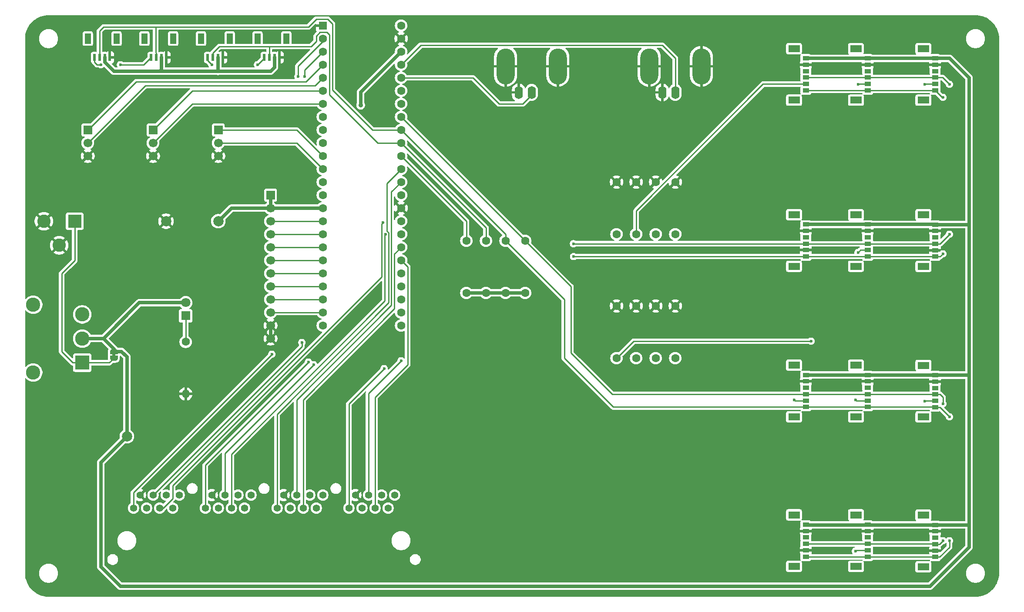
<source format=gbr>
%TF.GenerationSoftware,KiCad,Pcbnew,9.0.4*%
%TF.CreationDate,2026-01-14T14:58:21-05:00*%
%TF.ProjectId,Datta Lab Humidity Chamber PCB,44617474-6120-44c6-9162-2048756d6964,1.0*%
%TF.SameCoordinates,Original*%
%TF.FileFunction,Copper,L1,Top*%
%TF.FilePolarity,Positive*%
%FSLAX46Y46*%
G04 Gerber Fmt 4.6, Leading zero omitted, Abs format (unit mm)*
G04 Created by KiCad (PCBNEW 9.0.4) date 2026-01-14 14:58:21*
%MOMM*%
%LPD*%
G01*
G04 APERTURE LIST*
G04 Aperture macros list*
%AMFreePoly0*
4,1,23,0.500000,-0.750000,0.000000,-0.750000,0.000000,-0.745722,-0.065263,-0.745722,-0.191342,-0.711940,-0.304381,-0.646677,-0.396677,-0.554381,-0.461940,-0.441342,-0.495722,-0.315263,-0.495722,-0.250000,-0.500000,-0.250000,-0.500000,0.250000,-0.495722,0.250000,-0.495722,0.315263,-0.461940,0.441342,-0.396677,0.554381,-0.304381,0.646677,-0.191342,0.711940,-0.065263,0.745722,0.000000,0.745722,
0.000000,0.750000,0.500000,0.750000,0.500000,-0.750000,0.500000,-0.750000,$1*%
%AMFreePoly1*
4,1,23,0.000000,0.745722,0.065263,0.745722,0.191342,0.711940,0.304381,0.646677,0.396677,0.554381,0.461940,0.441342,0.495722,0.315263,0.495722,0.250000,0.500000,0.250000,0.500000,-0.250000,0.495722,-0.250000,0.495722,-0.315263,0.461940,-0.441342,0.396677,-0.554381,0.304381,-0.646677,0.191342,-0.711940,0.065263,-0.745722,0.000000,-0.745722,0.000000,-0.750000,-0.500000,-0.750000,
-0.500000,0.750000,0.000000,0.750000,0.000000,0.745722,0.000000,0.745722,$1*%
G04 Aperture macros list end*
%TA.AperFunction,EtchedComponent*%
%ADD10C,0.000000*%
%TD*%
%TA.AperFunction,ComponentPad*%
%ADD11C,1.600000*%
%TD*%
%TA.AperFunction,SMDPad,CuDef*%
%ADD12R,1.295400X0.838200*%
%TD*%
%TA.AperFunction,SMDPad,CuDef*%
%ADD13R,2.260600X1.397000*%
%TD*%
%TA.AperFunction,ComponentPad*%
%ADD14O,1.600000X1.600000*%
%TD*%
%TA.AperFunction,SMDPad,CuDef*%
%ADD15R,0.599440X1.348740*%
%TD*%
%TA.AperFunction,SMDPad,CuDef*%
%ADD16R,1.198880X1.998980*%
%TD*%
%TA.AperFunction,ComponentPad*%
%ADD17C,2.000000*%
%TD*%
%TA.AperFunction,ComponentPad*%
%ADD18R,1.700000X1.700000*%
%TD*%
%TA.AperFunction,ComponentPad*%
%ADD19C,1.700000*%
%TD*%
%TA.AperFunction,ComponentPad*%
%ADD20R,2.600000X2.600000*%
%TD*%
%TA.AperFunction,ComponentPad*%
%ADD21C,2.600000*%
%TD*%
%TA.AperFunction,ComponentPad*%
%ADD22O,1.600000X2.500000*%
%TD*%
%TA.AperFunction,ComponentPad*%
%ADD23O,3.500000X7.000000*%
%TD*%
%TA.AperFunction,SMDPad,CuDef*%
%ADD24FreePoly0,90.000000*%
%TD*%
%TA.AperFunction,SMDPad,CuDef*%
%ADD25FreePoly1,90.000000*%
%TD*%
%TA.AperFunction,ComponentPad*%
%ADD26C,1.397000*%
%TD*%
%TA.AperFunction,ComponentPad*%
%ADD27R,1.800000X1.800000*%
%TD*%
%TA.AperFunction,ComponentPad*%
%ADD28C,1.800000*%
%TD*%
%TA.AperFunction,ComponentPad*%
%ADD29R,2.775000X2.775000*%
%TD*%
%TA.AperFunction,ComponentPad*%
%ADD30C,2.775000*%
%TD*%
%TA.AperFunction,ComponentPad*%
%ADD31R,1.600000X1.600000*%
%TD*%
%TA.AperFunction,ViaPad*%
%ADD32C,0.600000*%
%TD*%
%TA.AperFunction,ViaPad*%
%ADD33C,0.889000*%
%TD*%
%TA.AperFunction,Conductor*%
%ADD34C,0.254000*%
%TD*%
%TA.AperFunction,Conductor*%
%ADD35C,0.635000*%
%TD*%
G04 APERTURE END LIST*
D10*
%TA.AperFunction,EtchedComponent*%
%TO.C,JP1*%
G36*
X53640000Y-102470000D02*
G01*
X53040000Y-102470000D01*
X53040000Y-101970000D01*
X53640000Y-101970000D01*
X53640000Y-102470000D01*
G37*
%TD.AperFunction*%
%TD*%
D11*
%TO.P,R7,1*%
%TO.N,Net-(J16-Pin_2)*%
X162560000Y-102870000D03*
%TO.P,R7,2*%
%TO.N,GND*%
X162560000Y-92710000D03*
%TD*%
%TO.P,R5,2*%
%TO.N,GND*%
X158750000Y-92710000D03*
%TO.P,R5,1*%
%TO.N,Net-(J13-Pin_2)*%
X158750000Y-102870000D03*
%TD*%
%TO.P,R3,2*%
%TO.N,/SDA-0*%
X129540000Y-80010000D03*
%TO.P,R3,1*%
%TO.N,+3.3V*%
X129540000Y-90170000D03*
%TD*%
%TO.P,R12,2*%
%TO.N,GND*%
X162560000Y-68580000D03*
%TO.P,R12,1*%
%TO.N,Net-(J22-Pin_2)*%
X162560000Y-78740000D03*
%TD*%
%TO.P,R10,2*%
%TO.N,/SCL-1*%
X121920000Y-80010000D03*
%TO.P,R10,1*%
%TO.N,+3.3V*%
X121920000Y-90170000D03*
%TD*%
%TO.P,R4,2*%
%TO.N,/SCL-0*%
X133350000Y-80010000D03*
%TO.P,R4,1*%
%TO.N,+3.3V*%
X133350000Y-90170000D03*
%TD*%
%TO.P,R6,1*%
%TO.N,Net-(J14-Pin_2)*%
X158750000Y-78740000D03*
%TO.P,R6,2*%
%TO.N,GND*%
X158750000Y-68580000D03*
%TD*%
%TO.P,R13,2*%
%TO.N,GND*%
X154940000Y-92710000D03*
%TO.P,R13,1*%
%TO.N,Net-(J24-Pin_2)*%
X154940000Y-102870000D03*
%TD*%
%TO.P,R11,1*%
%TO.N,Net-(J21-Pin_2)*%
X151130000Y-102870000D03*
%TO.P,R11,2*%
%TO.N,GND*%
X151130000Y-92710000D03*
%TD*%
%TO.P,R8,1*%
%TO.N,Net-(J18-Pin_2)*%
X154940000Y-78740000D03*
%TO.P,R8,2*%
%TO.N,GND*%
X154940000Y-68580000D03*
%TD*%
%TO.P,R2,2*%
%TO.N,GND*%
X151130000Y-68580000D03*
%TO.P,R2,1*%
%TO.N,Net-(J10-Pin_2)*%
X151130000Y-78740000D03*
%TD*%
D12*
%TO.P,J16,1,Pin_1*%
%TO.N,/SDA-0*%
X213114999Y-112436665D03*
%TO.P,J16,2,Pin_2*%
%TO.N,Net-(J16-Pin_2)*%
X213114999Y-111186665D03*
%TO.P,J16,3,Pin_3*%
%TO.N,/SCL-0*%
X213114999Y-109936665D03*
%TO.P,J16,4,Pin_4*%
%TO.N,unconnected-(J16-Pin_4-Pad4)*%
X213114999Y-108686665D03*
%TO.P,J16,5,Pin_5*%
%TO.N,GND*%
X213114999Y-107436665D03*
%TO.P,J16,6,Pin_6*%
%TO.N,+24V*%
X213114999Y-106186665D03*
D13*
%TO.P,J16,7*%
%TO.N,N/C*%
X210820000Y-114336666D03*
%TO.P,J16,8*%
X210820000Y-104286664D03*
%TD*%
%TO.P,J24,8*%
%TO.N,N/C*%
X210820000Y-42573333D03*
%TO.P,J24,7*%
X210820000Y-52623335D03*
D12*
%TO.P,J24,6,Pin_6*%
%TO.N,+24V*%
X213114999Y-44473334D03*
%TO.P,J24,5,Pin_5*%
%TO.N,GND*%
X213114999Y-45723334D03*
%TO.P,J24,4,Pin_4*%
%TO.N,unconnected-(J24-Pin_4-Pad4)*%
X213114999Y-46973334D03*
%TO.P,J24,3,Pin_3*%
%TO.N,/SCL-1*%
X213114999Y-48223334D03*
%TO.P,J24,2,Pin_2*%
%TO.N,Net-(J24-Pin_2)*%
X213114999Y-49473334D03*
%TO.P,J24,1,Pin_1*%
%TO.N,/SDA-1*%
X213114999Y-50723334D03*
%TD*%
D13*
%TO.P,J23,8*%
%TO.N,N/C*%
X210820000Y-74948333D03*
%TO.P,J23,7*%
X210820000Y-84998335D03*
D12*
%TO.P,J23,6,Pin_6*%
%TO.N,+24V*%
X213114999Y-76848334D03*
%TO.P,J23,5,Pin_5*%
%TO.N,GND*%
X213114999Y-78098334D03*
%TO.P,J23,4,Pin_4*%
%TO.N,unconnected-(J23-Pin_4-Pad4)*%
X213114999Y-79348334D03*
%TO.P,J23,3,Pin_3*%
%TO.N,/SCL-1*%
X213114999Y-80598334D03*
%TO.P,J23,2,Pin_2*%
%TO.N,GND*%
X213114999Y-81848334D03*
%TO.P,J23,1,Pin_1*%
%TO.N,/SDA-1*%
X213114999Y-83098334D03*
%TD*%
D13*
%TO.P,J15,8*%
%TO.N,N/C*%
X210820000Y-133459998D03*
%TO.P,J15,7*%
X210820000Y-143510000D03*
D12*
%TO.P,J15,6,Pin_6*%
%TO.N,+24V*%
X213114999Y-135359999D03*
%TO.P,J15,5,Pin_5*%
%TO.N,GND*%
X213114999Y-136609999D03*
%TO.P,J15,4,Pin_4*%
%TO.N,unconnected-(J15-Pin_4-Pad4)*%
X213114999Y-137859999D03*
%TO.P,J15,3,Pin_3*%
%TO.N,/SCL-0*%
X213114999Y-139109999D03*
%TO.P,J15,2,Pin_2*%
%TO.N,GND*%
X213114999Y-140359999D03*
%TO.P,J15,1,Pin_1*%
%TO.N,/SDA-0*%
X213114999Y-141609999D03*
%TD*%
D11*
%TO.P,R1,1*%
%TO.N,Net-(D1-K)*%
X67310000Y-99695000D03*
D14*
%TO.P,R1,2*%
%TO.N,GND*%
X67310000Y-109855000D03*
%TD*%
D13*
%TO.P,J21,8*%
%TO.N,N/C*%
X197705053Y-74930000D03*
%TO.P,J21,7*%
X197705053Y-84980002D03*
D12*
%TO.P,J21,6,Pin_6*%
%TO.N,+24V*%
X200000052Y-76830001D03*
%TO.P,J21,5,Pin_5*%
%TO.N,GND*%
X200000052Y-78080001D03*
%TO.P,J21,4,Pin_4*%
%TO.N,unconnected-(J21-Pin_4-Pad4)*%
X200000052Y-79330001D03*
%TO.P,J21,3,Pin_3*%
%TO.N,/SCL-1*%
X200000052Y-80580001D03*
%TO.P,J21,2,Pin_2*%
%TO.N,Net-(J21-Pin_2)*%
X200000052Y-81830001D03*
%TO.P,J21,1,Pin_1*%
%TO.N,/SDA-1*%
X200000052Y-83080001D03*
%TD*%
D15*
%TO.P,J19,1,GND*%
%TO.N,GND*%
X74571013Y-44312840D03*
%TO.P,J19,2,VCC*%
%TO.N,+3.3V*%
X73570253Y-44312840D03*
%TO.P,J19,3,SDA*%
%TO.N,/SDA-1*%
X72574573Y-44312840D03*
%TO.P,J19,4,SCL*%
%TO.N,/SCL-1*%
X71573813Y-44312840D03*
D16*
%TO.P,J19,NC1*%
%TO.N,N/C*%
X70273333Y-40640000D03*
%TO.P,J19,NC2*%
X75871493Y-40640000D03*
%TD*%
D11*
%TO.P,R9,1*%
%TO.N,+3.3V*%
X125730000Y-90170000D03*
%TO.P,R9,2*%
%TO.N,/SDA-1*%
X125730000Y-80010000D03*
%TD*%
D13*
%TO.P,J18,8*%
%TO.N,N/C*%
X185665001Y-42573333D03*
%TO.P,J18,7*%
X185665001Y-52623335D03*
D12*
%TO.P,J18,6,Pin_6*%
%TO.N,+24V*%
X187960000Y-44473334D03*
%TO.P,J18,5,Pin_5*%
%TO.N,GND*%
X187960000Y-45723334D03*
%TO.P,J18,4,Pin_4*%
%TO.N,unconnected-(J18-Pin_4-Pad4)*%
X187960000Y-46973334D03*
%TO.P,J18,3,Pin_3*%
%TO.N,/SCL-1*%
X187960000Y-48223334D03*
%TO.P,J18,2,Pin_2*%
%TO.N,Net-(J18-Pin_2)*%
X187960000Y-49473334D03*
%TO.P,J18,1,Pin_1*%
%TO.N,/SDA-1*%
X187960000Y-50723334D03*
%TD*%
D17*
%TO.P,TP3,1,1*%
%TO.N,+3.3V*%
X73660000Y-76200000D03*
%TD*%
D18*
%TO.P,J5,1,Pin_1*%
%TO.N,/Cam-3-GPIO-1*%
X73660000Y-58420000D03*
D19*
%TO.P,J5,2,Pin_2*%
%TO.N,/Cam-3-GPIO-2*%
X73660000Y-60960000D03*
%TO.P,J5,3,Pin_3*%
%TO.N,GND*%
X73660000Y-63500000D03*
%TD*%
D20*
%TO.P,J7,1*%
%TO.N,Net-(JP1-A)*%
X45720000Y-76200000D03*
D21*
%TO.P,J7,2*%
%TO.N,GND*%
X39720000Y-76200000D03*
%TO.P,J7,3*%
X42720000Y-80900000D03*
%TD*%
D22*
%TO.P,J2,1,In*%
%TO.N,/BNC-2*%
X134620000Y-51110000D03*
D23*
%TO.P,J2,2,Ext*%
%TO.N,GND*%
X129540000Y-46030000D03*
D22*
X132080000Y-51110000D03*
D23*
X139700000Y-46030000D03*
%TD*%
D24*
%TO.P,JP1,1,A*%
%TO.N,Net-(JP1-A)*%
X53340000Y-102870000D03*
D25*
%TO.P,JP1,2,B*%
%TO.N,+24V*%
X53340000Y-101570000D03*
%TD*%
D26*
%TO.P,J8,A1,A1*%
%TO.N,/RX-1*%
X57150000Y-132080000D03*
%TO.P,J8,A2,A2*%
%TO.N,GND*%
X58420000Y-129540000D03*
%TO.P,J8,A3,A3*%
%TO.N,unconnected-(J8-PadA3)*%
X59690000Y-132080000D03*
%TO.P,J8,A4,A4*%
%TO.N,/TX-1*%
X60960000Y-129540000D03*
%TO.P,J8,A5,A5*%
%TO.N,/GPIO-1*%
X62230000Y-132080000D03*
%TO.P,J8,A6,A6*%
%TO.N,unconnected-(J8-PadA6)*%
X63500000Y-129540000D03*
%TO.P,J8,A7,A7*%
%TO.N,unconnected-(J8-PadA7)*%
X64770000Y-132080000D03*
%TO.P,J8,A8,A8*%
%TO.N,unconnected-(J8-PadA8)*%
X66040000Y-129540000D03*
%TO.P,J8,B1,B1*%
%TO.N,/RX-2*%
X71120000Y-132080000D03*
%TO.P,J8,B2,B2*%
%TO.N,GND*%
X72390000Y-129540000D03*
%TO.P,J8,B3,B3*%
%TO.N,unconnected-(J8-PadB3)*%
X73660000Y-132080000D03*
%TO.P,J8,B4,B4*%
%TO.N,/TX-2*%
X74930000Y-129540000D03*
%TO.P,J8,B5,B5*%
%TO.N,/GPIO-2*%
X76200000Y-132080000D03*
%TO.P,J8,B6,B6*%
%TO.N,unconnected-(J8-PadB6)*%
X77470000Y-129540000D03*
%TO.P,J8,B7,B7*%
%TO.N,unconnected-(J8-PadB7)*%
X78740000Y-132080000D03*
%TO.P,J8,B8,B8*%
%TO.N,unconnected-(J8-PadB8)*%
X80010000Y-129540000D03*
%TO.P,J8,C1,C1*%
%TO.N,/RX-3*%
X85090000Y-132080000D03*
%TO.P,J8,C2,C2*%
%TO.N,GND*%
X86360000Y-129540000D03*
%TO.P,J8,C3,C3*%
%TO.N,unconnected-(J8-PadC3)*%
X87630000Y-132080000D03*
%TO.P,J8,C4,C4*%
%TO.N,/TX-3*%
X88900000Y-129540000D03*
%TO.P,J8,C5,C5*%
%TO.N,/GPIO-3*%
X90170000Y-132080000D03*
%TO.P,J8,C6,C6*%
%TO.N,unconnected-(J8-PadC6)*%
X91440000Y-129540000D03*
%TO.P,J8,C7,C7*%
%TO.N,unconnected-(J8-PadC7)*%
X92710000Y-132080000D03*
%TO.P,J8,C8,C8*%
%TO.N,unconnected-(J8-PadC8)*%
X93980000Y-129540000D03*
%TO.P,J8,D1,D1*%
%TO.N,/RX-5*%
X99060000Y-132080000D03*
%TO.P,J8,D2,D2*%
%TO.N,GND*%
X100330000Y-129540000D03*
%TO.P,J8,D3,D3*%
%TO.N,unconnected-(J8-PadD3)*%
X101600000Y-132080000D03*
%TO.P,J8,D4,D4*%
%TO.N,/TX-5*%
X102870000Y-129540000D03*
%TO.P,J8,D5,D5*%
%TO.N,/GPIO-5*%
X104140000Y-132080000D03*
%TO.P,J8,D6,D6*%
%TO.N,unconnected-(J8-PadD6)*%
X105410000Y-129540000D03*
%TO.P,J8,D7,D7*%
%TO.N,unconnected-(J8-PadD7)*%
X106680000Y-132080000D03*
%TO.P,J8,D8,D8*%
%TO.N,unconnected-(J8-PadD8)*%
X107950000Y-129540000D03*
%TD*%
D27*
%TO.P,D1,1,K*%
%TO.N,Net-(D1-K)*%
X67310000Y-94615000D03*
D28*
%TO.P,D1,2,A*%
%TO.N,+24V*%
X67310000Y-92075000D03*
%TD*%
D29*
%TO.P,SW1,1,A*%
%TO.N,Net-(JP1-A)*%
X47183000Y-103760000D03*
D30*
%TO.P,SW1,2,B*%
%TO.N,+24V*%
X47183000Y-99060000D03*
%TO.P,SW1,3*%
%TO.N,N/C*%
X47183000Y-94360000D03*
%TO.P,SW1,S1*%
X37653000Y-105665000D03*
%TO.P,SW1,S2*%
X37653000Y-92455000D03*
%TD*%
D13*
%TO.P,J17,8*%
%TO.N,N/C*%
X185665001Y-74930000D03*
%TO.P,J17,7*%
X185665001Y-84980002D03*
D12*
%TO.P,J17,6,Pin_6*%
%TO.N,+24V*%
X187960000Y-76830001D03*
%TO.P,J17,5,Pin_5*%
%TO.N,GND*%
X187960000Y-78080001D03*
%TO.P,J17,4,Pin_4*%
%TO.N,unconnected-(J17-Pin_4-Pad4)*%
X187960000Y-79330001D03*
%TO.P,J17,3,Pin_3*%
%TO.N,/SCL-1*%
X187960000Y-80580001D03*
%TO.P,J17,2,Pin_2*%
%TO.N,GND*%
X187960000Y-81830001D03*
%TO.P,J17,1,Pin_1*%
%TO.N,/SDA-1*%
X187960000Y-83080001D03*
%TD*%
%TO.P,J14,1,Pin_1*%
%TO.N,/SDA-0*%
X200000052Y-112399999D03*
%TO.P,J14,2,Pin_2*%
%TO.N,Net-(J14-Pin_2)*%
X200000052Y-111149999D03*
%TO.P,J14,3,Pin_3*%
%TO.N,/SCL-0*%
X200000052Y-109899999D03*
%TO.P,J14,4,Pin_4*%
%TO.N,unconnected-(J14-Pin_4-Pad4)*%
X200000052Y-108649999D03*
%TO.P,J14,5,Pin_5*%
%TO.N,GND*%
X200000052Y-107399999D03*
%TO.P,J14,6,Pin_6*%
%TO.N,+24V*%
X200000052Y-106149999D03*
D13*
%TO.P,J14,7*%
%TO.N,N/C*%
X197705053Y-114300000D03*
%TO.P,J14,8*%
X197705053Y-104249998D03*
%TD*%
D15*
%TO.P,J20,1,GND*%
%TO.N,GND*%
X85577680Y-44312840D03*
%TO.P,J20,2,VCC*%
%TO.N,+3.3V*%
X84576920Y-44312840D03*
%TO.P,J20,3,SDA*%
%TO.N,/SDA-1*%
X83581240Y-44312840D03*
%TO.P,J20,4,SCL*%
%TO.N,/SCL-1*%
X82580480Y-44312840D03*
D16*
%TO.P,J20,NC1*%
%TO.N,N/C*%
X81280000Y-40640000D03*
%TO.P,J20,NC2*%
X86878160Y-40640000D03*
%TD*%
D15*
%TO.P,J12,1,GND*%
%TO.N,GND*%
X63564347Y-44312840D03*
%TO.P,J12,2,VCC*%
%TO.N,+3.3V*%
X62563587Y-44312840D03*
%TO.P,J12,3,SDA*%
%TO.N,/SDA-0*%
X61567907Y-44312840D03*
%TO.P,J12,4,SCL*%
%TO.N,/SCL-0*%
X60567147Y-44312840D03*
D16*
%TO.P,J12,NC1*%
%TO.N,N/C*%
X59266667Y-40640000D03*
%TO.P,J12,NC2*%
X64864827Y-40640000D03*
%TD*%
D17*
%TO.P,TP1,1,1*%
%TO.N,GND*%
X63500000Y-76200000D03*
%TD*%
D12*
%TO.P,J10,1,Pin_1*%
%TO.N,/SDA-0*%
X187960000Y-112399999D03*
%TO.P,J10,2,Pin_2*%
%TO.N,Net-(J10-Pin_2)*%
X187960000Y-111149999D03*
%TO.P,J10,3,Pin_3*%
%TO.N,/SCL-0*%
X187960000Y-109899999D03*
%TO.P,J10,4,Pin_4*%
%TO.N,unconnected-(J10-Pin_4-Pad4)*%
X187960000Y-108649999D03*
%TO.P,J10,5,Pin_5*%
%TO.N,GND*%
X187960000Y-107399999D03*
%TO.P,J10,6,Pin_6*%
%TO.N,+24V*%
X187960000Y-106149999D03*
D13*
%TO.P,J10,7*%
%TO.N,N/C*%
X185665001Y-114300000D03*
%TO.P,J10,8*%
X185665001Y-104249998D03*
%TD*%
D18*
%TO.P,J4,1,Pin_1*%
%TO.N,/Cam-2-GPIO-1*%
X60960000Y-58420000D03*
D19*
%TO.P,J4,2,Pin_2*%
%TO.N,/Cam-2-GPIO-2*%
X60960000Y-60960000D03*
%TO.P,J4,3,Pin_3*%
%TO.N,GND*%
X60960000Y-63500000D03*
%TD*%
D13*
%TO.P,J22,8*%
%TO.N,N/C*%
X197705053Y-42573333D03*
%TO.P,J22,7*%
X197705053Y-52623335D03*
D12*
%TO.P,J22,6,Pin_6*%
%TO.N,+24V*%
X200000052Y-44473334D03*
%TO.P,J22,5,Pin_5*%
%TO.N,GND*%
X200000052Y-45723334D03*
%TO.P,J22,4,Pin_4*%
%TO.N,unconnected-(J22-Pin_4-Pad4)*%
X200000052Y-46973334D03*
%TO.P,J22,3,Pin_3*%
%TO.N,/SCL-1*%
X200000052Y-48223334D03*
%TO.P,J22,2,Pin_2*%
%TO.N,Net-(J22-Pin_2)*%
X200000052Y-49473334D03*
%TO.P,J22,1,Pin_1*%
%TO.N,/SDA-1*%
X200000052Y-50723334D03*
%TD*%
D13*
%TO.P,J9,8*%
%TO.N,N/C*%
X185665001Y-133404999D03*
%TO.P,J9,7*%
X185665001Y-143455001D03*
D12*
%TO.P,J9,6,Pin_6*%
%TO.N,+24V*%
X187960000Y-135305000D03*
%TO.P,J9,5,Pin_5*%
%TO.N,GND*%
X187960000Y-136555000D03*
%TO.P,J9,4,Pin_4*%
%TO.N,unconnected-(J9-Pin_4-Pad4)*%
X187960000Y-137805000D03*
%TO.P,J9,3,Pin_3*%
%TO.N,/SCL-0*%
X187960000Y-139055000D03*
%TO.P,J9,2,Pin_2*%
%TO.N,GND*%
X187960000Y-140305000D03*
%TO.P,J9,1,Pin_1*%
%TO.N,/SDA-0*%
X187960000Y-141555000D03*
%TD*%
D17*
%TO.P,TP2,1,1*%
%TO.N,+24V*%
X55880000Y-118110000D03*
%TD*%
D18*
%TO.P,J6,1,Pin_1*%
%TO.N,+3.3V*%
X83820000Y-71120000D03*
D19*
%TO.P,J6,2,Pin_2*%
X83820000Y-73660000D03*
%TO.P,J6,3,Pin_3*%
%TO.N,Net-(J6-Pin_3)*%
X83820000Y-76200000D03*
%TO.P,J6,4,Pin_4*%
%TO.N,Net-(J6-Pin_4)*%
X83820000Y-78740000D03*
%TO.P,J6,5,Pin_5*%
%TO.N,Net-(J6-Pin_5)*%
X83820000Y-81280000D03*
%TO.P,J6,6,Pin_6*%
%TO.N,Net-(J6-Pin_6)*%
X83820000Y-83820000D03*
%TO.P,J6,7,Pin_7*%
%TO.N,Net-(J6-Pin_7)*%
X83820000Y-86360000D03*
%TO.P,J6,8,Pin_8*%
%TO.N,Net-(J6-Pin_8)*%
X83820000Y-88900000D03*
%TO.P,J6,9,Pin_9*%
%TO.N,Net-(J6-Pin_9)*%
X83820000Y-91440000D03*
%TO.P,J6,10,Pin_10*%
%TO.N,Net-(J6-Pin_10)*%
X83820000Y-93980000D03*
%TO.P,J6,11,Pin_11*%
%TO.N,GND*%
X83820000Y-96520000D03*
%TO.P,J6,12,Pin_12*%
X83820000Y-99060000D03*
%TD*%
D15*
%TO.P,J11,1,GND*%
%TO.N,GND*%
X52557680Y-44312840D03*
%TO.P,J11,2,VCC*%
%TO.N,+3.3V*%
X51556920Y-44312840D03*
%TO.P,J11,3,SDA*%
%TO.N,/SDA-0*%
X50561240Y-44312840D03*
%TO.P,J11,4,SCL*%
%TO.N,/SCL-0*%
X49560480Y-44312840D03*
D16*
%TO.P,J11,NC1*%
%TO.N,N/C*%
X48260000Y-40640000D03*
%TO.P,J11,NC2*%
X53858160Y-40640000D03*
%TD*%
D22*
%TO.P,J1,1,In*%
%TO.N,/BNC-1*%
X162560000Y-51110000D03*
D23*
%TO.P,J1,2,Ext*%
%TO.N,GND*%
X157480000Y-46030000D03*
D22*
X160020000Y-51110000D03*
D23*
X167640000Y-46030000D03*
%TD*%
D13*
%TO.P,J13,8*%
%TO.N,N/C*%
X197705053Y-133404999D03*
%TO.P,J13,7*%
X197705053Y-143455001D03*
D12*
%TO.P,J13,6,Pin_6*%
%TO.N,+24V*%
X200000052Y-135305000D03*
%TO.P,J13,5,Pin_5*%
%TO.N,GND*%
X200000052Y-136555000D03*
%TO.P,J13,4,Pin_4*%
%TO.N,unconnected-(J13-Pin_4-Pad4)*%
X200000052Y-137805000D03*
%TO.P,J13,3,Pin_3*%
%TO.N,/SCL-0*%
X200000052Y-139055000D03*
%TO.P,J13,2,Pin_2*%
%TO.N,Net-(J13-Pin_2)*%
X200000052Y-140305000D03*
%TO.P,J13,1,Pin_1*%
%TO.N,/SDA-0*%
X200000052Y-141555000D03*
%TD*%
D19*
%TO.P,J3,3,Pin_3*%
%TO.N,GND*%
X48260000Y-63500000D03*
%TO.P,J3,2,Pin_2*%
%TO.N,/Cam-1-GPIO-2*%
X48260000Y-60960000D03*
D18*
%TO.P,J3,1,Pin_1*%
%TO.N,/Cam-1-GPIO-1*%
X48260000Y-58420000D03*
%TD*%
D31*
%TO.P,U1,1,GND*%
%TO.N,GND*%
X93980000Y-38100000D03*
D11*
%TO.P,U1,2,0_RX1_CRX2_CS1*%
%TO.N,/RX-1*%
X93980000Y-40640000D03*
%TO.P,U1,3,1_TX1_CTX2_MISO1*%
%TO.N,/TX-1*%
X93980000Y-43180000D03*
%TO.P,U1,4,2_OUT2*%
%TO.N,/Cam-1-GPIO-1*%
X93980000Y-45720000D03*
%TO.P,U1,5,3_LRCLK2*%
%TO.N,/Cam-1-GPIO-2*%
X93980000Y-48260000D03*
%TO.P,U1,6,4_BCLK2*%
%TO.N,/Cam-2-GPIO-1*%
X93980000Y-50800000D03*
%TO.P,U1,7,5_IN2*%
%TO.N,/Cam-2-GPIO-2*%
X93980000Y-53340000D03*
%TO.P,U1,8,6_OUT1D*%
%TO.N,unconnected-(U1-6_OUT1D-Pad8)*%
X93980000Y-55880000D03*
%TO.P,U1,9,7_RX2_OUT1A*%
%TO.N,/RX-2*%
X93980000Y-58420000D03*
%TO.P,U1,10,8_TX2_IN1*%
%TO.N,/TX-2*%
X93980000Y-60960000D03*
%TO.P,U1,11,9_OUT1C*%
%TO.N,/Cam-3-GPIO-1*%
X93980000Y-63500000D03*
%TO.P,U1,12,10_CS_MQSR*%
%TO.N,/Cam-3-GPIO-2*%
X93980000Y-66040000D03*
%TO.P,U1,13,11_MOSI_CTX1*%
%TO.N,unconnected-(U1-11_MOSI_CTX1-Pad13)*%
X93980000Y-68580000D03*
%TO.P,U1,14,12_MISO_MQSL*%
%TO.N,unconnected-(U1-12_MISO_MQSL-Pad14)*%
X93980000Y-71120000D03*
%TO.P,U1,15,3V3*%
%TO.N,+3.3V*%
X93980000Y-73660000D03*
%TO.P,U1,16,24_A10_TX6_SCL2*%
%TO.N,Net-(J6-Pin_3)*%
X93980000Y-76200000D03*
%TO.P,U1,17,25_A11_RX6_SDA2*%
%TO.N,Net-(J6-Pin_4)*%
X93980000Y-78740000D03*
%TO.P,U1,18,26_A12_MOSI1*%
%TO.N,Net-(J6-Pin_5)*%
X93980000Y-81280000D03*
%TO.P,U1,19,27_A13_SCK1*%
%TO.N,Net-(J6-Pin_6)*%
X93980000Y-83820000D03*
%TO.P,U1,20,28_RX7*%
%TO.N,Net-(J6-Pin_7)*%
X93980000Y-86360000D03*
%TO.P,U1,21,29_TX7*%
%TO.N,Net-(J6-Pin_8)*%
X93980000Y-88900000D03*
%TO.P,U1,22,30_CRX3*%
%TO.N,Net-(J6-Pin_9)*%
X93980000Y-91440000D03*
%TO.P,U1,23,31_CTX3*%
%TO.N,Net-(J6-Pin_10)*%
X93980000Y-93980000D03*
%TO.P,U1,24,32_OUT1B*%
%TO.N,unconnected-(U1-32_OUT1B-Pad24)*%
X93980000Y-96520000D03*
%TO.P,U1,25,33_MCLK2*%
%TO.N,unconnected-(U1-33_MCLK2-Pad25)*%
X109220000Y-96520000D03*
%TO.P,U1,26,34_RX8*%
%TO.N,unconnected-(U1-34_RX8-Pad26)*%
X109220000Y-93980000D03*
%TO.P,U1,27,35_TX8*%
%TO.N,unconnected-(U1-35_TX8-Pad27)*%
X109220000Y-91440000D03*
%TO.P,U1,28,36_CS*%
%TO.N,unconnected-(U1-36_CS-Pad28)*%
X109220000Y-88900000D03*
%TO.P,U1,29,37_CS*%
%TO.N,unconnected-(U1-37_CS-Pad29)*%
X109220000Y-86360000D03*
%TO.P,U1,30,38_CS1_IN1*%
%TO.N,/GPIO-5*%
X109220000Y-83820000D03*
%TO.P,U1,31,39_MISO1_OUT1A*%
%TO.N,/GPIO-3*%
X109220000Y-81280000D03*
%TO.P,U1,32,40_A16*%
%TO.N,/GPIO-2*%
X109220000Y-78740000D03*
%TO.P,U1,33,41_A17*%
%TO.N,/GPIO-1*%
X109220000Y-76200000D03*
%TO.P,U1,34,GND*%
%TO.N,GND*%
X109220000Y-73660000D03*
%TO.P,U1,35,13_SCK_LED*%
%TO.N,unconnected-(U1-13_SCK_LED-Pad35)*%
X109220000Y-71120000D03*
%TO.P,U1,36,14_A0_TX3_SPDIF_OUT*%
%TO.N,/TX-3*%
X109220000Y-68580000D03*
%TO.P,U1,37,15_A1_RX3_SPDIF_IN*%
%TO.N,/RX-3*%
X109220000Y-66040000D03*
%TO.P,U1,38,16_A2_RX4_SCL1*%
%TO.N,/SCL-1*%
X109220000Y-63500000D03*
%TO.P,U1,39,17_A3_TX4_SDA1*%
%TO.N,/SDA-1*%
X109220000Y-60960000D03*
%TO.P,U1,40,18_A4_SDA*%
%TO.N,/SDA-0*%
X109220000Y-58420000D03*
%TO.P,U1,41,19_A5_SCL*%
%TO.N,/SCL-0*%
X109220000Y-55880000D03*
%TO.P,U1,42,20_A6_TX5_LRCLK1*%
%TO.N,/TX-5*%
X109220000Y-53340000D03*
%TO.P,U1,43,21_A7_RX5_BCLK1*%
%TO.N,/RX-5*%
X109220000Y-50800000D03*
%TO.P,U1,44,22_A8_CTX1*%
%TO.N,/BNC-2*%
X109220000Y-48260000D03*
%TO.P,U1,45,23_A9_CRX1_MCLK1*%
%TO.N,/BNC-1*%
X109220000Y-45720000D03*
%TO.P,U1,46,3V3*%
%TO.N,+3.3V*%
X109220000Y-43180000D03*
%TO.P,U1,47,GND*%
%TO.N,GND*%
X109220000Y-40640000D03*
%TO.P,U1,48,VIN*%
%TO.N,unconnected-(U1-VIN-Pad48)*%
X109220000Y-38100000D03*
%TD*%
D32*
%TO.N,/SDA-1*%
X214630000Y-82550000D03*
%TO.N,/SCL-1*%
X215900000Y-78740000D03*
%TO.N,/SCL-0*%
X214630000Y-111760000D03*
%TO.N,/SDA-0*%
X215900000Y-114300000D03*
D33*
%TO.N,+3.3V*%
X101346000Y-53594000D03*
%TO.N,GND*%
X203962000Y-140462000D03*
X204978000Y-81788000D03*
X56388000Y-41656000D03*
X67310000Y-41656000D03*
X78740000Y-43180000D03*
D32*
%TO.N,/SDA-1*%
X142770001Y-83080001D03*
%TO.N,/SCL-1*%
X142748000Y-80580001D03*
%TO.N,Net-(J24-Pin_2)*%
X211074000Y-49530000D03*
%TO.N,Net-(J22-Pin_2)*%
X198120000Y-49530000D03*
%TO.N,Net-(J21-Pin_2)*%
X188976000Y-99568000D03*
X198120000Y-82296000D03*
%TO.N,Net-(J14-Pin_2)*%
X197612000Y-110998000D03*
%TO.N,Net-(J10-Pin_2)*%
X185674000Y-110998000D03*
%TO.N,Net-(J16-Pin_2)*%
X211074000Y-111252000D03*
%TO.N,Net-(J13-Pin_2)*%
X197612000Y-140462000D03*
%TO.N,/RX-1*%
X89154000Y-48006000D03*
X84074000Y-102108000D03*
%TO.N,/TX-1*%
X90424000Y-48006000D03*
X89916000Y-99822000D03*
%TO.N,/RX-2*%
X91186000Y-103632000D03*
%TO.N,/TX-2*%
X92202000Y-104140000D03*
%TO.N,/RX-5*%
X105918000Y-104902000D03*
%TO.N,/TX-5*%
X109220000Y-103378000D03*
%TO.N,/GPIO-1*%
X105664000Y-76454000D03*
%TO.N,/GPIO-2*%
X106172000Y-78740000D03*
D33*
%TO.N,+3.3V*%
X73570253Y-46900253D03*
D32*
%TO.N,/SCL-1*%
X215900000Y-49530000D03*
%TO.N,/SDA-1*%
X214630000Y-52070000D03*
%TO.N,/SDA-0*%
X215900000Y-138430000D03*
%TO.N,/SCL-0*%
X214630000Y-138430000D03*
X54610000Y-45720000D03*
X50800000Y-45720000D03*
%TO.N,/SCL-1*%
X72390000Y-45720000D03*
X81280000Y-45720000D03*
%TD*%
D34*
%TO.N,/SDA-1*%
X214081666Y-83098334D02*
X213114999Y-83098334D01*
X214630000Y-82550000D02*
X214081666Y-83098334D01*
%TO.N,/RX-1*%
X84074000Y-102108000D02*
X57150000Y-129032000D01*
X57150000Y-129032000D02*
X57150000Y-132080000D01*
%TO.N,/SCL-1*%
X142748000Y-80580001D02*
X187960000Y-80580001D01*
%TO.N,/SDA-1*%
X142770001Y-83080001D02*
X187960000Y-83080001D01*
%TO.N,/SDA-0*%
X150499999Y-112399999D02*
X140970000Y-102870000D01*
X140970000Y-102870000D02*
X140970000Y-91440000D01*
X187960000Y-112399999D02*
X150499999Y-112399999D01*
X129540000Y-80010000D02*
X129540000Y-78740000D01*
X140970000Y-91440000D02*
X129540000Y-80010000D01*
X129540000Y-78740000D02*
X109220000Y-58420000D01*
%TO.N,/SDA-1*%
X109220000Y-60960000D02*
X125730000Y-77470000D01*
X125730000Y-77470000D02*
X125730000Y-80010000D01*
%TO.N,/SCL-1*%
X121920000Y-80010000D02*
X121920000Y-76200000D01*
X121920000Y-76200000D02*
X109220000Y-63500000D01*
D35*
%TO.N,+24V*%
X213114999Y-76848334D02*
X219710000Y-76848334D01*
X219710000Y-76848334D02*
X219710000Y-76200000D01*
X213114999Y-106186665D02*
X219710000Y-106186665D01*
X219710000Y-106186665D02*
X219710000Y-105410000D01*
X219710000Y-128764998D02*
X219710000Y-135359999D01*
X219710000Y-135359999D02*
X213114999Y-135359999D01*
X50800000Y-123190000D02*
X50800000Y-143510000D01*
X212090000Y-147320000D02*
X219710000Y-139700000D01*
X54610000Y-147320000D02*
X212090000Y-147320000D01*
X50800000Y-143510000D02*
X54610000Y-147320000D01*
X55880000Y-118110000D02*
X50800000Y-123190000D01*
X219710000Y-139700000D02*
X219710000Y-128764998D01*
D34*
%TO.N,/SCL-0*%
X109220000Y-55880000D02*
X142240000Y-88900000D01*
X142240000Y-88900000D02*
X142240000Y-101854000D01*
X150285999Y-109899999D02*
X187960000Y-109899999D01*
X142240000Y-101854000D02*
X150285999Y-109899999D01*
%TO.N,/RX-5*%
X105918000Y-104902000D02*
X99060000Y-111760000D01*
X99060000Y-111760000D02*
X99060000Y-132080000D01*
%TO.N,/TX-2*%
X92202000Y-104140000D02*
X74930000Y-121412000D01*
X74930000Y-121412000D02*
X74930000Y-129540000D01*
%TO.N,/RX-2*%
X71120000Y-123698000D02*
X71120000Y-132080000D01*
X91186000Y-103632000D02*
X71120000Y-123698000D01*
%TO.N,/GPIO-2*%
X106172000Y-78740000D02*
X106045000Y-78867000D01*
X106045000Y-78867000D02*
X106045000Y-91731939D01*
X106045000Y-91731939D02*
X76200000Y-121576939D01*
X76200000Y-121576939D02*
X76200000Y-132080000D01*
%TO.N,/RX-3*%
X85090000Y-132080000D02*
X85090000Y-113792000D01*
X106803200Y-92078800D02*
X106803200Y-78478548D01*
X85090000Y-113792000D02*
X106803200Y-92078800D01*
X106803200Y-78478548D02*
X106433452Y-78108800D01*
X106433452Y-78108800D02*
X106426000Y-78108800D01*
X106426000Y-78108800D02*
X106426000Y-68834000D01*
X106426000Y-68834000D02*
X109220000Y-66040000D01*
%TO.N,/TX-3*%
X88900000Y-129540000D02*
X88900000Y-110998000D01*
X88900000Y-110998000D02*
X107315000Y-92583000D01*
X107315000Y-92583000D02*
X107315000Y-70485000D01*
X107315000Y-70485000D02*
X109220000Y-68580000D01*
%TO.N,/SDA-1*%
X109220000Y-60960000D02*
X104648000Y-60960000D01*
X93455475Y-39370000D02*
X92710000Y-40115475D01*
X104648000Y-60960000D02*
X95250000Y-51562000D01*
X95250000Y-39878000D02*
X94742000Y-39370000D01*
X95250000Y-51562000D02*
X95250000Y-39878000D01*
X94742000Y-39370000D02*
X93455475Y-39370000D01*
X92710000Y-40115475D02*
X92710000Y-41148000D01*
X91694000Y-42164000D02*
X83566000Y-42164000D01*
X92710000Y-41148000D02*
X91694000Y-42164000D01*
D35*
%TO.N,+3.3V*%
X101346000Y-53594000D02*
X101346000Y-51054000D01*
X101346000Y-51054000D02*
X109220000Y-43180000D01*
D34*
%TO.N,/SDA-0*%
X109220000Y-58420000D02*
X103632000Y-58420000D01*
X103632000Y-58420000D02*
X95885000Y-50673000D01*
X95885000Y-50673000D02*
X95885000Y-37803000D01*
X95885000Y-37803000D02*
X94912000Y-36830000D01*
X91186000Y-38354000D02*
X61466907Y-38354000D01*
X94912000Y-36830000D02*
X92710000Y-36830000D01*
X92710000Y-36830000D02*
X91186000Y-38354000D01*
D35*
%TO.N,+24V*%
X55880000Y-118110000D02*
X55880000Y-102616000D01*
X55880000Y-102616000D02*
X54834000Y-101570000D01*
X54834000Y-101570000D02*
X53340000Y-101570000D01*
X51308000Y-99060000D02*
X58293000Y-92075000D01*
X58293000Y-92075000D02*
X67310000Y-92075000D01*
D34*
%TO.N,/SDA-1*%
X83581240Y-44312840D02*
X83581240Y-42179240D01*
X83581240Y-42179240D02*
X83566000Y-42164000D01*
X72574573Y-43438470D02*
X72574573Y-44312840D01*
X83566000Y-42164000D02*
X73849043Y-42164000D01*
X73849043Y-42164000D02*
X72574573Y-43438470D01*
%TO.N,/SDA-0*%
X50561240Y-44312840D02*
X50561240Y-39100760D01*
X50561240Y-39100760D02*
X51308000Y-38354000D01*
X51308000Y-38354000D02*
X61466907Y-38354000D01*
X61466907Y-38354000D02*
X61466907Y-43337470D01*
%TO.N,/GPIO-1*%
X62230000Y-132080000D02*
X62914507Y-132080000D01*
X105410000Y-76708000D02*
X105664000Y-76454000D01*
X62914507Y-132080000D02*
X64770000Y-130224507D01*
X64770000Y-130224507D02*
X64770000Y-127685800D01*
X64770000Y-127685800D02*
X105410000Y-87045800D01*
X105410000Y-87045800D02*
X105410000Y-76708000D01*
%TO.N,Net-(J18-Pin_2)*%
X187960000Y-49473334D02*
X179651191Y-49473334D01*
X179651191Y-49473334D02*
X154940000Y-74184525D01*
X154940000Y-74184525D02*
X154940000Y-78740000D01*
%TO.N,/GPIO-5*%
X104140000Y-132080000D02*
X104140000Y-110490000D01*
X110490000Y-104140000D02*
X110490000Y-85090000D01*
X104140000Y-110490000D02*
X110490000Y-104140000D01*
X110490000Y-85090000D02*
X109220000Y-83820000D01*
%TO.N,Net-(J22-Pin_2)*%
X198120000Y-49530000D02*
X198260668Y-49530000D01*
X198317334Y-49473334D02*
X200000052Y-49473334D01*
X198260668Y-49530000D02*
X198317334Y-49473334D01*
%TO.N,/TX-5*%
X109220000Y-103378000D02*
X102870000Y-109728000D01*
X102870000Y-109728000D02*
X102870000Y-129540000D01*
%TO.N,/RX-1*%
X89154000Y-48006000D02*
X89154000Y-45974000D01*
X93980000Y-41148000D02*
X93980000Y-40640000D01*
X89154000Y-45974000D02*
X93980000Y-41148000D01*
%TO.N,/GPIO-3*%
X90170000Y-132080000D02*
X90170000Y-110998000D01*
X90170000Y-110998000D02*
X107924600Y-93243400D01*
X107924600Y-93243400D02*
X107924600Y-82575400D01*
X107924600Y-82575400D02*
X109220000Y-81280000D01*
D35*
%TO.N,+3.3V*%
X73660000Y-76200000D02*
X76200000Y-73660000D01*
X76200000Y-73660000D02*
X83820000Y-73660000D01*
D34*
%TO.N,Net-(J24-Pin_2)*%
X211130666Y-49473334D02*
X211074000Y-49530000D01*
X213114999Y-49473334D02*
X211130666Y-49473334D01*
%TO.N,Net-(J21-Pin_2)*%
X200000052Y-81830001D02*
X198585999Y-81830001D01*
X188976000Y-99568000D02*
X154432000Y-99568000D01*
X198585999Y-81830001D02*
X198120000Y-82296000D01*
X154432000Y-99568000D02*
X151130000Y-102870000D01*
%TO.N,Net-(J14-Pin_2)*%
X197763999Y-111149999D02*
X197612000Y-110998000D01*
X200000052Y-111149999D02*
X197763999Y-111149999D01*
%TO.N,Net-(J10-Pin_2)*%
X187960000Y-111149999D02*
X185825999Y-111149999D01*
X185825999Y-111149999D02*
X185674000Y-110998000D01*
%TO.N,Net-(J16-Pin_2)*%
X211139335Y-111186665D02*
X211074000Y-111252000D01*
X213114999Y-111186665D02*
X211139335Y-111186665D01*
%TO.N,Net-(J13-Pin_2)*%
X197769000Y-140305000D02*
X197612000Y-140462000D01*
X200000052Y-140305000D02*
X197769000Y-140305000D01*
%TO.N,/TX-1*%
X90424000Y-48006000D02*
X90424000Y-46736000D01*
X90424000Y-46736000D02*
X93980000Y-43180000D01*
%TO.N,/Cam-1-GPIO-1*%
X48260000Y-58420000D02*
X57658000Y-49022000D01*
X57658000Y-49022000D02*
X90678000Y-49022000D01*
X90678000Y-49022000D02*
X93980000Y-45720000D01*
%TO.N,/Cam-1-GPIO-2*%
X48260000Y-60960000D02*
X59436000Y-49784000D01*
X59436000Y-49784000D02*
X92456000Y-49784000D01*
X92456000Y-49784000D02*
X93980000Y-48260000D01*
%TO.N,/TX-1*%
X60960000Y-129540000D02*
X89916000Y-100584000D01*
X89916000Y-100584000D02*
X89916000Y-99822000D01*
%TO.N,/Cam-3-GPIO-2*%
X73660000Y-60960000D02*
X88900000Y-60960000D01*
X88900000Y-60960000D02*
X93980000Y-66040000D01*
%TO.N,/Cam-3-GPIO-1*%
X73660000Y-58420000D02*
X88900000Y-58420000D01*
X88900000Y-58420000D02*
X93980000Y-63500000D01*
%TO.N,/Cam-2-GPIO-2*%
X60960000Y-60960000D02*
X68580000Y-53340000D01*
X68580000Y-53340000D02*
X93980000Y-53340000D01*
%TO.N,/Cam-2-GPIO-1*%
X60960000Y-58420000D02*
X68580000Y-50800000D01*
X68580000Y-50800000D02*
X93980000Y-50800000D01*
D35*
%TO.N,+3.3V*%
X121920000Y-90170000D02*
X133350000Y-90170000D01*
D34*
%TO.N,/SCL-1*%
X213114999Y-48223334D02*
X214593334Y-48223334D01*
X214593334Y-48223334D02*
X215900000Y-49530000D01*
%TO.N,/SDA-1*%
X214630000Y-52070000D02*
X214461665Y-52070000D01*
X214461665Y-52070000D02*
X213114999Y-50723334D01*
%TO.N,/SDA-0*%
X215900000Y-139672698D02*
X213962699Y-141609999D01*
X215900000Y-138430000D02*
X215900000Y-139672698D01*
X213962699Y-141609999D02*
X213114999Y-141609999D01*
%TO.N,/SCL-0*%
X213114999Y-139109999D02*
X213950001Y-139109999D01*
X213950001Y-139109999D02*
X214630000Y-138430000D01*
X49560480Y-44312840D02*
X49560480Y-45187210D01*
X49560480Y-45187210D02*
X50093270Y-45720000D01*
X50093270Y-45720000D02*
X50800000Y-45720000D01*
X60567147Y-44312840D02*
X59159987Y-45720000D01*
X59159987Y-45720000D02*
X54610000Y-45720000D01*
%TO.N,/SCL-1*%
X82580480Y-44312840D02*
X82580480Y-44419520D01*
X82580480Y-44419520D02*
X81280000Y-45720000D01*
X72390000Y-45720000D02*
X71573813Y-44903813D01*
X71573813Y-44903813D02*
X71573813Y-44312840D01*
D35*
%TO.N,+3.3V*%
X84576920Y-44312840D02*
X84576920Y-46233080D01*
X84576920Y-46233080D02*
X83820000Y-46990000D01*
X73660000Y-46990000D02*
X83820000Y-46990000D01*
X83820000Y-73660000D02*
X93980000Y-73660000D01*
X83820000Y-73660000D02*
X83820000Y-71120000D01*
D34*
%TO.N,/BNC-1*%
X162560000Y-51110000D02*
X162560000Y-44450000D01*
X162560000Y-44450000D02*
X160020000Y-41910000D01*
X160020000Y-41910000D02*
X113030000Y-41910000D01*
X113030000Y-41910000D02*
X109220000Y-45720000D01*
%TO.N,/BNC-2*%
X109220000Y-48260000D02*
X123190000Y-48260000D01*
X123190000Y-48260000D02*
X128270000Y-53340000D01*
X132870000Y-53340000D02*
X134620000Y-51590000D01*
X128270000Y-53340000D02*
X132870000Y-53340000D01*
X134620000Y-51590000D02*
X134620000Y-51110000D01*
D35*
%TO.N,+24V*%
X219710000Y-105410000D02*
X219710000Y-127000000D01*
X219710000Y-48260000D02*
X219710000Y-76200000D01*
X219710000Y-76200000D02*
X219710000Y-105410000D01*
X215923334Y-44473334D02*
X219710000Y-48260000D01*
X219710000Y-127000000D02*
X219710000Y-128764998D01*
X213114999Y-44473334D02*
X215923334Y-44473334D01*
D34*
%TO.N,/SDA-1*%
X187960000Y-50723334D02*
X213114999Y-50723334D01*
%TO.N,/SCL-1*%
X213114999Y-48223334D02*
X187960000Y-48223334D01*
D35*
%TO.N,+24V*%
X187960000Y-44473334D02*
X213114999Y-44473334D01*
X187960000Y-76830001D02*
X213096666Y-76830001D01*
X213096666Y-76830001D02*
X213114999Y-76848334D01*
D34*
%TO.N,/SCL-1*%
X213114999Y-80598334D02*
X187978333Y-80598334D01*
X187978333Y-80598334D02*
X187960000Y-80580001D01*
%TO.N,/SDA-1*%
X187960000Y-83080001D02*
X213096666Y-83080001D01*
X213096666Y-83080001D02*
X213114999Y-83098334D01*
%TO.N,/SDA-0*%
X213114999Y-141609999D02*
X188014999Y-141609999D01*
X188014999Y-141609999D02*
X187960000Y-141555000D01*
%TO.N,/SCL-0*%
X187960000Y-139055000D02*
X213060000Y-139055000D01*
X213060000Y-139055000D02*
X213114999Y-139109999D01*
D35*
%TO.N,+24V*%
X213114999Y-135359999D02*
X188014999Y-135359999D01*
X188014999Y-135359999D02*
X187960000Y-135305000D01*
D34*
%TO.N,/SDA-0*%
X200000052Y-112399999D02*
X213078333Y-112399999D01*
X213078333Y-112399999D02*
X213114999Y-112436665D01*
X187960000Y-112399999D02*
X200000052Y-112399999D01*
%TO.N,/SCL-0*%
X200000052Y-109899999D02*
X187960000Y-109899999D01*
X213114999Y-109936665D02*
X212643335Y-109936665D01*
X212606669Y-109899999D02*
X200000052Y-109899999D01*
X212643335Y-109936665D02*
X212606669Y-109899999D01*
D35*
%TO.N,+24V*%
X200000052Y-106149999D02*
X213078333Y-106149999D01*
X213078333Y-106149999D02*
X213114999Y-106186665D01*
X187960000Y-106149999D02*
X200000052Y-106149999D01*
%TO.N,+3.3V*%
X62563587Y-44312840D02*
X62563587Y-46656413D01*
X62563587Y-46656413D02*
X62230000Y-46990000D01*
X62230000Y-46990000D02*
X63500000Y-46990000D01*
X51556920Y-45206920D02*
X53340000Y-46990000D01*
X53340000Y-46990000D02*
X63500000Y-46990000D01*
D34*
%TO.N,/SDA-0*%
X61567907Y-43438470D02*
X61567907Y-44312840D01*
X61466907Y-43337470D02*
X61567907Y-43438470D01*
D35*
%TO.N,+3.3V*%
X63500000Y-46990000D02*
X73660000Y-46990000D01*
X73570253Y-44312840D02*
X73570253Y-46900253D01*
X73570253Y-46900253D02*
X73660000Y-46990000D01*
X51556920Y-44312840D02*
X51556920Y-45206920D01*
%TO.N,GND*%
X83820000Y-96520000D02*
X83820000Y-99060000D01*
D34*
%TO.N,Net-(J6-Pin_10)*%
X83820000Y-93980000D02*
X93980000Y-93980000D01*
%TO.N,Net-(J6-Pin_9)*%
X83820000Y-91440000D02*
X93980000Y-91440000D01*
%TO.N,Net-(J6-Pin_8)*%
X83820000Y-88900000D02*
X93980000Y-88900000D01*
%TO.N,Net-(J6-Pin_7)*%
X83820000Y-86360000D02*
X93980000Y-86360000D01*
%TO.N,Net-(J6-Pin_6)*%
X83820000Y-83820000D02*
X93980000Y-83820000D01*
%TO.N,Net-(J6-Pin_5)*%
X93980000Y-81280000D02*
X83820000Y-81280000D01*
%TO.N,Net-(J6-Pin_4)*%
X83820000Y-78740000D02*
X93980000Y-78740000D01*
%TO.N,Net-(J6-Pin_3)*%
X83820000Y-76200000D02*
X93980000Y-76200000D01*
%TO.N,Net-(JP1-A)*%
X43180000Y-101600000D02*
X45340000Y-103760000D01*
X45720000Y-76200000D02*
X45720000Y-83820000D01*
X52450000Y-103760000D02*
X53340000Y-102870000D01*
X47183000Y-103760000D02*
X52450000Y-103760000D01*
X43180000Y-86360000D02*
X43180000Y-101600000D01*
X45720000Y-83820000D02*
X43180000Y-86360000D01*
X45340000Y-103760000D02*
X47183000Y-103760000D01*
D35*
%TO.N,+24V*%
X48260000Y-99060000D02*
X47183000Y-99060000D01*
X53340000Y-101570000D02*
X53340000Y-101092000D01*
X53340000Y-101092000D02*
X51308000Y-99060000D01*
X51308000Y-99060000D02*
X48260000Y-99060000D01*
D34*
%TO.N,Net-(D1-K)*%
X67310000Y-94615000D02*
X67310000Y-99695000D01*
%TO.N,/SDA-0*%
X214036665Y-112436665D02*
X215900000Y-114300000D01*
X213114999Y-112436665D02*
X214036665Y-112436665D01*
%TO.N,/SCL-0*%
X214630000Y-111760000D02*
X214630000Y-110490000D01*
X214630000Y-110490000D02*
X214076665Y-109936665D01*
X214076665Y-109936665D02*
X213114999Y-109936665D01*
%TO.N,/SCL-1*%
X214041666Y-80598334D02*
X213114999Y-80598334D01*
X215900000Y-78740000D02*
X214041666Y-80598334D01*
%TD*%
%TA.AperFunction,Conductor*%
%TO.N,GND*%
G36*
X215344001Y-138870833D02*
G01*
X215348635Y-138877210D01*
X215349135Y-138877958D01*
X215366100Y-138933864D01*
X215366100Y-139409879D01*
X215346887Y-139469010D01*
X215336635Y-139481014D01*
X214237115Y-140580534D01*
X214181717Y-140608760D01*
X214165980Y-140609999D01*
X211967299Y-140609999D01*
X211967299Y-140826926D01*
X211973701Y-140886474D01*
X211973701Y-140886476D01*
X211993793Y-140940343D01*
X211996456Y-141002460D01*
X211962099Y-141054279D01*
X211903845Y-141076007D01*
X211899536Y-141076099D01*
X201134585Y-141076099D01*
X201111360Y-141068552D01*
X201087315Y-141064301D01*
X201083209Y-141059405D01*
X201075454Y-141056886D01*
X201044146Y-141019557D01*
X201039925Y-141010892D01*
X201039561Y-141008594D01*
X201022363Y-140974842D01*
X201021981Y-140974058D01*
X201017791Y-140944142D01*
X201013058Y-140914265D01*
X201013441Y-140913085D01*
X201013357Y-140912485D01*
X201014074Y-140911137D01*
X201022784Y-140884330D01*
X201039561Y-140851406D01*
X201054652Y-140756124D01*
X201054652Y-139853876D01*
X201051428Y-139833523D01*
X201039562Y-139758600D01*
X201039561Y-139758599D01*
X201039561Y-139758594D01*
X201027626Y-139735172D01*
X201017899Y-139673765D01*
X201046125Y-139618366D01*
X201101522Y-139590139D01*
X201117261Y-139588900D01*
X211920049Y-139588900D01*
X211979180Y-139608113D01*
X212015725Y-139658413D01*
X212015725Y-139720587D01*
X212014306Y-139724656D01*
X211973701Y-139833521D01*
X211973701Y-139833523D01*
X211967299Y-139893071D01*
X211967299Y-140109999D01*
X214262699Y-140109999D01*
X214262699Y-139893071D01*
X214256296Y-139833523D01*
X214256296Y-139833521D01*
X214206053Y-139698812D01*
X214203249Y-139693677D01*
X214191774Y-139632571D01*
X214218407Y-139576390D01*
X214241238Y-139558346D01*
X214277823Y-139537225D01*
X214651239Y-139163808D01*
X214702744Y-139136279D01*
X214836195Y-139109734D01*
X214964843Y-139056446D01*
X215080622Y-138979085D01*
X215179085Y-138880622D01*
X215181353Y-138877226D01*
X215230178Y-138838735D01*
X215292304Y-138836292D01*
X215344001Y-138870833D01*
G37*
%TD.AperFunction*%
%TA.AperFunction,Conductor*%
G36*
X108707482Y-73872292D02*
G01*
X108779890Y-73997708D01*
X108882292Y-74100110D01*
X109007708Y-74172518D01*
X109049765Y-74183787D01*
X108494077Y-74739474D01*
X108494077Y-74739475D01*
X108538650Y-74771860D01*
X108538654Y-74771862D01*
X108720971Y-74864756D01*
X108720973Y-74864757D01*
X108777947Y-74883269D01*
X108828247Y-74919813D01*
X108847460Y-74978944D01*
X108828247Y-75038076D01*
X108777949Y-75074621D01*
X108756707Y-75081523D01*
X108587445Y-75167767D01*
X108587444Y-75167768D01*
X108433758Y-75279426D01*
X108299426Y-75413758D01*
X108187768Y-75567444D01*
X108187767Y-75567445D01*
X108101521Y-75736710D01*
X108045176Y-75910124D01*
X108008631Y-75960424D01*
X107949500Y-75979637D01*
X107890369Y-75960424D01*
X107853824Y-75910124D01*
X107848900Y-75879037D01*
X107848900Y-74251589D01*
X107868113Y-74192458D01*
X107918413Y-74155913D01*
X107980587Y-74155913D01*
X108030887Y-74192458D01*
X108039136Y-74205918D01*
X108108142Y-74341353D01*
X108140523Y-74385921D01*
X108140524Y-74385921D01*
X108696212Y-73830233D01*
X108707482Y-73872292D01*
G37*
%TD.AperFunction*%
%TA.AperFunction,Conductor*%
G36*
X108030887Y-71381831D02*
G01*
X108045176Y-71409875D01*
X108101521Y-71583289D01*
X108187767Y-71752554D01*
X108187768Y-71752555D01*
X108299426Y-71906241D01*
X108433758Y-72040573D01*
X108587444Y-72152231D01*
X108587445Y-72152232D01*
X108756706Y-72238476D01*
X108756708Y-72238476D01*
X108756711Y-72238478D01*
X108777947Y-72245378D01*
X108828246Y-72281922D01*
X108847460Y-72341053D01*
X108828248Y-72400184D01*
X108777948Y-72436730D01*
X108720970Y-72455243D01*
X108538653Y-72548137D01*
X108538650Y-72548140D01*
X108494077Y-72580523D01*
X109049765Y-73136212D01*
X109007708Y-73147482D01*
X108882292Y-73219890D01*
X108779890Y-73322292D01*
X108707482Y-73447708D01*
X108696212Y-73489765D01*
X108140523Y-72934077D01*
X108108140Y-72978650D01*
X108108137Y-72978653D01*
X108039135Y-73114081D01*
X107995172Y-73158045D01*
X107933763Y-73167771D01*
X107878365Y-73139545D01*
X107850139Y-73084148D01*
X107848900Y-73068410D01*
X107848900Y-71440962D01*
X107868113Y-71381831D01*
X107918413Y-71345286D01*
X107980587Y-71345286D01*
X108030887Y-71381831D01*
G37*
%TD.AperFunction*%
%TA.AperFunction,Conductor*%
G36*
X60891538Y-38907113D02*
G01*
X60928083Y-38957413D01*
X60933007Y-38988500D01*
X60933007Y-43130970D01*
X60913794Y-43190101D01*
X60863494Y-43226646D01*
X60832407Y-43231570D01*
X60235396Y-43231570D01*
X60140123Y-43246660D01*
X60140120Y-43246661D01*
X60025276Y-43305177D01*
X59934134Y-43396319D01*
X59875618Y-43511163D01*
X59875617Y-43511166D01*
X59860527Y-43606439D01*
X59860527Y-44222742D01*
X59841314Y-44281873D01*
X59831062Y-44293877D01*
X58968304Y-45156635D01*
X58912906Y-45184861D01*
X58897169Y-45186100D01*
X55113865Y-45186100D01*
X55057975Y-45169146D01*
X54944847Y-45093556D01*
X54944838Y-45093552D01*
X54816196Y-45040266D01*
X54747909Y-45026683D01*
X54679624Y-45013100D01*
X54540376Y-45013100D01*
X54519116Y-45017329D01*
X54403803Y-45040266D01*
X54275161Y-45093552D01*
X54275152Y-45093556D01*
X54159379Y-45170913D01*
X54159378Y-45170915D01*
X54060915Y-45269378D01*
X54060913Y-45269379D01*
X53983556Y-45385152D01*
X53983552Y-45385161D01*
X53930266Y-45513803D01*
X53922024Y-45555240D01*
X53903100Y-45650376D01*
X53903100Y-45789624D01*
X53916683Y-45857909D01*
X53930266Y-45926196D01*
X53983552Y-46054838D01*
X53983553Y-46054842D01*
X53983554Y-46054843D01*
X54019814Y-46109110D01*
X54036690Y-46168949D01*
X54015171Y-46227280D01*
X53963475Y-46261823D01*
X53936168Y-46265600D01*
X53681726Y-46265600D01*
X53622595Y-46246387D01*
X53610591Y-46236135D01*
X52995702Y-45621246D01*
X52967476Y-45565848D01*
X52977202Y-45504440D01*
X53021166Y-45460476D01*
X53031682Y-45455854D01*
X53099485Y-45430565D01*
X53099487Y-45430564D01*
X53214588Y-45344398D01*
X53300754Y-45229297D01*
X53300755Y-45229295D01*
X53350996Y-45094590D01*
X53350997Y-45094585D01*
X53357400Y-45035037D01*
X53357400Y-44562840D01*
X52658280Y-44562840D01*
X52599149Y-44543627D01*
X52562604Y-44493327D01*
X52557680Y-44462240D01*
X52557680Y-44312840D01*
X52408280Y-44312840D01*
X52349149Y-44293627D01*
X52312604Y-44243327D01*
X52307680Y-44212240D01*
X52307680Y-44062840D01*
X52807680Y-44062840D01*
X53357400Y-44062840D01*
X53357400Y-43590642D01*
X53350997Y-43531094D01*
X53350996Y-43531089D01*
X53300755Y-43396384D01*
X53300754Y-43396382D01*
X53214588Y-43281281D01*
X53099487Y-43195115D01*
X53099485Y-43195114D01*
X52964780Y-43144873D01*
X52964775Y-43144872D01*
X52905228Y-43138470D01*
X52807680Y-43138470D01*
X52807680Y-44062840D01*
X52307680Y-44062840D01*
X52307680Y-43138470D01*
X52210132Y-43138470D01*
X52150584Y-43144872D01*
X52150582Y-43144872D01*
X52015871Y-43195116D01*
X52015867Y-43195119D01*
X51987496Y-43216356D01*
X51928644Y-43236410D01*
X51911478Y-43235182D01*
X51888667Y-43231570D01*
X51888664Y-43231570D01*
X51225176Y-43231570D01*
X51225169Y-43231570D01*
X51211477Y-43233739D01*
X51150068Y-43224013D01*
X51106105Y-43180049D01*
X51095140Y-43134378D01*
X51095140Y-39608479D01*
X52851820Y-39608479D01*
X52851820Y-41671520D01*
X52866910Y-41766793D01*
X52866911Y-41766796D01*
X52916066Y-41863269D01*
X52925428Y-41881641D01*
X53016569Y-41972782D01*
X53131414Y-42031299D01*
X53202351Y-42042534D01*
X53226689Y-42046389D01*
X53226694Y-42046390D01*
X53226696Y-42046390D01*
X54489626Y-42046390D01*
X54489630Y-42046389D01*
X54584906Y-42031299D01*
X54699751Y-41972782D01*
X54790892Y-41881641D01*
X54849409Y-41766796D01*
X54864500Y-41671514D01*
X54864500Y-39608486D01*
X54864499Y-39608479D01*
X58260327Y-39608479D01*
X58260327Y-41671520D01*
X58275417Y-41766793D01*
X58275418Y-41766796D01*
X58324573Y-41863269D01*
X58333935Y-41881641D01*
X58425076Y-41972782D01*
X58539921Y-42031299D01*
X58610858Y-42042534D01*
X58635196Y-42046389D01*
X58635201Y-42046390D01*
X58635203Y-42046390D01*
X59898133Y-42046390D01*
X59898137Y-42046389D01*
X59993413Y-42031299D01*
X60108258Y-41972782D01*
X60199399Y-41881641D01*
X60257916Y-41766796D01*
X60273007Y-41671514D01*
X60273007Y-39608486D01*
X60257916Y-39513204D01*
X60199399Y-39398359D01*
X60108258Y-39307218D01*
X60108257Y-39307217D01*
X59993413Y-39248701D01*
X59993410Y-39248700D01*
X59898137Y-39233610D01*
X59898131Y-39233610D01*
X58635203Y-39233610D01*
X58635196Y-39233610D01*
X58539923Y-39248700D01*
X58539920Y-39248701D01*
X58425076Y-39307217D01*
X58333934Y-39398359D01*
X58275418Y-39513203D01*
X58275417Y-39513206D01*
X58260327Y-39608479D01*
X54864499Y-39608479D01*
X54849409Y-39513204D01*
X54790892Y-39398359D01*
X54699751Y-39307218D01*
X54699750Y-39307217D01*
X54584906Y-39248701D01*
X54584903Y-39248700D01*
X54489630Y-39233610D01*
X54489624Y-39233610D01*
X53226696Y-39233610D01*
X53226689Y-39233610D01*
X53131416Y-39248700D01*
X53131413Y-39248701D01*
X53016569Y-39307217D01*
X52925427Y-39398359D01*
X52866911Y-39513203D01*
X52866910Y-39513206D01*
X52851820Y-39608479D01*
X51095140Y-39608479D01*
X51095140Y-39363578D01*
X51114353Y-39304447D01*
X51124605Y-39292443D01*
X51499684Y-38917365D01*
X51555082Y-38889139D01*
X51570819Y-38887900D01*
X60832407Y-38887900D01*
X60891538Y-38907113D01*
G37*
%TD.AperFunction*%
%TA.AperFunction,Conductor*%
G36*
X92625071Y-37768283D02*
G01*
X92669035Y-37812247D01*
X92677498Y-37847498D01*
X92680000Y-37850000D01*
X93489252Y-37850000D01*
X93467482Y-37887708D01*
X93430000Y-38027591D01*
X93430000Y-38172409D01*
X93467482Y-38312292D01*
X93489252Y-38350000D01*
X92680000Y-38350000D01*
X92680000Y-38947827D01*
X92686402Y-39007375D01*
X92686402Y-39007377D01*
X92736645Y-39142086D01*
X92736647Y-39142089D01*
X92766472Y-39181931D01*
X92786527Y-39240782D01*
X92768160Y-39300182D01*
X92757072Y-39313353D01*
X92382178Y-39688249D01*
X92282774Y-39787652D01*
X92212482Y-39909399D01*
X92212482Y-39909400D01*
X92176100Y-40045180D01*
X92176100Y-40885182D01*
X92156887Y-40944313D01*
X92146635Y-40956317D01*
X91502317Y-41600635D01*
X91446919Y-41628861D01*
X91431182Y-41630100D01*
X87985100Y-41630100D01*
X87925969Y-41610887D01*
X87889424Y-41560587D01*
X87884500Y-41529500D01*
X87884500Y-39608484D01*
X87884499Y-39608479D01*
X87876904Y-39560524D01*
X87869409Y-39513204D01*
X87810892Y-39398359D01*
X87719751Y-39307218D01*
X87719750Y-39307217D01*
X87604906Y-39248701D01*
X87604903Y-39248700D01*
X87509630Y-39233610D01*
X87509624Y-39233610D01*
X86246696Y-39233610D01*
X86246689Y-39233610D01*
X86151416Y-39248700D01*
X86151413Y-39248701D01*
X86036569Y-39307217D01*
X85945427Y-39398359D01*
X85886911Y-39513203D01*
X85886910Y-39513206D01*
X85871820Y-39608479D01*
X85871820Y-41529500D01*
X85852607Y-41588631D01*
X85802307Y-41625176D01*
X85771220Y-41630100D01*
X82386940Y-41630100D01*
X82327809Y-41610887D01*
X82291264Y-41560587D01*
X82286340Y-41529500D01*
X82286340Y-39608484D01*
X82286339Y-39608479D01*
X82278744Y-39560524D01*
X82271249Y-39513204D01*
X82212732Y-39398359D01*
X82121591Y-39307218D01*
X82121590Y-39307217D01*
X82006746Y-39248701D01*
X82006743Y-39248700D01*
X81911470Y-39233610D01*
X81911464Y-39233610D01*
X80648536Y-39233610D01*
X80648529Y-39233610D01*
X80553256Y-39248700D01*
X80553253Y-39248701D01*
X80438409Y-39307217D01*
X80347267Y-39398359D01*
X80288751Y-39513203D01*
X80288750Y-39513206D01*
X80273660Y-39608479D01*
X80273660Y-41529500D01*
X80254447Y-41588631D01*
X80204147Y-41625176D01*
X80173060Y-41630100D01*
X76978433Y-41630100D01*
X76919302Y-41610887D01*
X76882757Y-41560587D01*
X76877833Y-41529500D01*
X76877833Y-39608484D01*
X76877832Y-39608479D01*
X76870237Y-39560524D01*
X76862742Y-39513204D01*
X76804225Y-39398359D01*
X76713084Y-39307218D01*
X76713083Y-39307217D01*
X76598239Y-39248701D01*
X76598236Y-39248700D01*
X76502963Y-39233610D01*
X76502957Y-39233610D01*
X75240029Y-39233610D01*
X75240022Y-39233610D01*
X75144749Y-39248700D01*
X75144746Y-39248701D01*
X75029902Y-39307217D01*
X74938760Y-39398359D01*
X74880244Y-39513203D01*
X74880243Y-39513206D01*
X74865153Y-39608479D01*
X74865153Y-41529500D01*
X74845940Y-41588631D01*
X74795640Y-41625176D01*
X74764553Y-41630100D01*
X73778748Y-41630100D01*
X73642968Y-41666482D01*
X73642967Y-41666482D01*
X73521220Y-41736774D01*
X72147347Y-43110648D01*
X72147343Y-43110652D01*
X72097692Y-43196649D01*
X72051487Y-43238251D01*
X71994834Y-43245709D01*
X71905557Y-43231570D01*
X71242069Y-43231570D01*
X71242062Y-43231570D01*
X71146789Y-43246660D01*
X71146786Y-43246661D01*
X71031942Y-43305177D01*
X70940800Y-43396319D01*
X70882284Y-43511163D01*
X70882283Y-43511166D01*
X70867193Y-43606439D01*
X70867193Y-45019240D01*
X70882283Y-45114513D01*
X70882284Y-45114516D01*
X70938948Y-45225726D01*
X70940801Y-45229361D01*
X71031942Y-45320502D01*
X71146787Y-45379019D01*
X71185567Y-45385161D01*
X71242062Y-45394109D01*
X71242067Y-45394110D01*
X71242069Y-45394110D01*
X71267392Y-45394110D01*
X71326523Y-45413323D01*
X71338527Y-45423575D01*
X71656189Y-45741237D01*
X71683721Y-45792746D01*
X71710265Y-45926196D01*
X71763552Y-46054838D01*
X71763553Y-46054842D01*
X71763554Y-46054843D01*
X71799814Y-46109110D01*
X71816690Y-46168949D01*
X71795171Y-46227280D01*
X71743475Y-46261823D01*
X71716168Y-46265600D01*
X63388587Y-46265600D01*
X63329456Y-46246387D01*
X63292911Y-46196087D01*
X63287987Y-46165000D01*
X63287987Y-45555240D01*
X63307200Y-45496109D01*
X63314347Y-45487740D01*
X63314347Y-45487210D01*
X63814347Y-45487210D01*
X63911895Y-45487210D01*
X63971442Y-45480807D01*
X63971447Y-45480806D01*
X64106152Y-45430565D01*
X64106154Y-45430564D01*
X64221255Y-45344398D01*
X64307421Y-45229297D01*
X64307422Y-45229295D01*
X64357663Y-45094590D01*
X64357664Y-45094585D01*
X64364067Y-45035037D01*
X64364067Y-44562840D01*
X63814347Y-44562840D01*
X63814347Y-45487210D01*
X63314347Y-45487210D01*
X63314347Y-44062840D01*
X63814347Y-44062840D01*
X64364067Y-44062840D01*
X64364067Y-43590642D01*
X64357664Y-43531094D01*
X64357663Y-43531089D01*
X64307422Y-43396384D01*
X64307421Y-43396382D01*
X64221255Y-43281281D01*
X64106154Y-43195115D01*
X64106152Y-43195114D01*
X63971447Y-43144873D01*
X63971442Y-43144872D01*
X63911895Y-43138470D01*
X63814347Y-43138470D01*
X63814347Y-44062840D01*
X63314347Y-44062840D01*
X63314347Y-43138470D01*
X63216799Y-43138470D01*
X63157251Y-43144872D01*
X63157249Y-43144872D01*
X63022538Y-43195116D01*
X63022534Y-43195119D01*
X62994163Y-43216356D01*
X62935311Y-43236410D01*
X62918145Y-43235182D01*
X62895334Y-43231570D01*
X62895331Y-43231570D01*
X62231843Y-43231570D01*
X62147219Y-43244973D01*
X62118982Y-43240500D01*
X62090564Y-43237513D01*
X62088523Y-43235675D01*
X62085810Y-43235246D01*
X62044360Y-43195911D01*
X62043900Y-43195115D01*
X62023123Y-43159127D01*
X62014285Y-43143819D01*
X62000807Y-43093519D01*
X62000807Y-39608479D01*
X63858487Y-39608479D01*
X63858487Y-41671520D01*
X63873577Y-41766793D01*
X63873578Y-41766796D01*
X63922733Y-41863269D01*
X63932095Y-41881641D01*
X64023236Y-41972782D01*
X64138081Y-42031299D01*
X64209018Y-42042534D01*
X64233356Y-42046389D01*
X64233361Y-42046390D01*
X64233363Y-42046390D01*
X65496293Y-42046390D01*
X65496297Y-42046389D01*
X65591573Y-42031299D01*
X65706418Y-41972782D01*
X65797559Y-41881641D01*
X65856076Y-41766796D01*
X65871167Y-41671514D01*
X65871167Y-39608486D01*
X65871166Y-39608479D01*
X69266993Y-39608479D01*
X69266993Y-41671520D01*
X69282083Y-41766793D01*
X69282084Y-41766796D01*
X69331239Y-41863269D01*
X69340601Y-41881641D01*
X69431742Y-41972782D01*
X69546587Y-42031299D01*
X69617524Y-42042534D01*
X69641862Y-42046389D01*
X69641867Y-42046390D01*
X69641869Y-42046390D01*
X70904799Y-42046390D01*
X70904803Y-42046389D01*
X71000079Y-42031299D01*
X71114924Y-41972782D01*
X71206065Y-41881641D01*
X71264582Y-41766796D01*
X71279673Y-41671514D01*
X71279673Y-39608486D01*
X71264582Y-39513204D01*
X71206065Y-39398359D01*
X71114924Y-39307218D01*
X71114923Y-39307217D01*
X71000079Y-39248701D01*
X71000076Y-39248700D01*
X70904803Y-39233610D01*
X70904797Y-39233610D01*
X69641869Y-39233610D01*
X69641862Y-39233610D01*
X69546589Y-39248700D01*
X69546586Y-39248701D01*
X69431742Y-39307217D01*
X69340600Y-39398359D01*
X69282084Y-39513203D01*
X69282083Y-39513206D01*
X69266993Y-39608479D01*
X65871166Y-39608479D01*
X65856076Y-39513204D01*
X65797559Y-39398359D01*
X65706418Y-39307218D01*
X65706417Y-39307217D01*
X65591573Y-39248701D01*
X65591570Y-39248700D01*
X65496297Y-39233610D01*
X65496291Y-39233610D01*
X64233363Y-39233610D01*
X64233356Y-39233610D01*
X64138083Y-39248700D01*
X64138080Y-39248701D01*
X64023236Y-39307217D01*
X63932094Y-39398359D01*
X63873578Y-39513203D01*
X63873577Y-39513206D01*
X63858487Y-39608479D01*
X62000807Y-39608479D01*
X62000807Y-38988500D01*
X62020020Y-38929369D01*
X62070320Y-38892824D01*
X62101407Y-38887900D01*
X91256287Y-38887900D01*
X91256289Y-38887900D01*
X91256291Y-38887899D01*
X91256294Y-38887899D01*
X91392074Y-38851517D01*
X91392075Y-38851517D01*
X91392075Y-38851516D01*
X91392078Y-38851516D01*
X91513822Y-38781226D01*
X92508266Y-37786782D01*
X92563663Y-37758557D01*
X92625071Y-37768283D01*
G37*
%TD.AperFunction*%
%TA.AperFunction,Conductor*%
G36*
X83005871Y-42717113D02*
G01*
X83042416Y-42767413D01*
X83047340Y-42798500D01*
X83047340Y-43135182D01*
X83028127Y-43194313D01*
X82977827Y-43230858D01*
X82931005Y-43234544D01*
X82912225Y-43231570D01*
X82912224Y-43231570D01*
X82248736Y-43231570D01*
X82248729Y-43231570D01*
X82153456Y-43246660D01*
X82153453Y-43246661D01*
X82038609Y-43305177D01*
X81947467Y-43396319D01*
X81888951Y-43511163D01*
X81888950Y-43511166D01*
X81873860Y-43606439D01*
X81873860Y-44329421D01*
X81854647Y-44388552D01*
X81844395Y-44400556D01*
X81258762Y-44986189D01*
X81207253Y-45013721D01*
X81073803Y-45040265D01*
X80945161Y-45093552D01*
X80945152Y-45093556D01*
X80829379Y-45170913D01*
X80829378Y-45170915D01*
X80730915Y-45269378D01*
X80730913Y-45269379D01*
X80653556Y-45385152D01*
X80653552Y-45385161D01*
X80600266Y-45513803D01*
X80592024Y-45555240D01*
X80573100Y-45650376D01*
X80573100Y-45789624D01*
X80586683Y-45857909D01*
X80600266Y-45926196D01*
X80653552Y-46054838D01*
X80653553Y-46054842D01*
X80653554Y-46054843D01*
X80689814Y-46109110D01*
X80706690Y-46168949D01*
X80685171Y-46227280D01*
X80633475Y-46261823D01*
X80606168Y-46265600D01*
X74395253Y-46265600D01*
X74336122Y-46246387D01*
X74299577Y-46196087D01*
X74294653Y-46165000D01*
X74294653Y-45555240D01*
X74313866Y-45496109D01*
X74321013Y-45487740D01*
X74321013Y-45487210D01*
X74821013Y-45487210D01*
X74918561Y-45487210D01*
X74978108Y-45480807D01*
X74978113Y-45480806D01*
X75112818Y-45430565D01*
X75112820Y-45430564D01*
X75227921Y-45344398D01*
X75314087Y-45229297D01*
X75314088Y-45229295D01*
X75364329Y-45094590D01*
X75364330Y-45094585D01*
X75370733Y-45035037D01*
X75370733Y-44562840D01*
X74821013Y-44562840D01*
X74821013Y-45487210D01*
X74321013Y-45487210D01*
X74321013Y-44062840D01*
X74821013Y-44062840D01*
X75370733Y-44062840D01*
X75370733Y-43590642D01*
X75364330Y-43531094D01*
X75364329Y-43531089D01*
X75314088Y-43396384D01*
X75314087Y-43396382D01*
X75227921Y-43281281D01*
X75112820Y-43195115D01*
X75112818Y-43195114D01*
X74978113Y-43144873D01*
X74978108Y-43144872D01*
X74918561Y-43138470D01*
X74821013Y-43138470D01*
X74821013Y-44062840D01*
X74321013Y-44062840D01*
X74321013Y-43138470D01*
X74223465Y-43138470D01*
X74163917Y-43144872D01*
X74163915Y-43144872D01*
X74029204Y-43195116D01*
X74029200Y-43195119D01*
X74000829Y-43216356D01*
X73998624Y-43217107D01*
X73997200Y-43218949D01*
X73985557Y-43221559D01*
X73941977Y-43236410D01*
X73937518Y-43236374D01*
X73931111Y-43236181D01*
X73901997Y-43231570D01*
X73777893Y-43231570D01*
X73776365Y-43231524D01*
X73748468Y-43221522D01*
X73720260Y-43212357D01*
X73719328Y-43211075D01*
X73717838Y-43210541D01*
X73701137Y-43186037D01*
X73683715Y-43162057D01*
X73683715Y-43160473D01*
X73682823Y-43159165D01*
X73683715Y-43129521D01*
X73683715Y-43099883D01*
X73684652Y-43098352D01*
X73684693Y-43097019D01*
X73688431Y-43092185D01*
X73708256Y-43059835D01*
X74040726Y-42727365D01*
X74096124Y-42699139D01*
X74111861Y-42697900D01*
X82946740Y-42697900D01*
X83005871Y-42717113D01*
G37*
%TD.AperFunction*%
%TA.AperFunction,Conductor*%
G36*
X220982198Y-36060595D02*
G01*
X221374751Y-36077734D01*
X221383477Y-36078498D01*
X221770881Y-36129501D01*
X221779496Y-36131020D01*
X222160974Y-36215592D01*
X222169441Y-36217860D01*
X222542095Y-36335358D01*
X222550342Y-36338360D01*
X222911321Y-36487882D01*
X222919275Y-36491591D01*
X223010253Y-36538951D01*
X223265861Y-36672012D01*
X223273449Y-36676393D01*
X223544434Y-36849030D01*
X223602990Y-36886334D01*
X223610179Y-36891368D01*
X223840067Y-37067767D01*
X223920159Y-37129223D01*
X223926878Y-37134861D01*
X224122111Y-37313758D01*
X224214957Y-37398836D01*
X224221163Y-37405042D01*
X224433447Y-37636710D01*
X224485135Y-37693117D01*
X224490776Y-37699840D01*
X224728631Y-38009820D01*
X224733665Y-38017009D01*
X224943602Y-38346544D01*
X224947990Y-38354144D01*
X225128408Y-38700724D01*
X225132117Y-38708678D01*
X225281639Y-39069657D01*
X225284641Y-39077904D01*
X225402137Y-39450553D01*
X225404408Y-39459030D01*
X225488976Y-39840489D01*
X225490500Y-39849132D01*
X225541500Y-40236514D01*
X225542265Y-40245257D01*
X225559404Y-40637801D01*
X225559500Y-40642189D01*
X225559500Y-144777810D01*
X225559404Y-144782198D01*
X225542265Y-145174742D01*
X225541500Y-145183485D01*
X225490500Y-145570867D01*
X225488976Y-145579510D01*
X225404408Y-145960969D01*
X225402137Y-145969446D01*
X225284641Y-146342095D01*
X225281639Y-146350342D01*
X225132117Y-146711321D01*
X225128408Y-146719275D01*
X224947990Y-147065855D01*
X224943602Y-147073455D01*
X224733665Y-147402990D01*
X224728631Y-147410179D01*
X224490776Y-147720159D01*
X224485135Y-147726882D01*
X224221163Y-148014957D01*
X224214957Y-148021163D01*
X223926882Y-148285135D01*
X223920159Y-148290776D01*
X223610179Y-148528631D01*
X223602990Y-148533665D01*
X223273455Y-148743602D01*
X223265855Y-148747990D01*
X222919275Y-148928408D01*
X222911321Y-148932117D01*
X222550342Y-149081639D01*
X222542095Y-149084641D01*
X222169446Y-149202137D01*
X222160969Y-149204408D01*
X221779510Y-149288976D01*
X221770867Y-149290500D01*
X221383485Y-149341500D01*
X221374742Y-149342265D01*
X220982199Y-149359404D01*
X220977811Y-149359500D01*
X40642189Y-149359500D01*
X40637801Y-149359404D01*
X40245257Y-149342265D01*
X40236514Y-149341500D01*
X39849132Y-149290500D01*
X39840489Y-149288976D01*
X39459030Y-149204408D01*
X39450553Y-149202137D01*
X39077904Y-149084641D01*
X39069657Y-149081639D01*
X38708678Y-148932117D01*
X38700724Y-148928408D01*
X38354144Y-148747990D01*
X38346544Y-148743602D01*
X38017009Y-148533665D01*
X38009820Y-148528631D01*
X37699840Y-148290776D01*
X37693117Y-148285135D01*
X37405042Y-148021163D01*
X37398836Y-148014957D01*
X37350265Y-147961951D01*
X37134861Y-147726878D01*
X37129223Y-147720159D01*
X36891368Y-147410179D01*
X36886334Y-147402990D01*
X36676397Y-147073455D01*
X36672009Y-147065855D01*
X36491591Y-146719275D01*
X36487882Y-146711321D01*
X36338360Y-146350342D01*
X36335358Y-146342095D01*
X36228359Y-146002738D01*
X36217860Y-145969441D01*
X36215591Y-145960969D01*
X36135613Y-145600212D01*
X36131020Y-145579496D01*
X36129501Y-145570881D01*
X36078498Y-145183477D01*
X36077734Y-145174742D01*
X36076295Y-145141789D01*
X36060596Y-144782198D01*
X36060500Y-144777810D01*
X36060500Y-144658709D01*
X38789500Y-144658709D01*
X38789500Y-144901290D01*
X38821159Y-145141774D01*
X38821160Y-145141783D01*
X38883945Y-145376100D01*
X38883946Y-145376102D01*
X38976775Y-145600211D01*
X39098063Y-145810289D01*
X39245730Y-146002733D01*
X39417266Y-146174269D01*
X39609710Y-146321936D01*
X39819788Y-146443224D01*
X40043897Y-146536053D01*
X40043899Y-146536054D01*
X40147214Y-146563737D01*
X40278211Y-146598838D01*
X40278213Y-146598838D01*
X40278216Y-146598839D01*
X40278225Y-146598840D01*
X40518710Y-146630500D01*
X40518712Y-146630500D01*
X40761290Y-146630500D01*
X41001774Y-146598840D01*
X41001783Y-146598839D01*
X41001784Y-146598838D01*
X41001789Y-146598838D01*
X41236100Y-146536054D01*
X41460212Y-146443224D01*
X41670289Y-146321936D01*
X41862738Y-146174265D01*
X42034265Y-146002738D01*
X42066316Y-145960969D01*
X42181936Y-145810289D01*
X42303224Y-145600212D01*
X42396054Y-145376100D01*
X42458838Y-145141789D01*
X42490500Y-144901288D01*
X42490500Y-144658712D01*
X42482811Y-144600309D01*
X42458840Y-144418225D01*
X42458839Y-144418216D01*
X42396054Y-144183899D01*
X42396053Y-144183897D01*
X42303224Y-143959788D01*
X42181936Y-143749710D01*
X42034269Y-143557266D01*
X41862733Y-143385730D01*
X41670289Y-143238063D01*
X41460211Y-143116775D01*
X41236102Y-143023946D01*
X41236100Y-143023945D01*
X41001783Y-142961160D01*
X41001774Y-142961159D01*
X40761290Y-142929500D01*
X40761288Y-142929500D01*
X40518712Y-142929500D01*
X40518710Y-142929500D01*
X40278225Y-142961159D01*
X40278216Y-142961160D01*
X40043899Y-143023945D01*
X40043897Y-143023946D01*
X39819788Y-143116775D01*
X39609710Y-143238063D01*
X39417266Y-143385730D01*
X39245730Y-143557266D01*
X39098063Y-143749710D01*
X38976775Y-143959788D01*
X38883946Y-144183897D01*
X38883945Y-144183899D01*
X38821160Y-144418216D01*
X38821159Y-144418225D01*
X38789500Y-144658709D01*
X36060500Y-144658709D01*
X36060500Y-106833595D01*
X36079713Y-106774464D01*
X36130013Y-106737919D01*
X36192187Y-106737919D01*
X36240910Y-106772352D01*
X36270757Y-106811250D01*
X36301004Y-106850669D01*
X36467331Y-107016996D01*
X36653950Y-107160193D01*
X36857654Y-107277801D01*
X37074968Y-107367816D01*
X37074970Y-107367817D01*
X37302166Y-107428694D01*
X37302169Y-107428694D01*
X37302179Y-107428697D01*
X37511084Y-107456200D01*
X37535388Y-107459400D01*
X37535389Y-107459400D01*
X37770612Y-107459400D01*
X37792621Y-107456502D01*
X38003821Y-107428697D01*
X38003831Y-107428694D01*
X38003833Y-107428694D01*
X38231029Y-107367817D01*
X38231031Y-107367816D01*
X38448346Y-107277801D01*
X38652054Y-107160190D01*
X38838669Y-107016996D01*
X39004996Y-106850669D01*
X39148190Y-106664054D01*
X39265801Y-106460346D01*
X39355817Y-106243029D01*
X39416697Y-106015821D01*
X39447400Y-105782611D01*
X39447400Y-105547389D01*
X39416697Y-105314179D01*
X39416629Y-105313926D01*
X39355817Y-105086970D01*
X39355816Y-105086968D01*
X39265801Y-104869654D01*
X39148193Y-104665950D01*
X39004996Y-104479331D01*
X38838668Y-104313003D01*
X38652049Y-104169806D01*
X38448345Y-104052198D01*
X38231031Y-103962183D01*
X38231029Y-103962182D01*
X38003833Y-103901305D01*
X38003823Y-103901303D01*
X38003821Y-103901303D01*
X37848347Y-103880834D01*
X37770612Y-103870600D01*
X37770611Y-103870600D01*
X37535389Y-103870600D01*
X37535388Y-103870600D01*
X37418784Y-103885951D01*
X37302179Y-103901303D01*
X37302177Y-103901303D01*
X37302166Y-103901305D01*
X37074970Y-103962182D01*
X37074968Y-103962183D01*
X36857654Y-104052198D01*
X36653950Y-104169806D01*
X36467331Y-104313003D01*
X36301002Y-104479332D01*
X36240911Y-104557645D01*
X36189672Y-104592860D01*
X36127519Y-104591233D01*
X36078193Y-104553383D01*
X36060500Y-104496403D01*
X36060500Y-93623595D01*
X36079713Y-93564464D01*
X36130013Y-93527919D01*
X36192187Y-93527919D01*
X36240910Y-93562352D01*
X36260357Y-93587696D01*
X36301004Y-93640669D01*
X36467331Y-93806996D01*
X36653950Y-93950193D01*
X36857654Y-94067801D01*
X37074968Y-94157816D01*
X37074970Y-94157817D01*
X37302166Y-94218694D01*
X37302169Y-94218694D01*
X37302179Y-94218697D01*
X37511084Y-94246200D01*
X37535388Y-94249400D01*
X37535389Y-94249400D01*
X37770612Y-94249400D01*
X37792621Y-94246502D01*
X38003821Y-94218697D01*
X38003831Y-94218694D01*
X38003833Y-94218694D01*
X38231029Y-94157817D01*
X38231031Y-94157816D01*
X38304172Y-94127520D01*
X38448346Y-94067801D01*
X38652054Y-93950190D01*
X38838669Y-93806996D01*
X39004996Y-93640669D01*
X39148190Y-93454054D01*
X39265801Y-93250346D01*
X39355817Y-93033029D01*
X39400892Y-92864806D01*
X39416694Y-92805833D01*
X39416694Y-92805831D01*
X39416697Y-92805821D01*
X39447400Y-92572611D01*
X39447400Y-92337389D01*
X39416697Y-92104179D01*
X39415245Y-92098761D01*
X39355817Y-91876970D01*
X39355816Y-91876968D01*
X39265801Y-91659654D01*
X39148193Y-91455950D01*
X39004996Y-91269331D01*
X38838668Y-91103003D01*
X38652049Y-90959806D01*
X38448345Y-90842198D01*
X38231031Y-90752183D01*
X38231029Y-90752182D01*
X38003833Y-90691305D01*
X38003823Y-90691303D01*
X38003821Y-90691303D01*
X37848347Y-90670834D01*
X37770612Y-90660600D01*
X37770611Y-90660600D01*
X37535389Y-90660600D01*
X37535388Y-90660600D01*
X37418784Y-90675951D01*
X37302179Y-90691303D01*
X37302177Y-90691303D01*
X37302166Y-90691305D01*
X37074970Y-90752182D01*
X37074968Y-90752183D01*
X36857654Y-90842198D01*
X36653950Y-90959806D01*
X36467331Y-91103003D01*
X36301002Y-91269332D01*
X36240911Y-91347645D01*
X36189672Y-91382860D01*
X36127519Y-91381233D01*
X36078193Y-91343383D01*
X36060500Y-91286403D01*
X36060500Y-86289705D01*
X42646100Y-86289705D01*
X42646100Y-101670294D01*
X42682482Y-101806074D01*
X42682482Y-101806075D01*
X42752774Y-101927822D01*
X45012176Y-104187225D01*
X45012175Y-104187225D01*
X45012177Y-104187226D01*
X45057368Y-104213317D01*
X45133922Y-104257516D01*
X45133924Y-104257517D01*
X45269705Y-104293899D01*
X45269709Y-104293899D01*
X45269711Y-104293900D01*
X45288000Y-104293900D01*
X45347131Y-104313113D01*
X45383676Y-104363413D01*
X45388600Y-104394500D01*
X45388600Y-105179530D01*
X45403690Y-105274803D01*
X45403691Y-105274806D01*
X45455127Y-105375755D01*
X45462208Y-105389651D01*
X45553349Y-105480792D01*
X45668194Y-105539309D01*
X45719210Y-105547389D01*
X45763469Y-105554399D01*
X45763474Y-105554400D01*
X45763476Y-105554400D01*
X48602526Y-105554400D01*
X48602530Y-105554399D01*
X48697806Y-105539309D01*
X48812651Y-105480792D01*
X48903792Y-105389651D01*
X48962309Y-105274806D01*
X48977400Y-105179524D01*
X48977400Y-104394500D01*
X48996613Y-104335369D01*
X49046913Y-104298824D01*
X49078000Y-104293900D01*
X52520287Y-104293900D01*
X52520289Y-104293900D01*
X52520291Y-104293899D01*
X52520294Y-104293899D01*
X52656074Y-104257517D01*
X52656075Y-104257517D01*
X52656075Y-104257516D01*
X52656078Y-104257516D01*
X52777822Y-104187226D01*
X53153683Y-103811365D01*
X53209081Y-103783139D01*
X53224818Y-103781900D01*
X53655826Y-103781900D01*
X53762436Y-103767864D01*
X53889603Y-103733789D01*
X53988943Y-103692641D01*
X54102957Y-103626815D01*
X54188264Y-103561356D01*
X54281356Y-103468264D01*
X54346815Y-103382957D01*
X54412641Y-103268943D01*
X54453789Y-103169603D01*
X54487864Y-103042436D01*
X54501900Y-102935826D01*
X54501900Y-102505226D01*
X54521113Y-102446095D01*
X54571413Y-102409550D01*
X54633587Y-102409550D01*
X54673635Y-102434091D01*
X55126135Y-102886591D01*
X55154361Y-102941989D01*
X55155600Y-102957726D01*
X55155600Y-116846025D01*
X55136387Y-116905156D01*
X55114131Y-116927412D01*
X54963467Y-117036875D01*
X54806879Y-117193463D01*
X54806877Y-117193466D01*
X54676712Y-117372624D01*
X54676710Y-117372626D01*
X54676709Y-117372629D01*
X54676707Y-117372632D01*
X54576174Y-117569937D01*
X54507745Y-117780540D01*
X54507742Y-117780554D01*
X54473100Y-117999270D01*
X54473100Y-118220731D01*
X54502232Y-118404664D01*
X54492506Y-118466073D01*
X54474006Y-118491536D01*
X50338222Y-122627322D01*
X50237322Y-122728222D01*
X50237320Y-122728223D01*
X50158043Y-122846871D01*
X50103438Y-122978697D01*
X50075600Y-123118653D01*
X50075600Y-143581346D01*
X50103438Y-143721302D01*
X50115206Y-143749711D01*
X50158045Y-143853132D01*
X50197951Y-143912855D01*
X50237320Y-143971776D01*
X50237321Y-143971777D01*
X50237322Y-143971778D01*
X54148222Y-147882678D01*
X54148225Y-147882680D01*
X54148228Y-147882683D01*
X54266860Y-147961951D01*
X54266863Y-147961953D01*
X54266868Y-147961956D01*
X54266870Y-147961957D01*
X54266874Y-147961959D01*
X54398697Y-148016561D01*
X54398698Y-148016561D01*
X54398700Y-148016562D01*
X54538653Y-148044400D01*
X54538654Y-148044400D01*
X212161346Y-148044400D01*
X212161347Y-148044400D01*
X212301300Y-148016562D01*
X212433132Y-147961955D01*
X212551778Y-147882678D01*
X215775747Y-144658709D01*
X219129500Y-144658709D01*
X219129500Y-144901290D01*
X219161159Y-145141774D01*
X219161160Y-145141783D01*
X219223945Y-145376100D01*
X219223946Y-145376102D01*
X219316775Y-145600211D01*
X219438063Y-145810289D01*
X219585730Y-146002733D01*
X219757266Y-146174269D01*
X219949710Y-146321936D01*
X220159788Y-146443224D01*
X220383897Y-146536053D01*
X220383899Y-146536054D01*
X220487214Y-146563737D01*
X220618211Y-146598838D01*
X220618213Y-146598838D01*
X220618216Y-146598839D01*
X220618225Y-146598840D01*
X220858710Y-146630500D01*
X220858712Y-146630500D01*
X221101290Y-146630500D01*
X221341774Y-146598840D01*
X221341783Y-146598839D01*
X221341784Y-146598838D01*
X221341789Y-146598838D01*
X221576100Y-146536054D01*
X221800212Y-146443224D01*
X222010289Y-146321936D01*
X222202738Y-146174265D01*
X222374265Y-146002738D01*
X222406316Y-145960969D01*
X222521936Y-145810289D01*
X222643224Y-145600212D01*
X222736054Y-145376100D01*
X222798838Y-145141789D01*
X222830500Y-144901288D01*
X222830500Y-144658712D01*
X222822811Y-144600309D01*
X222798840Y-144418225D01*
X222798839Y-144418216D01*
X222736054Y-144183899D01*
X222736053Y-144183897D01*
X222643224Y-143959788D01*
X222521936Y-143749710D01*
X222374269Y-143557266D01*
X222202733Y-143385730D01*
X222010289Y-143238063D01*
X221800211Y-143116775D01*
X221576102Y-143023946D01*
X221576100Y-143023945D01*
X221341783Y-142961160D01*
X221341774Y-142961159D01*
X221101290Y-142929500D01*
X221101288Y-142929500D01*
X220858712Y-142929500D01*
X220858710Y-142929500D01*
X220618225Y-142961159D01*
X220618216Y-142961160D01*
X220383899Y-143023945D01*
X220383897Y-143023946D01*
X220159788Y-143116775D01*
X219949710Y-143238063D01*
X219757266Y-143385730D01*
X219585730Y-143557266D01*
X219438063Y-143749710D01*
X219316775Y-143959788D01*
X219223946Y-144183897D01*
X219223945Y-144183899D01*
X219161160Y-144418216D01*
X219161159Y-144418225D01*
X219129500Y-144658709D01*
X215775747Y-144658709D01*
X220272678Y-140161778D01*
X220351955Y-140043132D01*
X220406562Y-139911300D01*
X220434400Y-139771347D01*
X220434400Y-128693651D01*
X220434400Y-126928653D01*
X220434400Y-105338653D01*
X220434400Y-76128653D01*
X220434400Y-48188653D01*
X220406562Y-48048700D01*
X220351955Y-47916868D01*
X220273736Y-47799805D01*
X220272679Y-47798223D01*
X216385110Y-43910654D01*
X216326189Y-43871285D01*
X216266466Y-43831379D01*
X216266463Y-43831377D01*
X216266462Y-43831377D01*
X216134636Y-43776772D01*
X216041332Y-43758213D01*
X215994681Y-43748934D01*
X215994680Y-43748934D01*
X214074512Y-43748934D01*
X214015381Y-43729721D01*
X214006531Y-43722162D01*
X214004851Y-43720942D01*
X213890005Y-43662425D01*
X213890002Y-43662424D01*
X213794729Y-43647334D01*
X213794723Y-43647334D01*
X212435275Y-43647334D01*
X212420362Y-43649695D01*
X212391373Y-43654287D01*
X212329965Y-43644560D01*
X212286001Y-43600595D01*
X212276276Y-43539187D01*
X212286000Y-43509256D01*
X212342109Y-43399139D01*
X212357200Y-43303857D01*
X212357200Y-41842809D01*
X212342109Y-41747527D01*
X212283592Y-41632682D01*
X212192451Y-41541541D01*
X212192450Y-41541540D01*
X212077606Y-41483024D01*
X212077603Y-41483023D01*
X211982330Y-41467933D01*
X211982324Y-41467933D01*
X209657676Y-41467933D01*
X209657669Y-41467933D01*
X209562396Y-41483023D01*
X209562393Y-41483024D01*
X209447549Y-41541540D01*
X209356407Y-41632682D01*
X209297891Y-41747526D01*
X209297890Y-41747529D01*
X209282800Y-41842802D01*
X209282800Y-43303863D01*
X209297890Y-43399136D01*
X209297891Y-43399139D01*
X209356407Y-43513983D01*
X209419623Y-43577199D01*
X209447849Y-43632597D01*
X209438123Y-43694005D01*
X209394159Y-43737969D01*
X209348488Y-43748934D01*
X200959565Y-43748934D01*
X200900434Y-43729721D01*
X200891584Y-43722162D01*
X200889904Y-43720942D01*
X200775058Y-43662425D01*
X200775055Y-43662424D01*
X200679782Y-43647334D01*
X200679776Y-43647334D01*
X199320328Y-43647334D01*
X199305415Y-43649695D01*
X199276426Y-43654287D01*
X199215018Y-43644560D01*
X199171054Y-43600595D01*
X199161329Y-43539187D01*
X199171053Y-43509256D01*
X199227162Y-43399139D01*
X199242253Y-43303857D01*
X199242253Y-41842809D01*
X199227162Y-41747527D01*
X199168645Y-41632682D01*
X199077504Y-41541541D01*
X199077503Y-41541540D01*
X198962659Y-41483024D01*
X198962656Y-41483023D01*
X198867383Y-41467933D01*
X198867377Y-41467933D01*
X196542729Y-41467933D01*
X196542722Y-41467933D01*
X196447449Y-41483023D01*
X196447446Y-41483024D01*
X196332602Y-41541540D01*
X196241460Y-41632682D01*
X196182944Y-41747526D01*
X196182943Y-41747529D01*
X196167853Y-41842802D01*
X196167853Y-43303863D01*
X196182943Y-43399136D01*
X196182944Y-43399139D01*
X196241460Y-43513983D01*
X196304676Y-43577199D01*
X196332902Y-43632597D01*
X196323176Y-43694005D01*
X196279212Y-43737969D01*
X196233541Y-43748934D01*
X188919513Y-43748934D01*
X188860382Y-43729721D01*
X188851532Y-43722162D01*
X188849852Y-43720942D01*
X188735006Y-43662425D01*
X188735003Y-43662424D01*
X188639730Y-43647334D01*
X188639724Y-43647334D01*
X187280276Y-43647334D01*
X187265363Y-43649695D01*
X187236374Y-43654287D01*
X187174966Y-43644560D01*
X187131002Y-43600595D01*
X187121277Y-43539187D01*
X187131001Y-43509256D01*
X187187110Y-43399139D01*
X187202201Y-43303857D01*
X187202201Y-41842809D01*
X187187110Y-41747527D01*
X187128593Y-41632682D01*
X187037452Y-41541541D01*
X187037451Y-41541540D01*
X186922607Y-41483024D01*
X186922604Y-41483023D01*
X186827331Y-41467933D01*
X186827325Y-41467933D01*
X184502677Y-41467933D01*
X184502670Y-41467933D01*
X184407397Y-41483023D01*
X184407394Y-41483024D01*
X184292550Y-41541540D01*
X184201408Y-41632682D01*
X184142892Y-41747526D01*
X184142891Y-41747529D01*
X184127801Y-41842802D01*
X184127801Y-43303863D01*
X184142891Y-43399136D01*
X184142892Y-43399139D01*
X184199971Y-43511163D01*
X184201409Y-43513984D01*
X184292550Y-43605125D01*
X184407395Y-43663642D01*
X184458777Y-43671780D01*
X184502670Y-43678732D01*
X184502675Y-43678733D01*
X184502677Y-43678733D01*
X186827326Y-43678733D01*
X186843356Y-43676194D01*
X186871224Y-43671780D01*
X186932632Y-43681505D01*
X186976597Y-43725468D01*
X186986324Y-43786877D01*
X186976597Y-43816812D01*
X186920492Y-43926924D01*
X186920490Y-43926930D01*
X186905400Y-44022203D01*
X186905400Y-44924459D01*
X186910382Y-44955921D01*
X186900654Y-45017329D01*
X186891556Y-45031940D01*
X186868948Y-45062141D01*
X186868946Y-45062145D01*
X186818702Y-45196856D01*
X186818702Y-45196858D01*
X186812300Y-45256406D01*
X186812300Y-45473334D01*
X189107700Y-45473334D01*
X189107700Y-45298334D01*
X189126913Y-45239203D01*
X189177213Y-45202658D01*
X189208300Y-45197734D01*
X198751752Y-45197734D01*
X198810883Y-45216947D01*
X198847428Y-45267247D01*
X198852352Y-45298334D01*
X198852352Y-45473334D01*
X201147752Y-45473334D01*
X201147752Y-45298334D01*
X201166965Y-45239203D01*
X201217265Y-45202658D01*
X201248352Y-45197734D01*
X211866699Y-45197734D01*
X211925830Y-45216947D01*
X211962375Y-45267247D01*
X211967299Y-45298334D01*
X211967299Y-45473334D01*
X214262699Y-45473334D01*
X214262699Y-45298334D01*
X214281912Y-45239203D01*
X214332212Y-45202658D01*
X214363299Y-45197734D01*
X215581608Y-45197734D01*
X215640739Y-45216947D01*
X215652743Y-45227199D01*
X218956135Y-48530591D01*
X218984361Y-48585989D01*
X218985600Y-48601726D01*
X218985600Y-76023334D01*
X218966387Y-76082465D01*
X218916087Y-76119010D01*
X218885000Y-76123934D01*
X214074512Y-76123934D01*
X214015381Y-76104721D01*
X214006531Y-76097162D01*
X214004851Y-76095942D01*
X213890005Y-76037425D01*
X213890002Y-76037424D01*
X213794729Y-76022334D01*
X213794723Y-76022334D01*
X212435275Y-76022334D01*
X212420362Y-76024695D01*
X212391373Y-76029287D01*
X212329965Y-76019560D01*
X212286001Y-75975595D01*
X212276276Y-75914187D01*
X212286000Y-75884256D01*
X212342109Y-75774139D01*
X212357200Y-75678857D01*
X212357200Y-74217809D01*
X212342109Y-74122527D01*
X212283592Y-74007682D01*
X212192451Y-73916541D01*
X212192450Y-73916540D01*
X212077606Y-73858024D01*
X212077603Y-73858023D01*
X211982330Y-73842933D01*
X211982324Y-73842933D01*
X209657676Y-73842933D01*
X209657669Y-73842933D01*
X209562396Y-73858023D01*
X209562393Y-73858024D01*
X209447549Y-73916540D01*
X209356407Y-74007682D01*
X209297891Y-74122526D01*
X209297890Y-74122529D01*
X209282800Y-74217802D01*
X209282800Y-75678863D01*
X209297890Y-75774136D01*
X209297891Y-75774139D01*
X209356407Y-75888983D01*
X209401290Y-75933866D01*
X209429516Y-75989264D01*
X209419790Y-76050672D01*
X209375826Y-76094636D01*
X209330155Y-76105601D01*
X200959565Y-76105601D01*
X200900434Y-76086388D01*
X200891584Y-76078829D01*
X200889904Y-76077609D01*
X200775058Y-76019092D01*
X200775055Y-76019091D01*
X200679782Y-76004001D01*
X200679776Y-76004001D01*
X199320328Y-76004001D01*
X199305415Y-76006362D01*
X199276426Y-76010954D01*
X199215018Y-76001227D01*
X199171054Y-75957262D01*
X199161329Y-75895854D01*
X199171053Y-75865923D01*
X199227162Y-75755806D01*
X199242253Y-75660524D01*
X199242253Y-74199476D01*
X199241141Y-74192458D01*
X199230066Y-74122529D01*
X199227162Y-74104194D01*
X199168645Y-73989349D01*
X199077504Y-73898208D01*
X199077503Y-73898207D01*
X198962659Y-73839691D01*
X198962656Y-73839690D01*
X198867383Y-73824600D01*
X198867377Y-73824600D01*
X196542729Y-73824600D01*
X196542722Y-73824600D01*
X196447449Y-73839690D01*
X196447446Y-73839691D01*
X196332602Y-73898207D01*
X196241460Y-73989349D01*
X196182944Y-74104193D01*
X196182943Y-74104196D01*
X196167853Y-74199469D01*
X196167853Y-75660530D01*
X196182943Y-75755803D01*
X196182944Y-75755806D01*
X196241460Y-75870650D01*
X196304676Y-75933866D01*
X196332902Y-75989264D01*
X196323176Y-76050672D01*
X196279212Y-76094636D01*
X196233541Y-76105601D01*
X188919513Y-76105601D01*
X188860382Y-76086388D01*
X188851532Y-76078829D01*
X188849852Y-76077609D01*
X188735006Y-76019092D01*
X188735003Y-76019091D01*
X188639730Y-76004001D01*
X188639724Y-76004001D01*
X187280276Y-76004001D01*
X187265363Y-76006362D01*
X187236374Y-76010954D01*
X187174966Y-76001227D01*
X187131002Y-75957262D01*
X187121277Y-75895854D01*
X187131001Y-75865923D01*
X187187110Y-75755806D01*
X187202201Y-75660524D01*
X187202201Y-74199476D01*
X187201089Y-74192458D01*
X187190014Y-74122529D01*
X187187110Y-74104194D01*
X187128593Y-73989349D01*
X187037452Y-73898208D01*
X187037451Y-73898207D01*
X186922607Y-73839691D01*
X186922604Y-73839690D01*
X186827331Y-73824600D01*
X186827325Y-73824600D01*
X184502677Y-73824600D01*
X184502670Y-73824600D01*
X184407397Y-73839690D01*
X184407394Y-73839691D01*
X184292550Y-73898207D01*
X184201408Y-73989349D01*
X184142892Y-74104193D01*
X184142891Y-74104196D01*
X184127801Y-74199469D01*
X184127801Y-75660530D01*
X184142891Y-75755803D01*
X184142892Y-75755806D01*
X184201359Y-75870554D01*
X184201409Y-75870651D01*
X184292550Y-75961792D01*
X184407395Y-76020309D01*
X184458777Y-76028447D01*
X184502670Y-76035399D01*
X184502675Y-76035400D01*
X184502677Y-76035400D01*
X186827326Y-76035400D01*
X186841689Y-76033124D01*
X186871224Y-76028447D01*
X186932632Y-76038172D01*
X186976597Y-76082135D01*
X186986324Y-76143544D01*
X186976597Y-76173479D01*
X186920492Y-76283591D01*
X186920490Y-76283597D01*
X186905400Y-76378870D01*
X186905400Y-77281126D01*
X186910382Y-77312588D01*
X186900654Y-77373996D01*
X186891556Y-77388607D01*
X186868948Y-77418808D01*
X186868946Y-77418812D01*
X186818702Y-77553523D01*
X186818702Y-77553525D01*
X186812300Y-77613073D01*
X186812300Y-77830001D01*
X189107700Y-77830001D01*
X189107700Y-77655001D01*
X189126913Y-77595870D01*
X189177213Y-77559325D01*
X189208300Y-77554401D01*
X198751752Y-77554401D01*
X198810883Y-77573614D01*
X198847428Y-77623914D01*
X198852352Y-77655001D01*
X198852352Y-77830001D01*
X201147752Y-77830001D01*
X201147752Y-77655001D01*
X201166965Y-77595870D01*
X201217265Y-77559325D01*
X201248352Y-77554401D01*
X211866699Y-77554401D01*
X211925830Y-77573614D01*
X211962375Y-77623914D01*
X211967299Y-77655001D01*
X211967299Y-77848334D01*
X214262699Y-77848334D01*
X214262699Y-77673334D01*
X214281912Y-77614203D01*
X214332212Y-77577658D01*
X214363299Y-77572734D01*
X218885000Y-77572734D01*
X218944131Y-77591947D01*
X218980676Y-77642247D01*
X218985600Y-77673334D01*
X218985600Y-105361665D01*
X218966387Y-105420796D01*
X218916087Y-105457341D01*
X218885000Y-105462265D01*
X214074512Y-105462265D01*
X214015381Y-105443052D01*
X214006531Y-105435493D01*
X214004851Y-105434273D01*
X213890005Y-105375756D01*
X213890002Y-105375755D01*
X213794729Y-105360665D01*
X213794723Y-105360665D01*
X212435275Y-105360665D01*
X212420362Y-105363026D01*
X212391373Y-105367618D01*
X212329965Y-105357891D01*
X212286001Y-105313926D01*
X212276276Y-105252518D01*
X212286000Y-105222587D01*
X212342109Y-105112470D01*
X212357200Y-105017188D01*
X212357200Y-103556140D01*
X212342109Y-103460858D01*
X212283592Y-103346013D01*
X212192451Y-103254872D01*
X212192450Y-103254871D01*
X212077606Y-103196355D01*
X212077603Y-103196354D01*
X211982330Y-103181264D01*
X211982324Y-103181264D01*
X209657676Y-103181264D01*
X209657669Y-103181264D01*
X209562396Y-103196354D01*
X209562393Y-103196355D01*
X209447549Y-103254871D01*
X209356407Y-103346013D01*
X209297891Y-103460857D01*
X209297890Y-103460860D01*
X209282800Y-103556133D01*
X209282800Y-105017194D01*
X209297890Y-105112467D01*
X209297891Y-105112470D01*
X209356407Y-105227314D01*
X209382957Y-105253864D01*
X209411183Y-105309262D01*
X209401457Y-105370670D01*
X209357493Y-105414634D01*
X209311822Y-105425599D01*
X200959565Y-105425599D01*
X200900434Y-105406386D01*
X200891584Y-105398827D01*
X200889904Y-105397607D01*
X200775058Y-105339090D01*
X200775055Y-105339089D01*
X200679782Y-105323999D01*
X200679776Y-105323999D01*
X199320328Y-105323999D01*
X199305415Y-105326360D01*
X199276426Y-105330952D01*
X199215018Y-105321225D01*
X199171054Y-105277260D01*
X199161329Y-105215852D01*
X199171053Y-105185921D01*
X199227162Y-105075804D01*
X199242253Y-104980522D01*
X199242253Y-103519474D01*
X199227162Y-103424192D01*
X199168645Y-103309347D01*
X199077504Y-103218206D01*
X199077503Y-103218205D01*
X198962659Y-103159689D01*
X198962656Y-103159688D01*
X198867383Y-103144598D01*
X198867377Y-103144598D01*
X196542729Y-103144598D01*
X196542722Y-103144598D01*
X196447449Y-103159688D01*
X196447446Y-103159689D01*
X196332602Y-103218205D01*
X196241460Y-103309347D01*
X196182944Y-103424191D01*
X196182943Y-103424194D01*
X196167853Y-103519467D01*
X196167853Y-104980528D01*
X196182943Y-105075801D01*
X196182944Y-105075804D01*
X196241460Y-105190648D01*
X196304676Y-105253864D01*
X196332902Y-105309262D01*
X196323176Y-105370670D01*
X196279212Y-105414634D01*
X196233541Y-105425599D01*
X188919513Y-105425599D01*
X188860382Y-105406386D01*
X188851532Y-105398827D01*
X188849852Y-105397607D01*
X188735006Y-105339090D01*
X188735003Y-105339089D01*
X188639730Y-105323999D01*
X188639724Y-105323999D01*
X187280276Y-105323999D01*
X187265363Y-105326360D01*
X187236374Y-105330952D01*
X187174966Y-105321225D01*
X187131002Y-105277260D01*
X187121277Y-105215852D01*
X187131001Y-105185921D01*
X187187110Y-105075804D01*
X187202201Y-104980522D01*
X187202201Y-103519474D01*
X187187110Y-103424192D01*
X187128593Y-103309347D01*
X187037452Y-103218206D01*
X187037451Y-103218205D01*
X186922607Y-103159689D01*
X186922604Y-103159688D01*
X186827331Y-103144598D01*
X186827325Y-103144598D01*
X184502677Y-103144598D01*
X184502670Y-103144598D01*
X184407397Y-103159688D01*
X184407394Y-103159689D01*
X184292550Y-103218205D01*
X184201408Y-103309347D01*
X184142892Y-103424191D01*
X184142891Y-103424194D01*
X184127801Y-103519467D01*
X184127801Y-104980528D01*
X184142891Y-105075801D01*
X184142892Y-105075804D01*
X184195743Y-105179530D01*
X184201409Y-105190649D01*
X184292550Y-105281790D01*
X184407395Y-105340307D01*
X184458777Y-105348445D01*
X184502670Y-105355397D01*
X184502675Y-105355398D01*
X184502677Y-105355398D01*
X186827326Y-105355398D01*
X186844852Y-105352622D01*
X186871224Y-105348445D01*
X186932632Y-105358170D01*
X186976597Y-105402133D01*
X186986324Y-105463542D01*
X186976597Y-105493477D01*
X186920492Y-105603589D01*
X186920490Y-105603595D01*
X186905400Y-105698868D01*
X186905400Y-106601124D01*
X186910382Y-106632586D01*
X186900654Y-106693994D01*
X186891556Y-106708605D01*
X186868948Y-106738806D01*
X186868946Y-106738810D01*
X186818702Y-106873521D01*
X186818702Y-106873523D01*
X186812300Y-106933071D01*
X186812300Y-107149999D01*
X189107700Y-107149999D01*
X189107700Y-106974999D01*
X189126913Y-106915868D01*
X189177213Y-106879323D01*
X189208300Y-106874399D01*
X198751752Y-106874399D01*
X198810883Y-106893612D01*
X198847428Y-106943912D01*
X198852352Y-106974999D01*
X198852352Y-107149999D01*
X201147752Y-107149999D01*
X201147752Y-106974999D01*
X201166965Y-106915868D01*
X201217265Y-106879323D01*
X201248352Y-106874399D01*
X211866699Y-106874399D01*
X211925830Y-106893612D01*
X211962375Y-106943912D01*
X211967299Y-106974999D01*
X211967299Y-107186665D01*
X214262699Y-107186665D01*
X214262699Y-107011665D01*
X214281912Y-106952534D01*
X214332212Y-106915989D01*
X214363299Y-106911065D01*
X218885000Y-106911065D01*
X218944131Y-106930278D01*
X218980676Y-106980578D01*
X218985600Y-107011665D01*
X218985600Y-134534999D01*
X218966387Y-134594130D01*
X218916087Y-134630675D01*
X218885000Y-134635599D01*
X214074512Y-134635599D01*
X214015381Y-134616386D01*
X214006531Y-134608827D01*
X214004851Y-134607607D01*
X213890005Y-134549090D01*
X213890002Y-134549089D01*
X213794729Y-134533999D01*
X213794723Y-134533999D01*
X212435275Y-134533999D01*
X212420362Y-134536360D01*
X212391373Y-134540952D01*
X212329965Y-134531225D01*
X212286001Y-134487260D01*
X212276276Y-134425852D01*
X212286000Y-134395921D01*
X212342109Y-134285804D01*
X212357200Y-134190522D01*
X212357200Y-132729474D01*
X212342109Y-132634192D01*
X212283592Y-132519347D01*
X212192451Y-132428206D01*
X212192450Y-132428205D01*
X212077606Y-132369689D01*
X212077603Y-132369688D01*
X211982330Y-132354598D01*
X211982324Y-132354598D01*
X209657676Y-132354598D01*
X209657669Y-132354598D01*
X209562396Y-132369688D01*
X209562393Y-132369689D01*
X209447549Y-132428205D01*
X209356407Y-132519347D01*
X209297891Y-132634191D01*
X209297890Y-132634194D01*
X209282800Y-132729467D01*
X209282800Y-134190528D01*
X209297890Y-134285801D01*
X209297891Y-134285804D01*
X209356407Y-134400648D01*
X209419623Y-134463864D01*
X209447849Y-134519262D01*
X209438123Y-134580670D01*
X209394159Y-134624634D01*
X209348488Y-134635599D01*
X201014564Y-134635599D01*
X200955433Y-134616386D01*
X200943429Y-134606134D01*
X200889902Y-134552607D01*
X200775058Y-134494091D01*
X200775055Y-134494090D01*
X200679782Y-134479000D01*
X200679776Y-134479000D01*
X199320328Y-134479000D01*
X199305415Y-134481361D01*
X199276426Y-134485953D01*
X199215018Y-134476226D01*
X199171054Y-134432261D01*
X199161329Y-134370853D01*
X199171053Y-134340922D01*
X199227162Y-134230805D01*
X199242253Y-134135523D01*
X199242253Y-132674475D01*
X199227162Y-132579193D01*
X199168645Y-132464348D01*
X199077504Y-132373207D01*
X199077503Y-132373206D01*
X198962659Y-132314690D01*
X198962656Y-132314689D01*
X198867383Y-132299599D01*
X198867377Y-132299599D01*
X196542729Y-132299599D01*
X196542722Y-132299599D01*
X196447449Y-132314689D01*
X196447446Y-132314690D01*
X196332602Y-132373206D01*
X196241460Y-132464348D01*
X196182944Y-132579192D01*
X196182943Y-132579195D01*
X196167853Y-132674468D01*
X196167853Y-134135529D01*
X196182943Y-134230802D01*
X196182944Y-134230805D01*
X196241460Y-134345649D01*
X196332602Y-134436791D01*
X196349427Y-134445364D01*
X196393390Y-134489328D01*
X196403116Y-134550736D01*
X196374890Y-134606134D01*
X196319492Y-134634360D01*
X196303755Y-134635599D01*
X188974512Y-134635599D01*
X188915381Y-134616386D01*
X188903377Y-134606134D01*
X188849850Y-134552607D01*
X188735006Y-134494091D01*
X188735003Y-134494090D01*
X188639730Y-134479000D01*
X188639724Y-134479000D01*
X187280276Y-134479000D01*
X187265363Y-134481361D01*
X187236374Y-134485953D01*
X187174966Y-134476226D01*
X187131002Y-134432261D01*
X187121277Y-134370853D01*
X187131001Y-134340922D01*
X187187110Y-134230805D01*
X187202201Y-134135523D01*
X187202201Y-132674475D01*
X187187110Y-132579193D01*
X187128593Y-132464348D01*
X187037452Y-132373207D01*
X187037451Y-132373206D01*
X186922607Y-132314690D01*
X186922604Y-132314689D01*
X186827331Y-132299599D01*
X186827325Y-132299599D01*
X184502677Y-132299599D01*
X184502670Y-132299599D01*
X184407397Y-132314689D01*
X184407394Y-132314690D01*
X184292550Y-132373206D01*
X184201408Y-132464348D01*
X184142892Y-132579192D01*
X184142891Y-132579195D01*
X184127801Y-132674468D01*
X184127801Y-134135529D01*
X184142891Y-134230802D01*
X184142892Y-134230805D01*
X184170915Y-134285804D01*
X184201409Y-134345650D01*
X184292550Y-134436791D01*
X184407395Y-134495308D01*
X184458777Y-134503446D01*
X184502670Y-134510398D01*
X184502675Y-134510399D01*
X184502677Y-134510399D01*
X186827326Y-134510399D01*
X186841689Y-134508123D01*
X186871224Y-134503446D01*
X186932632Y-134513171D01*
X186976597Y-134557134D01*
X186986324Y-134618543D01*
X186976597Y-134648478D01*
X186920492Y-134758590D01*
X186920490Y-134758596D01*
X186905400Y-134853869D01*
X186905400Y-135756125D01*
X186910382Y-135787587D01*
X186900654Y-135848995D01*
X186891556Y-135863606D01*
X186868948Y-135893807D01*
X186868946Y-135893811D01*
X186818702Y-136028522D01*
X186818702Y-136028524D01*
X186812300Y-136088072D01*
X186812300Y-136305000D01*
X189107700Y-136305000D01*
X189107700Y-136184999D01*
X189126913Y-136125868D01*
X189177213Y-136089323D01*
X189208300Y-136084399D01*
X198751752Y-136084399D01*
X198810883Y-136103612D01*
X198847428Y-136153912D01*
X198852352Y-136184999D01*
X198852352Y-136305000D01*
X201147752Y-136305000D01*
X201147752Y-136184999D01*
X201166965Y-136125868D01*
X201217265Y-136089323D01*
X201248352Y-136084399D01*
X211866699Y-136084399D01*
X211925830Y-136103612D01*
X211962375Y-136153912D01*
X211967299Y-136184999D01*
X211967299Y-136359999D01*
X214262699Y-136359999D01*
X214262699Y-136184999D01*
X214281912Y-136125868D01*
X214332212Y-136089323D01*
X214363299Y-136084399D01*
X218885000Y-136084399D01*
X218944131Y-136103612D01*
X218980676Y-136153912D01*
X218985600Y-136184999D01*
X218985600Y-139358274D01*
X218966387Y-139417405D01*
X218956135Y-139429409D01*
X211819409Y-146566135D01*
X211764011Y-146594361D01*
X211748274Y-146595600D01*
X54951726Y-146595600D01*
X54892595Y-146576387D01*
X54880591Y-146566135D01*
X51553865Y-143239409D01*
X51525639Y-143184011D01*
X51524400Y-143168274D01*
X51524400Y-142009525D01*
X52060800Y-142009525D01*
X52060800Y-142216474D01*
X52101173Y-142419447D01*
X52140483Y-142514350D01*
X52180371Y-142610646D01*
X52216445Y-142664634D01*
X52295344Y-142782716D01*
X52295346Y-142782718D01*
X52441682Y-142929054D01*
X52613754Y-143044029D01*
X52804951Y-143123226D01*
X53007925Y-143163600D01*
X53007926Y-143163600D01*
X53214874Y-143163600D01*
X53214875Y-143163600D01*
X53417849Y-143123226D01*
X53609046Y-143044029D01*
X53781118Y-142929054D01*
X53927454Y-142782718D01*
X54042429Y-142610646D01*
X54121626Y-142419449D01*
X54162000Y-142216475D01*
X54162000Y-142009525D01*
X110938000Y-142009525D01*
X110938000Y-142216474D01*
X110978373Y-142419447D01*
X111017683Y-142514350D01*
X111057571Y-142610646D01*
X111093645Y-142664634D01*
X111172544Y-142782716D01*
X111172546Y-142782718D01*
X111318882Y-142929054D01*
X111490954Y-143044029D01*
X111682151Y-143123226D01*
X111885125Y-143163600D01*
X111885126Y-143163600D01*
X112092074Y-143163600D01*
X112092075Y-143163600D01*
X112295049Y-143123226D01*
X112486246Y-143044029D01*
X112658318Y-142929054D01*
X112804654Y-142782718D01*
X112843574Y-142724470D01*
X184127801Y-142724470D01*
X184127801Y-144185531D01*
X184142891Y-144280804D01*
X184142892Y-144280807D01*
X184170915Y-144335806D01*
X184201409Y-144395652D01*
X184292550Y-144486793D01*
X184407395Y-144545310D01*
X184478332Y-144556545D01*
X184502670Y-144560400D01*
X184502675Y-144560401D01*
X184502677Y-144560401D01*
X186827327Y-144560401D01*
X186827331Y-144560400D01*
X186922607Y-144545310D01*
X187037452Y-144486793D01*
X187128593Y-144395652D01*
X187187110Y-144280807D01*
X187202201Y-144185525D01*
X187202201Y-142724477D01*
X187187110Y-142629195D01*
X187131002Y-142519079D01*
X187121276Y-142457671D01*
X187149503Y-142402273D01*
X187204900Y-142374047D01*
X187236376Y-142374047D01*
X187280273Y-142380999D01*
X187280274Y-142381000D01*
X187280276Y-142381000D01*
X188639726Y-142381000D01*
X188639730Y-142380999D01*
X188735006Y-142365909D01*
X188849851Y-142307392D01*
X188940992Y-142216251D01*
X188949871Y-142198824D01*
X188993836Y-142154863D01*
X189039505Y-142143899D01*
X198920547Y-142143899D01*
X198979678Y-142163112D01*
X199010179Y-142198821D01*
X199016649Y-142211520D01*
X199026377Y-142272926D01*
X198998153Y-142328324D01*
X198942756Y-142356553D01*
X198911279Y-142356554D01*
X198882289Y-142351962D01*
X198867377Y-142349601D01*
X196542729Y-142349601D01*
X196542722Y-142349601D01*
X196447449Y-142364691D01*
X196447446Y-142364692D01*
X196332602Y-142423208D01*
X196241460Y-142514350D01*
X196182944Y-142629194D01*
X196182943Y-142629197D01*
X196167853Y-142724470D01*
X196167853Y-144185531D01*
X196182943Y-144280804D01*
X196182944Y-144280807D01*
X196210967Y-144335806D01*
X196241461Y-144395652D01*
X196332602Y-144486793D01*
X196447447Y-144545310D01*
X196518384Y-144556545D01*
X196542722Y-144560400D01*
X196542727Y-144560401D01*
X196542729Y-144560401D01*
X198867379Y-144560401D01*
X198867383Y-144560400D01*
X198962659Y-144545310D01*
X199077504Y-144486793D01*
X199168645Y-144395652D01*
X199227162Y-144280807D01*
X199242253Y-144185525D01*
X199242253Y-142724477D01*
X199227162Y-142629195D01*
X199171054Y-142519079D01*
X199161328Y-142457671D01*
X199189555Y-142402273D01*
X199244952Y-142374047D01*
X199276428Y-142374047D01*
X199320325Y-142380999D01*
X199320326Y-142381000D01*
X199320328Y-142381000D01*
X200679778Y-142381000D01*
X200679782Y-142380999D01*
X200775058Y-142365909D01*
X200889903Y-142307392D01*
X200981044Y-142216251D01*
X200989923Y-142198824D01*
X201033888Y-142154863D01*
X201079557Y-142143899D01*
X212007470Y-142143899D01*
X212066601Y-142163112D01*
X212097105Y-142198827D01*
X212131596Y-142266519D01*
X212141322Y-142327928D01*
X212113096Y-142383326D01*
X212057699Y-142411552D01*
X212026225Y-142411553D01*
X212004907Y-142408176D01*
X211982324Y-142404600D01*
X209657676Y-142404600D01*
X209657669Y-142404600D01*
X209562396Y-142419690D01*
X209562393Y-142419691D01*
X209447549Y-142478207D01*
X209356407Y-142569349D01*
X209297891Y-142684193D01*
X209297890Y-142684196D01*
X209282800Y-142779469D01*
X209282800Y-144240530D01*
X209297890Y-144335803D01*
X209297891Y-144335806D01*
X209339878Y-144418211D01*
X209356408Y-144450651D01*
X209447549Y-144541792D01*
X209562394Y-144600309D01*
X209633331Y-144611544D01*
X209657669Y-144615399D01*
X209657674Y-144615400D01*
X209657676Y-144615400D01*
X211982326Y-144615400D01*
X211982330Y-144615399D01*
X212077606Y-144600309D01*
X212192451Y-144541792D01*
X212283592Y-144450651D01*
X212342109Y-144335806D01*
X212357200Y-144240524D01*
X212357200Y-142779476D01*
X212342109Y-142684194D01*
X212286001Y-142574078D01*
X212276275Y-142512670D01*
X212304502Y-142457272D01*
X212359899Y-142429046D01*
X212391375Y-142429046D01*
X212435272Y-142435998D01*
X212435273Y-142435999D01*
X212435275Y-142435999D01*
X213794725Y-142435999D01*
X213794729Y-142435998D01*
X213890005Y-142420908D01*
X214004850Y-142362391D01*
X214095991Y-142271250D01*
X214154508Y-142156405D01*
X214154508Y-142156399D01*
X214156954Y-142148877D01*
X214158947Y-142149524D01*
X214182301Y-142103670D01*
X214203143Y-142087673D01*
X214290521Y-142037225D01*
X216327226Y-140000521D01*
X216397516Y-139878776D01*
X216409097Y-139835554D01*
X216433900Y-139742987D01*
X216433900Y-138933864D01*
X216450853Y-138877975D01*
X216526446Y-138764843D01*
X216579734Y-138636195D01*
X216606900Y-138499624D01*
X216606900Y-138360376D01*
X216579734Y-138223805D01*
X216526446Y-138095157D01*
X216508415Y-138068172D01*
X216449086Y-137979379D01*
X216350620Y-137880913D01*
X216234847Y-137803556D01*
X216234838Y-137803552D01*
X216106196Y-137750266D01*
X216037909Y-137736683D01*
X215969624Y-137723100D01*
X215830376Y-137723100D01*
X215784852Y-137732155D01*
X215693803Y-137750266D01*
X215565161Y-137803552D01*
X215565152Y-137803556D01*
X215449379Y-137880913D01*
X215449378Y-137880915D01*
X215350915Y-137979378D01*
X215350912Y-137979380D01*
X215348644Y-137982776D01*
X215299817Y-138021266D01*
X215237690Y-138023705D01*
X215185995Y-137989162D01*
X215181356Y-137982776D01*
X215179087Y-137979380D01*
X215080620Y-137880913D01*
X214964847Y-137803556D01*
X214964838Y-137803552D01*
X214836196Y-137750266D01*
X214767909Y-137736683D01*
X214699624Y-137723100D01*
X214560376Y-137723100D01*
X214514852Y-137732155D01*
X214423803Y-137750266D01*
X214308697Y-137797945D01*
X214246715Y-137802823D01*
X214193702Y-137770338D01*
X214169909Y-137712896D01*
X214169599Y-137705003D01*
X214169599Y-137408872D01*
X214164616Y-137377415D01*
X214174341Y-137316006D01*
X214183444Y-137301386D01*
X214206054Y-137271183D01*
X214256295Y-137136479D01*
X214256296Y-137136474D01*
X214262699Y-137076926D01*
X214262699Y-136859999D01*
X211967299Y-136859999D01*
X211967299Y-137076926D01*
X211973701Y-137136474D01*
X211973701Y-137136476D01*
X212023944Y-137271185D01*
X212023946Y-137271188D01*
X212046554Y-137301389D01*
X212066609Y-137360240D01*
X212065381Y-137377409D01*
X212060399Y-137408871D01*
X212060399Y-138311121D01*
X212075230Y-138404763D01*
X212065503Y-138466172D01*
X212021539Y-138510135D01*
X211975868Y-138521100D01*
X201117261Y-138521100D01*
X201058130Y-138501887D01*
X201021585Y-138451587D01*
X201021585Y-138389413D01*
X201027627Y-138374827D01*
X201039559Y-138351409D01*
X201039561Y-138351406D01*
X201054652Y-138256124D01*
X201054652Y-137353876D01*
X201054651Y-137353872D01*
X201049669Y-137322416D01*
X201059394Y-137261007D01*
X201068497Y-137246387D01*
X201091107Y-137216184D01*
X201141348Y-137081480D01*
X201141349Y-137081475D01*
X201147752Y-137021927D01*
X201147752Y-136805000D01*
X198852352Y-136805000D01*
X198852352Y-137021927D01*
X198858754Y-137081475D01*
X198858754Y-137081477D01*
X198908997Y-137216186D01*
X198908999Y-137216189D01*
X198931607Y-137246390D01*
X198951662Y-137305241D01*
X198950434Y-137322410D01*
X198945452Y-137353872D01*
X198945452Y-138256130D01*
X198960542Y-138351403D01*
X198960543Y-138351406D01*
X198972477Y-138374828D01*
X198982204Y-138436237D01*
X198953977Y-138491635D01*
X198898580Y-138519861D01*
X198882842Y-138521100D01*
X189077209Y-138521100D01*
X189018078Y-138501887D01*
X188981533Y-138451587D01*
X188981533Y-138389413D01*
X188987575Y-138374827D01*
X188999507Y-138351409D01*
X188999509Y-138351406D01*
X189014600Y-138256124D01*
X189014600Y-137353876D01*
X189014599Y-137353872D01*
X189009617Y-137322416D01*
X189019342Y-137261007D01*
X189028445Y-137246387D01*
X189051055Y-137216184D01*
X189101296Y-137081480D01*
X189101297Y-137081475D01*
X189107700Y-137021927D01*
X189107700Y-136805000D01*
X186812300Y-136805000D01*
X186812300Y-137021927D01*
X186818702Y-137081475D01*
X186818702Y-137081477D01*
X186868945Y-137216186D01*
X186868947Y-137216189D01*
X186891555Y-137246390D01*
X186911610Y-137305241D01*
X186910382Y-137322410D01*
X186905400Y-137353872D01*
X186905400Y-138256130D01*
X186920490Y-138351403D01*
X186920490Y-138351404D01*
X186937266Y-138384329D01*
X186946991Y-138445738D01*
X186937266Y-138475671D01*
X186920490Y-138508595D01*
X186920490Y-138508596D01*
X186905400Y-138603869D01*
X186905400Y-139506125D01*
X186910382Y-139537587D01*
X186900654Y-139598995D01*
X186891556Y-139613606D01*
X186868948Y-139643807D01*
X186868946Y-139643811D01*
X186818702Y-139778522D01*
X186818702Y-139778524D01*
X186812300Y-139838072D01*
X186812300Y-140055000D01*
X189107700Y-140055000D01*
X189107700Y-139838072D01*
X189101297Y-139778524D01*
X189101297Y-139778522D01*
X189081206Y-139724656D01*
X189078543Y-139662539D01*
X189112900Y-139610720D01*
X189171154Y-139588992D01*
X189175463Y-139588900D01*
X197366880Y-139588900D01*
X197426011Y-139608113D01*
X197462556Y-139658413D01*
X197462556Y-139720587D01*
X197426011Y-139770887D01*
X197405378Y-139782442D01*
X197277161Y-139835551D01*
X197277155Y-139835555D01*
X197161379Y-139912913D01*
X197161378Y-139912915D01*
X197062915Y-140011378D01*
X197062913Y-140011379D01*
X196985556Y-140127152D01*
X196985552Y-140127161D01*
X196932266Y-140255803D01*
X196905100Y-140392376D01*
X196905100Y-140531623D01*
X196932266Y-140668196D01*
X196985552Y-140796838D01*
X196985556Y-140796847D01*
X197065661Y-140916732D01*
X197064438Y-140917548D01*
X197084802Y-140969579D01*
X197069102Y-141029738D01*
X197021040Y-141069180D01*
X196984376Y-141076099D01*
X189154950Y-141076099D01*
X189095819Y-141056886D01*
X189059274Y-141006586D01*
X189059274Y-140944412D01*
X189060693Y-140940343D01*
X189101297Y-140831477D01*
X189101297Y-140831475D01*
X189107700Y-140771927D01*
X189107700Y-140555000D01*
X186812300Y-140555000D01*
X186812300Y-140771927D01*
X186818702Y-140831475D01*
X186818702Y-140831477D01*
X186868945Y-140966186D01*
X186868947Y-140966189D01*
X186891555Y-140996390D01*
X186911610Y-141055241D01*
X186910382Y-141072410D01*
X186905400Y-141103872D01*
X186905400Y-142006130D01*
X186920490Y-142101403D01*
X186920491Y-142101406D01*
X186976597Y-142211520D01*
X186986323Y-142272929D01*
X186958097Y-142328327D01*
X186902700Y-142356553D01*
X186871226Y-142356554D01*
X186849908Y-142353177D01*
X186827325Y-142349601D01*
X184502677Y-142349601D01*
X184502670Y-142349601D01*
X184407397Y-142364691D01*
X184407394Y-142364692D01*
X184292550Y-142423208D01*
X184201408Y-142514350D01*
X184142892Y-142629194D01*
X184142891Y-142629197D01*
X184127801Y-142724470D01*
X112843574Y-142724470D01*
X112919629Y-142610646D01*
X112998826Y-142419449D01*
X113039200Y-142216475D01*
X113039200Y-142009525D01*
X112998826Y-141806551D01*
X112919629Y-141615354D01*
X112804654Y-141443282D01*
X112658318Y-141296946D01*
X112658316Y-141296944D01*
X112572863Y-141239847D01*
X112486246Y-141181971D01*
X112486243Y-141181969D01*
X112486242Y-141181969D01*
X112297709Y-141103876D01*
X112295049Y-141102774D01*
X112295047Y-141102773D01*
X112295048Y-141102773D01*
X112123003Y-141068552D01*
X112092075Y-141062400D01*
X111885125Y-141062400D01*
X111854197Y-141068552D01*
X111682152Y-141102773D01*
X111490957Y-141181969D01*
X111318883Y-141296944D01*
X111318882Y-141296946D01*
X111172546Y-141443282D01*
X111172544Y-141443283D01*
X111057569Y-141615357D01*
X110978373Y-141806552D01*
X110938000Y-142009525D01*
X54162000Y-142009525D01*
X54121626Y-141806551D01*
X54042429Y-141615354D01*
X53927454Y-141443282D01*
X53781118Y-141296946D01*
X53781116Y-141296944D01*
X53695663Y-141239847D01*
X53609046Y-141181971D01*
X53609043Y-141181969D01*
X53609042Y-141181969D01*
X53420509Y-141103876D01*
X53417849Y-141102774D01*
X53417847Y-141102773D01*
X53417848Y-141102773D01*
X53245803Y-141068552D01*
X53214875Y-141062400D01*
X53007925Y-141062400D01*
X52976997Y-141068552D01*
X52804952Y-141102773D01*
X52613757Y-141181969D01*
X52441683Y-141296944D01*
X52441682Y-141296946D01*
X52295346Y-141443282D01*
X52295344Y-141443283D01*
X52180369Y-141615357D01*
X52101173Y-141806552D01*
X52060800Y-142009525D01*
X51524400Y-142009525D01*
X51524400Y-138308697D01*
X54029300Y-138308697D01*
X54029300Y-138551302D01*
X54040477Y-138636196D01*
X54054694Y-138744191D01*
X54060966Y-138791827D01*
X54060968Y-138791840D01*
X54123755Y-139026163D01*
X54123756Y-139026166D01*
X54216596Y-139250302D01*
X54337894Y-139460396D01*
X54337896Y-139460399D01*
X54337897Y-139460400D01*
X54485585Y-139652870D01*
X54657130Y-139824415D01*
X54782882Y-139920908D01*
X54849603Y-139972105D01*
X55059697Y-140093403D01*
X55283833Y-140186243D01*
X55283836Y-140186244D01*
X55518159Y-140249031D01*
X55518163Y-140249031D01*
X55518172Y-140249034D01*
X55730716Y-140277015D01*
X55758698Y-140280700D01*
X55758699Y-140280700D01*
X56001302Y-140280700D01*
X56026367Y-140277399D01*
X56241828Y-140249034D01*
X56241838Y-140249031D01*
X56241840Y-140249031D01*
X56346259Y-140221051D01*
X56476164Y-140186244D01*
X56700300Y-140093404D01*
X56910400Y-139972103D01*
X57102870Y-139824415D01*
X57274415Y-139652870D01*
X57422103Y-139460400D01*
X57543404Y-139250300D01*
X57636244Y-139026164D01*
X57699034Y-138791828D01*
X57730700Y-138551301D01*
X57730700Y-138308699D01*
X57730700Y-138308697D01*
X107369300Y-138308697D01*
X107369300Y-138551302D01*
X107380477Y-138636196D01*
X107394694Y-138744191D01*
X107400966Y-138791827D01*
X107400968Y-138791840D01*
X107463755Y-139026163D01*
X107463756Y-139026166D01*
X107556596Y-139250302D01*
X107677894Y-139460396D01*
X107677896Y-139460399D01*
X107677897Y-139460400D01*
X107825585Y-139652870D01*
X107997130Y-139824415D01*
X108122882Y-139920908D01*
X108189603Y-139972105D01*
X108399697Y-140093403D01*
X108623833Y-140186243D01*
X108623836Y-140186244D01*
X108858159Y-140249031D01*
X108858163Y-140249031D01*
X108858172Y-140249034D01*
X109070716Y-140277015D01*
X109098698Y-140280700D01*
X109098699Y-140280700D01*
X109341302Y-140280700D01*
X109366367Y-140277399D01*
X109581828Y-140249034D01*
X109581838Y-140249031D01*
X109581840Y-140249031D01*
X109686259Y-140221051D01*
X109816164Y-140186244D01*
X110040300Y-140093404D01*
X110250400Y-139972103D01*
X110442870Y-139824415D01*
X110614415Y-139652870D01*
X110762103Y-139460400D01*
X110883404Y-139250300D01*
X110976244Y-139026164D01*
X111039034Y-138791828D01*
X111070700Y-138551301D01*
X111070700Y-138308699D01*
X111039034Y-138068172D01*
X111027119Y-138023705D01*
X110976244Y-137833836D01*
X110976243Y-137833833D01*
X110883403Y-137609697D01*
X110762105Y-137399603D01*
X110762103Y-137399600D01*
X110614415Y-137207130D01*
X110442870Y-137035585D01*
X110250400Y-136887897D01*
X110250399Y-136887896D01*
X110250396Y-136887894D01*
X110040302Y-136766596D01*
X109816166Y-136673756D01*
X109816163Y-136673755D01*
X109581840Y-136610968D01*
X109581829Y-136610966D01*
X109581828Y-136610966D01*
X109461564Y-136595133D01*
X109341302Y-136579300D01*
X109341301Y-136579300D01*
X109098699Y-136579300D01*
X109098698Y-136579300D01*
X108858172Y-136610966D01*
X108858159Y-136610968D01*
X108623836Y-136673755D01*
X108623833Y-136673756D01*
X108399697Y-136766596D01*
X108189603Y-136887894D01*
X107997126Y-137035588D01*
X107825588Y-137207126D01*
X107677894Y-137399603D01*
X107556596Y-137609697D01*
X107463756Y-137833833D01*
X107463755Y-137833836D01*
X107400968Y-138068159D01*
X107400966Y-138068172D01*
X107369300Y-138308697D01*
X57730700Y-138308697D01*
X57699034Y-138068172D01*
X57687119Y-138023705D01*
X57636244Y-137833836D01*
X57636243Y-137833833D01*
X57543403Y-137609697D01*
X57422105Y-137399603D01*
X57422103Y-137399600D01*
X57274415Y-137207130D01*
X57102870Y-137035585D01*
X56910400Y-136887897D01*
X56910399Y-136887896D01*
X56910396Y-136887894D01*
X56700302Y-136766596D01*
X56476166Y-136673756D01*
X56476163Y-136673755D01*
X56241840Y-136610968D01*
X56241829Y-136610966D01*
X56241828Y-136610966D01*
X56121564Y-136595133D01*
X56001302Y-136579300D01*
X56001301Y-136579300D01*
X55758699Y-136579300D01*
X55758698Y-136579300D01*
X55518172Y-136610966D01*
X55518159Y-136610968D01*
X55283836Y-136673755D01*
X55283833Y-136673756D01*
X55059697Y-136766596D01*
X54849603Y-136887894D01*
X54657126Y-137035588D01*
X54485588Y-137207126D01*
X54337894Y-137399603D01*
X54216596Y-137609697D01*
X54123756Y-137833833D01*
X54123755Y-137833836D01*
X54060968Y-138068159D01*
X54060966Y-138068172D01*
X54029300Y-138308697D01*
X51524400Y-138308697D01*
X51524400Y-131992998D01*
X56044600Y-131992998D01*
X56044600Y-132167001D01*
X56071818Y-132338843D01*
X56071821Y-132338857D01*
X56125585Y-132504325D01*
X56125586Y-132504327D01*
X56204569Y-132659343D01*
X56204574Y-132659351D01*
X56204577Y-132659356D01*
X56215562Y-132674475D01*
X56306846Y-132800118D01*
X56306848Y-132800120D01*
X56429880Y-132923152D01*
X56570644Y-133025423D01*
X56570650Y-133025426D01*
X56570656Y-133025430D01*
X56725672Y-133104413D01*
X56725674Y-133104414D01*
X56891142Y-133158178D01*
X56891144Y-133158178D01*
X56891152Y-133158181D01*
X57062998Y-133185399D01*
X57063000Y-133185400D01*
X57063003Y-133185400D01*
X57237000Y-133185400D01*
X57237000Y-133185399D01*
X57408848Y-133158181D01*
X57574326Y-133104414D01*
X57662052Y-133059715D01*
X57729343Y-133025430D01*
X57729345Y-133025428D01*
X57729356Y-133025423D01*
X57870120Y-132923152D01*
X57993152Y-132800120D01*
X58095423Y-132659356D01*
X58174414Y-132504326D01*
X58228181Y-132338848D01*
X58255400Y-132166997D01*
X58255400Y-131993003D01*
X58255400Y-131992999D01*
X58255399Y-131992998D01*
X58584600Y-131992998D01*
X58584600Y-132167001D01*
X58611818Y-132338843D01*
X58611821Y-132338857D01*
X58665585Y-132504325D01*
X58665586Y-132504327D01*
X58744569Y-132659343D01*
X58744574Y-132659351D01*
X58744577Y-132659356D01*
X58755562Y-132674475D01*
X58846846Y-132800118D01*
X58846848Y-132800120D01*
X58969880Y-132923152D01*
X59110644Y-133025423D01*
X59110650Y-133025426D01*
X59110656Y-133025430D01*
X59265672Y-133104413D01*
X59265674Y-133104414D01*
X59431142Y-133158178D01*
X59431144Y-133158178D01*
X59431152Y-133158181D01*
X59602998Y-133185399D01*
X59603000Y-133185400D01*
X59603003Y-133185400D01*
X59777000Y-133185400D01*
X59777000Y-133185399D01*
X59948848Y-133158181D01*
X60114326Y-133104414D01*
X60202052Y-133059715D01*
X60269343Y-133025430D01*
X60269345Y-133025428D01*
X60269356Y-133025423D01*
X60410120Y-132923152D01*
X60533152Y-132800120D01*
X60635423Y-132659356D01*
X60714414Y-132504326D01*
X60768181Y-132338848D01*
X60795400Y-132166997D01*
X60795400Y-131993003D01*
X60795400Y-131992999D01*
X60795399Y-131992998D01*
X60768181Y-131821152D01*
X60714414Y-131655674D01*
X60714413Y-131655672D01*
X60635430Y-131500656D01*
X60635426Y-131500650D01*
X60635423Y-131500644D01*
X60533152Y-131359880D01*
X60410120Y-131236848D01*
X60410118Y-131236846D01*
X60339738Y-131185712D01*
X60269356Y-131134577D01*
X60269351Y-131134574D01*
X60269343Y-131134569D01*
X60114327Y-131055586D01*
X60114325Y-131055585D01*
X59948857Y-131001821D01*
X59948843Y-131001818D01*
X59777001Y-130974600D01*
X59776997Y-130974600D01*
X59603003Y-130974600D01*
X59602999Y-130974600D01*
X59431156Y-131001818D01*
X59431142Y-131001821D01*
X59265674Y-131055585D01*
X59265672Y-131055586D01*
X59110656Y-131134569D01*
X59110641Y-131134579D01*
X58969881Y-131236846D01*
X58846846Y-131359881D01*
X58744579Y-131500641D01*
X58744569Y-131500656D01*
X58665586Y-131655672D01*
X58665585Y-131655674D01*
X58611821Y-131821142D01*
X58611818Y-131821156D01*
X58584600Y-131992998D01*
X58255399Y-131992998D01*
X58228181Y-131821152D01*
X58174414Y-131655674D01*
X58174413Y-131655672D01*
X58095430Y-131500656D01*
X58095426Y-131500650D01*
X58095423Y-131500644D01*
X57993152Y-131359880D01*
X57870120Y-131236848D01*
X57870118Y-131236846D01*
X57793616Y-131181265D01*
X57729356Y-131134577D01*
X57729353Y-131134575D01*
X57726158Y-131132254D01*
X57727274Y-131130716D01*
X57691540Y-131088838D01*
X57683900Y-131050383D01*
X57683900Y-130674210D01*
X57703113Y-130615079D01*
X57753413Y-130578534D01*
X57815587Y-130578534D01*
X57830172Y-130584575D01*
X57959935Y-130650694D01*
X58139341Y-130708986D01*
X58139357Y-130708990D01*
X58325669Y-130738499D01*
X58325674Y-130738500D01*
X58514326Y-130738500D01*
X58514330Y-130738499D01*
X58700642Y-130708990D01*
X58700658Y-130708986D01*
X58880064Y-130650694D01*
X59048150Y-130565048D01*
X59073254Y-130546808D01*
X58504093Y-129977647D01*
X58591571Y-129954208D01*
X58692930Y-129895689D01*
X58775689Y-129812930D01*
X58834208Y-129711571D01*
X58857647Y-129624093D01*
X59426808Y-130193254D01*
X59445048Y-130168150D01*
X59530694Y-130000064D01*
X59588986Y-129820658D01*
X59588990Y-129820642D01*
X59618499Y-129634330D01*
X59618500Y-129634326D01*
X59618500Y-129445674D01*
X59618499Y-129445669D01*
X59588990Y-129259357D01*
X59588986Y-129259341D01*
X59530694Y-129079935D01*
X59445050Y-128911851D01*
X59426808Y-128886744D01*
X58857647Y-129455905D01*
X58834208Y-129368429D01*
X58775689Y-129267070D01*
X58692930Y-129184311D01*
X58591571Y-129125792D01*
X58504091Y-129102352D01*
X59073254Y-128533190D01*
X59048151Y-128514952D01*
X59048142Y-128514946D01*
X58880065Y-128429306D01*
X58755177Y-128388727D01*
X58704878Y-128352182D01*
X58685665Y-128293051D01*
X58704878Y-128233919D01*
X58715118Y-128221929D01*
X84095239Y-102841808D01*
X84146744Y-102814279D01*
X84280195Y-102787734D01*
X84408843Y-102734446D01*
X84524622Y-102657085D01*
X84623085Y-102558622D01*
X84700446Y-102442843D01*
X84753734Y-102314195D01*
X84780900Y-102177624D01*
X84780900Y-102038376D01*
X84753734Y-101901805D01*
X84700446Y-101773157D01*
X84685989Y-101751521D01*
X84623086Y-101657379D01*
X84524620Y-101558913D01*
X84408847Y-101481556D01*
X84408838Y-101481552D01*
X84280196Y-101428266D01*
X84211909Y-101414683D01*
X84143624Y-101401100D01*
X84004376Y-101401100D01*
X83968099Y-101408316D01*
X83867803Y-101428266D01*
X83739161Y-101481552D01*
X83739152Y-101481556D01*
X83623379Y-101558913D01*
X83623378Y-101558915D01*
X83524915Y-101657378D01*
X83524913Y-101657379D01*
X83447556Y-101773152D01*
X83447552Y-101773161D01*
X83394265Y-101901803D01*
X83367721Y-102035253D01*
X83340189Y-102086762D01*
X56822178Y-128604774D01*
X56722774Y-128704177D01*
X56652482Y-128825924D01*
X56652482Y-128825925D01*
X56616100Y-128961705D01*
X56616100Y-131050383D01*
X56596887Y-131109514D01*
X56573221Y-131131400D01*
X56573842Y-131132254D01*
X56570646Y-131134575D01*
X56570644Y-131134577D01*
X56534298Y-131160983D01*
X56429881Y-131236846D01*
X56306846Y-131359881D01*
X56204579Y-131500641D01*
X56204569Y-131500656D01*
X56125586Y-131655672D01*
X56125585Y-131655674D01*
X56071821Y-131821142D01*
X56071818Y-131821156D01*
X56044600Y-131992998D01*
X51524400Y-131992998D01*
X51524400Y-123531725D01*
X51543613Y-123472594D01*
X51553859Y-123460596D01*
X55498464Y-119515990D01*
X55553860Y-119487766D01*
X55585332Y-119487766D01*
X55769270Y-119516899D01*
X55769272Y-119516900D01*
X55769275Y-119516900D01*
X55990728Y-119516900D01*
X55990728Y-119516899D01*
X56209450Y-119482257D01*
X56420062Y-119413825D01*
X56617376Y-119313288D01*
X56796534Y-119183123D01*
X56953123Y-119026534D01*
X57083288Y-118847376D01*
X57183825Y-118650062D01*
X57252257Y-118439450D01*
X57286900Y-118220725D01*
X57286900Y-117999275D01*
X57286900Y-117999271D01*
X57286899Y-117999270D01*
X57252257Y-117780550D01*
X57183825Y-117569938D01*
X57183825Y-117569937D01*
X57083292Y-117372632D01*
X57083288Y-117372624D01*
X56953123Y-117193466D01*
X56796534Y-117036877D01*
X56796532Y-117036875D01*
X56645869Y-116927412D01*
X56609324Y-116877112D01*
X56604400Y-116846025D01*
X56604400Y-109605000D01*
X66033390Y-109605000D01*
X66994314Y-109605000D01*
X66989920Y-109609394D01*
X66937259Y-109700606D01*
X66910000Y-109802339D01*
X66910000Y-109907661D01*
X66937259Y-110009394D01*
X66989920Y-110100606D01*
X66994314Y-110105000D01*
X66033390Y-110105000D01*
X66042009Y-110159415D01*
X66042010Y-110159421D01*
X66105242Y-110354025D01*
X66105243Y-110354028D01*
X66198132Y-110536336D01*
X66198142Y-110536351D01*
X66318413Y-110701891D01*
X66463108Y-110846586D01*
X66628648Y-110966857D01*
X66628663Y-110966867D01*
X66810971Y-111059756D01*
X66810974Y-111059757D01*
X67005568Y-111122986D01*
X67005581Y-111122989D01*
X67060000Y-111131607D01*
X67060000Y-110170686D01*
X67064394Y-110175080D01*
X67155606Y-110227741D01*
X67257339Y-110255000D01*
X67362661Y-110255000D01*
X67464394Y-110227741D01*
X67555606Y-110175080D01*
X67560000Y-110170686D01*
X67560000Y-111131607D01*
X67614418Y-111122989D01*
X67614431Y-111122986D01*
X67809025Y-111059757D01*
X67809028Y-111059756D01*
X67991336Y-110966867D01*
X67991351Y-110966857D01*
X68156891Y-110846586D01*
X68301586Y-110701891D01*
X68421857Y-110536351D01*
X68421867Y-110536336D01*
X68514756Y-110354028D01*
X68514757Y-110354025D01*
X68577989Y-110159421D01*
X68577990Y-110159415D01*
X68586610Y-110105000D01*
X67625686Y-110105000D01*
X67630080Y-110100606D01*
X67682741Y-110009394D01*
X67710000Y-109907661D01*
X67710000Y-109802339D01*
X67682741Y-109700606D01*
X67630080Y-109609394D01*
X67625686Y-109605000D01*
X68586609Y-109605000D01*
X68577990Y-109550584D01*
X68577989Y-109550578D01*
X68514757Y-109355974D01*
X68514756Y-109355971D01*
X68421867Y-109173663D01*
X68421857Y-109173648D01*
X68301586Y-109008108D01*
X68156891Y-108863413D01*
X67991351Y-108743142D01*
X67991336Y-108743132D01*
X67809028Y-108650243D01*
X67809025Y-108650242D01*
X67614421Y-108587010D01*
X67614415Y-108587009D01*
X67560000Y-108578390D01*
X67560000Y-109539314D01*
X67555606Y-109534920D01*
X67464394Y-109482259D01*
X67362661Y-109455000D01*
X67257339Y-109455000D01*
X67155606Y-109482259D01*
X67064394Y-109534920D01*
X67060000Y-109539314D01*
X67060000Y-108578390D01*
X67005584Y-108587009D01*
X67005578Y-108587010D01*
X66810974Y-108650242D01*
X66810971Y-108650243D01*
X66628663Y-108743132D01*
X66628648Y-108743142D01*
X66463108Y-108863413D01*
X66318413Y-109008108D01*
X66198142Y-109173648D01*
X66198132Y-109173663D01*
X66105243Y-109355971D01*
X66105242Y-109355974D01*
X66042010Y-109550578D01*
X66042009Y-109550584D01*
X66033390Y-109605000D01*
X56604400Y-109605000D01*
X56604400Y-102544653D01*
X56603616Y-102540712D01*
X56576562Y-102404700D01*
X56521955Y-102272868D01*
X56442678Y-102154222D01*
X56341778Y-102053322D01*
X55295778Y-101007322D01*
X55295776Y-101007320D01*
X55236855Y-100967951D01*
X55177132Y-100928045D01*
X55177129Y-100928043D01*
X55177128Y-100928043D01*
X55045302Y-100873438D01*
X54949588Y-100854400D01*
X54905347Y-100845600D01*
X54905346Y-100845600D01*
X54179350Y-100845600D01*
X54127181Y-100831016D01*
X54122475Y-100828162D01*
X54102957Y-100813185D01*
X53995298Y-100751028D01*
X53994368Y-100750464D01*
X53991483Y-100747117D01*
X53962891Y-100720338D01*
X53918762Y-100654294D01*
X53902678Y-100630222D01*
X53801778Y-100529322D01*
X52403591Y-99131135D01*
X52375365Y-99075737D01*
X52385091Y-99014329D01*
X52403591Y-98988865D01*
X58563591Y-92828865D01*
X58618989Y-92800639D01*
X58634726Y-92799400D01*
X66169632Y-92799400D01*
X66228763Y-92818613D01*
X66251019Y-92840869D01*
X66313151Y-92926386D01*
X66458613Y-93071848D01*
X66533302Y-93126113D01*
X66569847Y-93176413D01*
X66569847Y-93238587D01*
X66533302Y-93288887D01*
X66474171Y-93308100D01*
X66377969Y-93308100D01*
X66282696Y-93323190D01*
X66282693Y-93323191D01*
X66167849Y-93381707D01*
X66076707Y-93472849D01*
X66018191Y-93587693D01*
X66018190Y-93587696D01*
X66003100Y-93682969D01*
X66003100Y-95547030D01*
X66018190Y-95642303D01*
X66018191Y-95642306D01*
X66064788Y-95733758D01*
X66076708Y-95757151D01*
X66167849Y-95848292D01*
X66282694Y-95906809D01*
X66353631Y-95918044D01*
X66377969Y-95921899D01*
X66377974Y-95921900D01*
X66377976Y-95921900D01*
X66675500Y-95921900D01*
X66734631Y-95941113D01*
X66771176Y-95991413D01*
X66776100Y-96022500D01*
X66776100Y-98550852D01*
X66756887Y-98609983D01*
X66721172Y-98640487D01*
X66677448Y-98662765D01*
X66677446Y-98662766D01*
X66523758Y-98774426D01*
X66389426Y-98908758D01*
X66277768Y-99062444D01*
X66277767Y-99062445D01*
X66191521Y-99231710D01*
X66132820Y-99412374D01*
X66132817Y-99412388D01*
X66103100Y-99600010D01*
X66103100Y-99789989D01*
X66132817Y-99977611D01*
X66132820Y-99977625D01*
X66191521Y-100158289D01*
X66277767Y-100327554D01*
X66277768Y-100327555D01*
X66389426Y-100481241D01*
X66523758Y-100615573D01*
X66677444Y-100727231D01*
X66677445Y-100727232D01*
X66846710Y-100813478D01*
X67027374Y-100872179D01*
X67027376Y-100872179D01*
X67027384Y-100872182D01*
X67215011Y-100901899D01*
X67215013Y-100901900D01*
X67215015Y-100901900D01*
X67404987Y-100901900D01*
X67404987Y-100901899D01*
X67592616Y-100872182D01*
X67773289Y-100813478D01*
X67942553Y-100727233D01*
X68096243Y-100615572D01*
X68230572Y-100481243D01*
X68342233Y-100327553D01*
X68428478Y-100158289D01*
X68487182Y-99977616D01*
X68516900Y-99789985D01*
X68516900Y-99600015D01*
X68487182Y-99412384D01*
X68475404Y-99376135D01*
X68428478Y-99231710D01*
X68342232Y-99062445D01*
X68342231Y-99062444D01*
X68303354Y-99008934D01*
X68303353Y-99008933D01*
X68230572Y-98908757D01*
X68096243Y-98774428D01*
X68096241Y-98774426D01*
X67942553Y-98662766D01*
X67942551Y-98662765D01*
X67898828Y-98640487D01*
X67854864Y-98596523D01*
X67843900Y-98550852D01*
X67843900Y-96022500D01*
X67863113Y-95963369D01*
X67913413Y-95926824D01*
X67944500Y-95921900D01*
X68242026Y-95921900D01*
X68242030Y-95921899D01*
X68337306Y-95906809D01*
X68452151Y-95848292D01*
X68543292Y-95757151D01*
X68601809Y-95642306D01*
X68616900Y-95547024D01*
X68616900Y-93682976D01*
X68601809Y-93587694D01*
X68543292Y-93472849D01*
X68452151Y-93381708D01*
X68452150Y-93381707D01*
X68337306Y-93323191D01*
X68337303Y-93323190D01*
X68242030Y-93308100D01*
X68242024Y-93308100D01*
X68145829Y-93308100D01*
X68086698Y-93288887D01*
X68050153Y-93238587D01*
X68050153Y-93176413D01*
X68086698Y-93126113D01*
X68114163Y-93106157D01*
X68161388Y-93071847D01*
X68306847Y-92926388D01*
X68427761Y-92759965D01*
X68521152Y-92576675D01*
X68584720Y-92381033D01*
X68616900Y-92177855D01*
X68616900Y-91972145D01*
X68584720Y-91768967D01*
X68558114Y-91687081D01*
X68521152Y-91573324D01*
X68461344Y-91455946D01*
X68427761Y-91390035D01*
X68306847Y-91223612D01*
X68161388Y-91078153D01*
X68161386Y-91078151D01*
X67994965Y-90957239D01*
X67994966Y-90957239D01*
X67811675Y-90863847D01*
X67616042Y-90800282D01*
X67616026Y-90800278D01*
X67412861Y-90768100D01*
X67412855Y-90768100D01*
X67207145Y-90768100D01*
X67207138Y-90768100D01*
X67003973Y-90800278D01*
X67003957Y-90800282D01*
X66808324Y-90863847D01*
X66625034Y-90957239D01*
X66458613Y-91078151D01*
X66313151Y-91223613D01*
X66251019Y-91309131D01*
X66200719Y-91345676D01*
X66169632Y-91350600D01*
X58364347Y-91350600D01*
X58221653Y-91350600D01*
X58186664Y-91357559D01*
X58081697Y-91378438D01*
X57949874Y-91433040D01*
X57949860Y-91433048D01*
X57831228Y-91512316D01*
X51037409Y-98306135D01*
X50982011Y-98334361D01*
X50966274Y-98335600D01*
X48892407Y-98335600D01*
X48833276Y-98316387D01*
X48799465Y-98273500D01*
X48795801Y-98264654D01*
X48779229Y-98235951D01*
X48678193Y-98060950D01*
X48534996Y-97874331D01*
X48368668Y-97708003D01*
X48182049Y-97564806D01*
X47978345Y-97447198D01*
X47761031Y-97357183D01*
X47761029Y-97357182D01*
X47533833Y-97296305D01*
X47533823Y-97296303D01*
X47533821Y-97296303D01*
X47378347Y-97275834D01*
X47300612Y-97265600D01*
X47300611Y-97265600D01*
X47065389Y-97265600D01*
X47065388Y-97265600D01*
X46948784Y-97280951D01*
X46832179Y-97296303D01*
X46832177Y-97296303D01*
X46832166Y-97296305D01*
X46604970Y-97357182D01*
X46604968Y-97357183D01*
X46387654Y-97447198D01*
X46183950Y-97564806D01*
X45997331Y-97708003D01*
X45831003Y-97874331D01*
X45687806Y-98060950D01*
X45570198Y-98264654D01*
X45480183Y-98481968D01*
X45480182Y-98481970D01*
X45419305Y-98709166D01*
X45419303Y-98709180D01*
X45388600Y-98942387D01*
X45388600Y-99177612D01*
X45395722Y-99231710D01*
X45414736Y-99376135D01*
X45419303Y-99410819D01*
X45419305Y-99410833D01*
X45480182Y-99638029D01*
X45480183Y-99638031D01*
X45570198Y-99855345D01*
X45687806Y-100059049D01*
X45831003Y-100245668D01*
X45997331Y-100411996D01*
X46183950Y-100555193D01*
X46387654Y-100672801D01*
X46604968Y-100762816D01*
X46604970Y-100762817D01*
X46832166Y-100823694D01*
X46832169Y-100823694D01*
X46832179Y-100823697D01*
X47041084Y-100851200D01*
X47065388Y-100854400D01*
X47065389Y-100854400D01*
X47300612Y-100854400D01*
X47322621Y-100851502D01*
X47533821Y-100823697D01*
X47533831Y-100823694D01*
X47533833Y-100823694D01*
X47761029Y-100762817D01*
X47761031Y-100762816D01*
X47978346Y-100672801D01*
X48182054Y-100555190D01*
X48368669Y-100411996D01*
X48534996Y-100245669D01*
X48678190Y-100059054D01*
X48795801Y-99855346D01*
X48799465Y-99846499D01*
X48839845Y-99799223D01*
X48892407Y-99784400D01*
X50966274Y-99784400D01*
X51025405Y-99803613D01*
X51037409Y-99813865D01*
X52259349Y-101035805D01*
X52287575Y-101091203D01*
X52277849Y-101152611D01*
X52275337Y-101157238D01*
X52267358Y-101171057D01*
X52226210Y-101270397D01*
X52192136Y-101397560D01*
X52192135Y-101397566D01*
X52181078Y-101481552D01*
X52178100Y-101504174D01*
X52178100Y-102070000D01*
X52189975Y-102144977D01*
X52199365Y-102204263D01*
X52199365Y-102235737D01*
X52178100Y-102370002D01*
X52178100Y-102935826D01*
X52192135Y-103042433D01*
X52192137Y-103042439D01*
X52207416Y-103099463D01*
X52204162Y-103161552D01*
X52165034Y-103209871D01*
X52110244Y-103226100D01*
X49078000Y-103226100D01*
X49018869Y-103206887D01*
X48982324Y-103156587D01*
X48977400Y-103125500D01*
X48977400Y-102340474D01*
X48977399Y-102340469D01*
X48970102Y-102294400D01*
X48962309Y-102245194D01*
X48903792Y-102130349D01*
X48812651Y-102039208D01*
X48812650Y-102039207D01*
X48697806Y-101980691D01*
X48697803Y-101980690D01*
X48602530Y-101965600D01*
X48602524Y-101965600D01*
X45763476Y-101965600D01*
X45763469Y-101965600D01*
X45668196Y-101980690D01*
X45668193Y-101980691D01*
X45553349Y-102039207D01*
X45462207Y-102130349D01*
X45403691Y-102245193D01*
X45403690Y-102245196D01*
X45388600Y-102340469D01*
X45388600Y-102810681D01*
X45369387Y-102869812D01*
X45319087Y-102906357D01*
X45256913Y-102906357D01*
X45216865Y-102881816D01*
X43743365Y-101408316D01*
X43715139Y-101352918D01*
X43713900Y-101337181D01*
X43713900Y-94242389D01*
X45388600Y-94242389D01*
X45388600Y-94477611D01*
X45409815Y-94638756D01*
X45419303Y-94710819D01*
X45419305Y-94710833D01*
X45480182Y-94938029D01*
X45480183Y-94938031D01*
X45570198Y-95155345D01*
X45687806Y-95359049D01*
X45831003Y-95545668D01*
X45997331Y-95711996D01*
X46183950Y-95855193D01*
X46387654Y-95972801D01*
X46604968Y-96062816D01*
X46604970Y-96062817D01*
X46832166Y-96123694D01*
X46832169Y-96123694D01*
X46832179Y-96123697D01*
X47041084Y-96151200D01*
X47065388Y-96154400D01*
X47065389Y-96154400D01*
X47300612Y-96154400D01*
X47322621Y-96151502D01*
X47533821Y-96123697D01*
X47533831Y-96123694D01*
X47533833Y-96123694D01*
X47761029Y-96062817D01*
X47761031Y-96062816D01*
X47775770Y-96056711D01*
X47978346Y-95972801D01*
X48182054Y-95855190D01*
X48368669Y-95711996D01*
X48534996Y-95545669D01*
X48678190Y-95359054D01*
X48795801Y-95155346D01*
X48885817Y-94938029D01*
X48923119Y-94798816D01*
X48946694Y-94710833D01*
X48946694Y-94710831D01*
X48946697Y-94710821D01*
X48977400Y-94477611D01*
X48977400Y-94242389D01*
X48974280Y-94218694D01*
X48966266Y-94157817D01*
X48946697Y-94009179D01*
X48938340Y-93977991D01*
X48885817Y-93781970D01*
X48885816Y-93781968D01*
X48795801Y-93564654D01*
X48678193Y-93360950D01*
X48561617Y-93209025D01*
X48534996Y-93174331D01*
X48368669Y-93008004D01*
X48300382Y-92955606D01*
X48182049Y-92864806D01*
X47978345Y-92747198D01*
X47761031Y-92657183D01*
X47761029Y-92657182D01*
X47533833Y-92596305D01*
X47533823Y-92596303D01*
X47533821Y-92596303D01*
X47353872Y-92572612D01*
X47300612Y-92565600D01*
X47300611Y-92565600D01*
X47065389Y-92565600D01*
X47065388Y-92565600D01*
X47012128Y-92572612D01*
X46832179Y-92596303D01*
X46832177Y-92596303D01*
X46832166Y-92596305D01*
X46604970Y-92657182D01*
X46604968Y-92657183D01*
X46387654Y-92747198D01*
X46183950Y-92864806D01*
X45997331Y-93008003D01*
X45831003Y-93174331D01*
X45687806Y-93360950D01*
X45570198Y-93564654D01*
X45480183Y-93781968D01*
X45480182Y-93781970D01*
X45419305Y-94009166D01*
X45419303Y-94009180D01*
X45391720Y-94218694D01*
X45388600Y-94242389D01*
X43713900Y-94242389D01*
X43713900Y-86622818D01*
X43733113Y-86563687D01*
X43743365Y-86551683D01*
X44893760Y-85401288D01*
X46147226Y-84147823D01*
X46217516Y-84026078D01*
X46238380Y-83948210D01*
X46253900Y-83890289D01*
X46253900Y-78007500D01*
X46273113Y-77948369D01*
X46323413Y-77911824D01*
X46354500Y-77906900D01*
X47052026Y-77906900D01*
X47052030Y-77906899D01*
X47147306Y-77891809D01*
X47262151Y-77833292D01*
X47353292Y-77742151D01*
X47411809Y-77627306D01*
X47426900Y-77532024D01*
X47426900Y-76081940D01*
X62000000Y-76081940D01*
X62000000Y-76318059D01*
X62036933Y-76551244D01*
X62036937Y-76551260D01*
X62109896Y-76775802D01*
X62109897Y-76775804D01*
X62217082Y-76986167D01*
X62217086Y-76986173D01*
X62277339Y-77069105D01*
X62277340Y-77069105D01*
X63017037Y-76329408D01*
X63034075Y-76392993D01*
X63099901Y-76507007D01*
X63192993Y-76600099D01*
X63307007Y-76665925D01*
X63370590Y-76682962D01*
X62630893Y-77422658D01*
X62630893Y-77422659D01*
X62713826Y-77482913D01*
X62713832Y-77482917D01*
X62924195Y-77590102D01*
X62924197Y-77590103D01*
X63148739Y-77663062D01*
X63148755Y-77663066D01*
X63381940Y-77699999D01*
X63381945Y-77700000D01*
X63618055Y-77700000D01*
X63618059Y-77699999D01*
X63851244Y-77663066D01*
X63851260Y-77663062D01*
X64075802Y-77590103D01*
X64075804Y-77590102D01*
X64286167Y-77482917D01*
X64286171Y-77482915D01*
X64369105Y-77422659D01*
X64369105Y-77422658D01*
X63629409Y-76682962D01*
X63692993Y-76665925D01*
X63807007Y-76600099D01*
X63900099Y-76507007D01*
X63965925Y-76392993D01*
X63982962Y-76329409D01*
X64722658Y-77069105D01*
X64722659Y-77069105D01*
X64782915Y-76986171D01*
X64782917Y-76986167D01*
X64890102Y-76775804D01*
X64890103Y-76775802D01*
X64963062Y-76551260D01*
X64963066Y-76551244D01*
X64999999Y-76318059D01*
X65000000Y-76318055D01*
X65000000Y-76081945D01*
X64999999Y-76081940D01*
X64963066Y-75848755D01*
X64963062Y-75848739D01*
X64890103Y-75624197D01*
X64890102Y-75624195D01*
X64782917Y-75413832D01*
X64782913Y-75413826D01*
X64722659Y-75330893D01*
X64722658Y-75330893D01*
X63982962Y-76070589D01*
X63965925Y-76007007D01*
X63900099Y-75892993D01*
X63807007Y-75799901D01*
X63692993Y-75734075D01*
X63629407Y-75717037D01*
X64369105Y-74977340D01*
X64369105Y-74977339D01*
X64286173Y-74917086D01*
X64286167Y-74917082D01*
X64075804Y-74809897D01*
X64075802Y-74809896D01*
X63851260Y-74736937D01*
X63851244Y-74736933D01*
X63618059Y-74700000D01*
X63381940Y-74700000D01*
X63148755Y-74736933D01*
X63148739Y-74736937D01*
X62924197Y-74809896D01*
X62924195Y-74809897D01*
X62713832Y-74917082D01*
X62713828Y-74917085D01*
X62630893Y-74977339D01*
X62630893Y-74977340D01*
X63370590Y-75717037D01*
X63307007Y-75734075D01*
X63192993Y-75799901D01*
X63099901Y-75892993D01*
X63034075Y-76007007D01*
X63017037Y-76070590D01*
X62277340Y-75330893D01*
X62277339Y-75330893D01*
X62217085Y-75413828D01*
X62217082Y-75413832D01*
X62109897Y-75624195D01*
X62109896Y-75624197D01*
X62036937Y-75848739D01*
X62036933Y-75848755D01*
X62000000Y-76081940D01*
X47426900Y-76081940D01*
X47426900Y-74867976D01*
X47411809Y-74772694D01*
X47353292Y-74657849D01*
X47262151Y-74566708D01*
X47262150Y-74566707D01*
X47147306Y-74508191D01*
X47147303Y-74508190D01*
X47052030Y-74493100D01*
X47052024Y-74493100D01*
X44387976Y-74493100D01*
X44387969Y-74493100D01*
X44292696Y-74508190D01*
X44292693Y-74508191D01*
X44177849Y-74566707D01*
X44086707Y-74657849D01*
X44028191Y-74772693D01*
X44028190Y-74772696D01*
X44013100Y-74867969D01*
X44013100Y-77532030D01*
X44028190Y-77627303D01*
X44028191Y-77627306D01*
X44081952Y-77732818D01*
X44086708Y-77742151D01*
X44177849Y-77833292D01*
X44292694Y-77891809D01*
X44363631Y-77903044D01*
X44387969Y-77906899D01*
X44387974Y-77906900D01*
X44387976Y-77906900D01*
X45085500Y-77906900D01*
X45144631Y-77926113D01*
X45181176Y-77976413D01*
X45186100Y-78007500D01*
X45186100Y-83557181D01*
X45166887Y-83616312D01*
X45156635Y-83628316D01*
X42852178Y-85932774D01*
X42752774Y-86032177D01*
X42682482Y-86153924D01*
X42682482Y-86153925D01*
X42646100Y-86289705D01*
X36060500Y-86289705D01*
X36060500Y-80782020D01*
X40920000Y-80782020D01*
X40920000Y-81017979D01*
X40950798Y-81251910D01*
X40950799Y-81251918D01*
X41011868Y-81479832D01*
X41011869Y-81479834D01*
X41102164Y-81697826D01*
X41220144Y-81902171D01*
X41282721Y-81983724D01*
X42004152Y-81262292D01*
X42011049Y-81278942D01*
X42098599Y-81409970D01*
X42210030Y-81521401D01*
X42341058Y-81608951D01*
X42357705Y-81615846D01*
X41636274Y-82337277D01*
X41717828Y-82399855D01*
X41922173Y-82517835D01*
X42140165Y-82608130D01*
X42140167Y-82608131D01*
X42368081Y-82669200D01*
X42368089Y-82669201D01*
X42602021Y-82700000D01*
X42837979Y-82700000D01*
X43071910Y-82669201D01*
X43071918Y-82669200D01*
X43299832Y-82608131D01*
X43299834Y-82608130D01*
X43517826Y-82517835D01*
X43722176Y-82399852D01*
X43803724Y-82337277D01*
X43082293Y-81615846D01*
X43098942Y-81608951D01*
X43229970Y-81521401D01*
X43341401Y-81409970D01*
X43428951Y-81278942D01*
X43435846Y-81262293D01*
X44157277Y-81983724D01*
X44219852Y-81902176D01*
X44337835Y-81697826D01*
X44428130Y-81479834D01*
X44428131Y-81479832D01*
X44489200Y-81251918D01*
X44489201Y-81251910D01*
X44520000Y-81017979D01*
X44520000Y-80782020D01*
X44489201Y-80548089D01*
X44489200Y-80548081D01*
X44428131Y-80320167D01*
X44428130Y-80320165D01*
X44337835Y-80102173D01*
X44219855Y-79897828D01*
X44157277Y-79816274D01*
X43435846Y-80537705D01*
X43428951Y-80521058D01*
X43341401Y-80390030D01*
X43229970Y-80278599D01*
X43098942Y-80191049D01*
X43082292Y-80184152D01*
X43803724Y-79462721D01*
X43722171Y-79400144D01*
X43517826Y-79282164D01*
X43299834Y-79191869D01*
X43299832Y-79191868D01*
X43071918Y-79130799D01*
X43071910Y-79130798D01*
X42837979Y-79100000D01*
X42602021Y-79100000D01*
X42368089Y-79130798D01*
X42368081Y-79130799D01*
X42140167Y-79191868D01*
X42140165Y-79191869D01*
X41922169Y-79282165D01*
X41717831Y-79400141D01*
X41636274Y-79462721D01*
X42357706Y-80184153D01*
X42341058Y-80191049D01*
X42210030Y-80278599D01*
X42098599Y-80390030D01*
X42011049Y-80521058D01*
X42004153Y-80537706D01*
X41282721Y-79816274D01*
X41220141Y-79897831D01*
X41102165Y-80102169D01*
X41011869Y-80320165D01*
X41011868Y-80320167D01*
X40950799Y-80548081D01*
X40950798Y-80548089D01*
X40920000Y-80782020D01*
X36060500Y-80782020D01*
X36060500Y-76082020D01*
X37920000Y-76082020D01*
X37920000Y-76317979D01*
X37950798Y-76551910D01*
X37950799Y-76551918D01*
X38011868Y-76779832D01*
X38011869Y-76779834D01*
X38102164Y-76997826D01*
X38220144Y-77202171D01*
X38282721Y-77283724D01*
X39004152Y-76562292D01*
X39011049Y-76578942D01*
X39098599Y-76709970D01*
X39210030Y-76821401D01*
X39341058Y-76908951D01*
X39357705Y-76915846D01*
X38636274Y-77637277D01*
X38717828Y-77699855D01*
X38922173Y-77817835D01*
X39140165Y-77908130D01*
X39140167Y-77908131D01*
X39368081Y-77969200D01*
X39368089Y-77969201D01*
X39602021Y-78000000D01*
X39837979Y-78000000D01*
X40071910Y-77969201D01*
X40071918Y-77969200D01*
X40299832Y-77908131D01*
X40299834Y-77908130D01*
X40517826Y-77817835D01*
X40722176Y-77699852D01*
X40803724Y-77637277D01*
X40082293Y-76915846D01*
X40098942Y-76908951D01*
X40229970Y-76821401D01*
X40341401Y-76709970D01*
X40428951Y-76578942D01*
X40435846Y-76562293D01*
X41157277Y-77283724D01*
X41219852Y-77202176D01*
X41337835Y-76997826D01*
X41428130Y-76779834D01*
X41428131Y-76779832D01*
X41489200Y-76551918D01*
X41489201Y-76551910D01*
X41520000Y-76317979D01*
X41520000Y-76082020D01*
X41489201Y-75848089D01*
X41489200Y-75848081D01*
X41428131Y-75620167D01*
X41428130Y-75620165D01*
X41337835Y-75402173D01*
X41219855Y-75197828D01*
X41157277Y-75116274D01*
X40435846Y-75837705D01*
X40428951Y-75821058D01*
X40341401Y-75690030D01*
X40229970Y-75578599D01*
X40098942Y-75491049D01*
X40082292Y-75484152D01*
X40803724Y-74762721D01*
X40722171Y-74700144D01*
X40517826Y-74582164D01*
X40299834Y-74491869D01*
X40299832Y-74491868D01*
X40071918Y-74430799D01*
X40071910Y-74430798D01*
X39837979Y-74400000D01*
X39602021Y-74400000D01*
X39368089Y-74430798D01*
X39368081Y-74430799D01*
X39140167Y-74491868D01*
X39140165Y-74491869D01*
X38922169Y-74582165D01*
X38717831Y-74700141D01*
X38636274Y-74762721D01*
X39357706Y-75484153D01*
X39341058Y-75491049D01*
X39210030Y-75578599D01*
X39098599Y-75690030D01*
X39011049Y-75821058D01*
X39004153Y-75837706D01*
X38282721Y-75116274D01*
X38220141Y-75197831D01*
X38102165Y-75402169D01*
X38011869Y-75620165D01*
X38011868Y-75620167D01*
X37950799Y-75848081D01*
X37950798Y-75848089D01*
X37920000Y-76082020D01*
X36060500Y-76082020D01*
X36060500Y-63393748D01*
X46910000Y-63393748D01*
X46910000Y-63606251D01*
X46943241Y-63816121D01*
X46943244Y-63816135D01*
X47008905Y-64018220D01*
X47105375Y-64207551D01*
X47144729Y-64261716D01*
X47777037Y-63629408D01*
X47794075Y-63692993D01*
X47859901Y-63807007D01*
X47952993Y-63900099D01*
X48067007Y-63965925D01*
X48130590Y-63982962D01*
X47498282Y-64615270D01*
X47552448Y-64654624D01*
X47552453Y-64654627D01*
X47741779Y-64751094D01*
X47943864Y-64816755D01*
X47943878Y-64816758D01*
X48153748Y-64849999D01*
X48153750Y-64850000D01*
X48366250Y-64850000D01*
X48366251Y-64849999D01*
X48576121Y-64816758D01*
X48576135Y-64816755D01*
X48778220Y-64751094D01*
X48967553Y-64654623D01*
X49021717Y-64615270D01*
X48389409Y-63982962D01*
X48452993Y-63965925D01*
X48567007Y-63900099D01*
X48660099Y-63807007D01*
X48725925Y-63692993D01*
X48742962Y-63629409D01*
X49375270Y-64261717D01*
X49414623Y-64207553D01*
X49511094Y-64018220D01*
X49576755Y-63816135D01*
X49576758Y-63816121D01*
X49609999Y-63606251D01*
X49610000Y-63606250D01*
X49610000Y-63393749D01*
X49609999Y-63393748D01*
X49576758Y-63183878D01*
X49576755Y-63183864D01*
X49511094Y-62981779D01*
X49414627Y-62792453D01*
X49414624Y-62792448D01*
X49375269Y-62738282D01*
X48742962Y-63370590D01*
X48725925Y-63307007D01*
X48660099Y-63192993D01*
X48567007Y-63099901D01*
X48452993Y-63034075D01*
X48389407Y-63017037D01*
X49021716Y-62384729D01*
X48967551Y-62345375D01*
X48814498Y-62267390D01*
X48770535Y-62223426D01*
X48760809Y-62162017D01*
X48789035Y-62106620D01*
X48814494Y-62088123D01*
X48918759Y-62034998D01*
X49078816Y-61918710D01*
X49218710Y-61778816D01*
X49334998Y-61618759D01*
X49424815Y-61442482D01*
X49485951Y-61254325D01*
X49516900Y-61058920D01*
X49516900Y-60861080D01*
X49516900Y-60861073D01*
X49485952Y-60665681D01*
X49485951Y-60665680D01*
X49485951Y-60665675D01*
X49461696Y-60591029D01*
X49461696Y-60528857D01*
X49486236Y-60488810D01*
X59627683Y-50347365D01*
X59683081Y-50319139D01*
X59698818Y-50317900D01*
X68064181Y-50317900D01*
X68123312Y-50337113D01*
X68159857Y-50387413D01*
X68159857Y-50449587D01*
X68135316Y-50489635D01*
X61491317Y-57133635D01*
X61435919Y-57161861D01*
X61420182Y-57163100D01*
X60077969Y-57163100D01*
X59982696Y-57178190D01*
X59982693Y-57178191D01*
X59867849Y-57236707D01*
X59776707Y-57327849D01*
X59718191Y-57442693D01*
X59718190Y-57442696D01*
X59703100Y-57537969D01*
X59703100Y-59302030D01*
X59718190Y-59397303D01*
X59718191Y-59397306D01*
X59776708Y-59512151D01*
X59867849Y-59603292D01*
X59982694Y-59661809D01*
X60053631Y-59673044D01*
X60077969Y-59676899D01*
X60077974Y-59676900D01*
X60077976Y-59676900D01*
X60290635Y-59676900D01*
X60349766Y-59696113D01*
X60386311Y-59746413D01*
X60386311Y-59808587D01*
X60349766Y-59858887D01*
X60336306Y-59867135D01*
X60301253Y-59884994D01*
X60301238Y-59885004D01*
X60141185Y-60001288D01*
X60001288Y-60141185D01*
X59885004Y-60301238D01*
X59884994Y-60301253D01*
X59795185Y-60477516D01*
X59795184Y-60477518D01*
X59734051Y-60665665D01*
X59734047Y-60665681D01*
X59703100Y-60861073D01*
X59703100Y-61058926D01*
X59734047Y-61254318D01*
X59734051Y-61254334D01*
X59795184Y-61442481D01*
X59795185Y-61442483D01*
X59884994Y-61618746D01*
X59884999Y-61618754D01*
X59885002Y-61618759D01*
X59943146Y-61698787D01*
X60001288Y-61778814D01*
X60001290Y-61778816D01*
X60141184Y-61918710D01*
X60301241Y-62034998D01*
X60405502Y-62088121D01*
X60449464Y-62132083D01*
X60459191Y-62193491D01*
X60430965Y-62248889D01*
X60405501Y-62267390D01*
X60252444Y-62345377D01*
X60252443Y-62345378D01*
X60198282Y-62384728D01*
X60830590Y-63017037D01*
X60767007Y-63034075D01*
X60652993Y-63099901D01*
X60559901Y-63192993D01*
X60494075Y-63307007D01*
X60477037Y-63370590D01*
X59844728Y-62738282D01*
X59805378Y-62792443D01*
X59805377Y-62792444D01*
X59708905Y-62981779D01*
X59643244Y-63183864D01*
X59643241Y-63183878D01*
X59610000Y-63393748D01*
X59610000Y-63606251D01*
X59643241Y-63816121D01*
X59643244Y-63816135D01*
X59708905Y-64018220D01*
X59805375Y-64207551D01*
X59844729Y-64261716D01*
X60477037Y-63629408D01*
X60494075Y-63692993D01*
X60559901Y-63807007D01*
X60652993Y-63900099D01*
X60767007Y-63965925D01*
X60830590Y-63982962D01*
X60198282Y-64615270D01*
X60252448Y-64654624D01*
X60252453Y-64654627D01*
X60441779Y-64751094D01*
X60643864Y-64816755D01*
X60643878Y-64816758D01*
X60853748Y-64849999D01*
X60853750Y-64850000D01*
X61066250Y-64850000D01*
X61066251Y-64849999D01*
X61276121Y-64816758D01*
X61276135Y-64816755D01*
X61478220Y-64751094D01*
X61667553Y-64654623D01*
X61721717Y-64615270D01*
X61089409Y-63982962D01*
X61152993Y-63965925D01*
X61267007Y-63900099D01*
X61360099Y-63807007D01*
X61425925Y-63692993D01*
X61442962Y-63629409D01*
X62075270Y-64261717D01*
X62114623Y-64207553D01*
X62211094Y-64018220D01*
X62276755Y-63816135D01*
X62276758Y-63816121D01*
X62309999Y-63606251D01*
X62310000Y-63606250D01*
X62310000Y-63393749D01*
X62309999Y-63393748D01*
X62276758Y-63183878D01*
X62276755Y-63183864D01*
X62211094Y-62981779D01*
X62114627Y-62792453D01*
X62114624Y-62792448D01*
X62075269Y-62738282D01*
X61442962Y-63370590D01*
X61425925Y-63307007D01*
X61360099Y-63192993D01*
X61267007Y-63099901D01*
X61152993Y-63034075D01*
X61089407Y-63017037D01*
X61721716Y-62384729D01*
X61667551Y-62345375D01*
X61514498Y-62267390D01*
X61470535Y-62223426D01*
X61460809Y-62162017D01*
X61489035Y-62106620D01*
X61514494Y-62088123D01*
X61618759Y-62034998D01*
X61778816Y-61918710D01*
X61918710Y-61778816D01*
X62034998Y-61618759D01*
X62124815Y-61442482D01*
X62185951Y-61254325D01*
X62216900Y-61058920D01*
X62216900Y-60861080D01*
X62216900Y-60861073D01*
X62185952Y-60665681D01*
X62185951Y-60665680D01*
X62185951Y-60665675D01*
X62161696Y-60591029D01*
X62161696Y-60528857D01*
X62186236Y-60488810D01*
X68771684Y-53903365D01*
X68827082Y-53875139D01*
X68842819Y-53873900D01*
X92835852Y-53873900D01*
X92894983Y-53893113D01*
X92925487Y-53928828D01*
X92947765Y-53972551D01*
X92947766Y-53972553D01*
X93059426Y-54126241D01*
X93193758Y-54260573D01*
X93347444Y-54372231D01*
X93347445Y-54372232D01*
X93516710Y-54458478D01*
X93688586Y-54514324D01*
X93738886Y-54550869D01*
X93758099Y-54610000D01*
X93738886Y-54669131D01*
X93688586Y-54705676D01*
X93516710Y-54761521D01*
X93347445Y-54847767D01*
X93347444Y-54847768D01*
X93193758Y-54959426D01*
X93059426Y-55093758D01*
X92947768Y-55247444D01*
X92947767Y-55247445D01*
X92861521Y-55416710D01*
X92802820Y-55597374D01*
X92802817Y-55597388D01*
X92773100Y-55785010D01*
X92773100Y-55974989D01*
X92802817Y-56162611D01*
X92802820Y-56162625D01*
X92861521Y-56343289D01*
X92947767Y-56512554D01*
X92947768Y-56512555D01*
X93059426Y-56666241D01*
X93193758Y-56800573D01*
X93347444Y-56912231D01*
X93347445Y-56912232D01*
X93516710Y-56998478D01*
X93688586Y-57054324D01*
X93738886Y-57090869D01*
X93758099Y-57150000D01*
X93738886Y-57209131D01*
X93688586Y-57245676D01*
X93516710Y-57301521D01*
X93347445Y-57387767D01*
X93347444Y-57387768D01*
X93193758Y-57499426D01*
X93059426Y-57633758D01*
X92947768Y-57787444D01*
X92947767Y-57787445D01*
X92861521Y-57956710D01*
X92802820Y-58137374D01*
X92802817Y-58137388D01*
X92773100Y-58325010D01*
X92773100Y-58514989D01*
X92802817Y-58702611D01*
X92802820Y-58702625D01*
X92861521Y-58883289D01*
X92947767Y-59052554D01*
X92947768Y-59052555D01*
X93059426Y-59206241D01*
X93193758Y-59340573D01*
X93347444Y-59452231D01*
X93347445Y-59452232D01*
X93516710Y-59538478D01*
X93688586Y-59594324D01*
X93738886Y-59630869D01*
X93758099Y-59690000D01*
X93738886Y-59749131D01*
X93688586Y-59785676D01*
X93516710Y-59841521D01*
X93347445Y-59927767D01*
X93347444Y-59927768D01*
X93193758Y-60039426D01*
X93059426Y-60173758D01*
X92947768Y-60327444D01*
X92947767Y-60327445D01*
X92861521Y-60496710D01*
X92802820Y-60677374D01*
X92802817Y-60677388D01*
X92773100Y-60865010D01*
X92773100Y-61054989D01*
X92802817Y-61242611D01*
X92802820Y-61242625D01*
X92829828Y-61325747D01*
X92829828Y-61387921D01*
X92793283Y-61438221D01*
X92734152Y-61457434D01*
X92675021Y-61438221D01*
X92663017Y-61427969D01*
X89227822Y-57992774D01*
X89106075Y-57922482D01*
X88970294Y-57886100D01*
X88970289Y-57886100D01*
X75017500Y-57886100D01*
X74958369Y-57866887D01*
X74921824Y-57816587D01*
X74916900Y-57785500D01*
X74916900Y-57537974D01*
X74916899Y-57537969D01*
X74901809Y-57442696D01*
X74901809Y-57442694D01*
X74843292Y-57327849D01*
X74752151Y-57236708D01*
X74752150Y-57236707D01*
X74637306Y-57178191D01*
X74637303Y-57178190D01*
X74542030Y-57163100D01*
X74542024Y-57163100D01*
X72777976Y-57163100D01*
X72777969Y-57163100D01*
X72682696Y-57178190D01*
X72682693Y-57178191D01*
X72567849Y-57236707D01*
X72476707Y-57327849D01*
X72418191Y-57442693D01*
X72418190Y-57442696D01*
X72403100Y-57537969D01*
X72403100Y-59302030D01*
X72418190Y-59397303D01*
X72418191Y-59397306D01*
X72476708Y-59512151D01*
X72567849Y-59603292D01*
X72682694Y-59661809D01*
X72753631Y-59673044D01*
X72777969Y-59676899D01*
X72777974Y-59676900D01*
X72990635Y-59676900D01*
X73049766Y-59696113D01*
X73086311Y-59746413D01*
X73086311Y-59808587D01*
X73049766Y-59858887D01*
X73036306Y-59867135D01*
X73001253Y-59884994D01*
X73001238Y-59885004D01*
X72841185Y-60001288D01*
X72701288Y-60141185D01*
X72585004Y-60301238D01*
X72584994Y-60301253D01*
X72495185Y-60477516D01*
X72495184Y-60477518D01*
X72434051Y-60665665D01*
X72434047Y-60665681D01*
X72403100Y-60861073D01*
X72403100Y-61058926D01*
X72434047Y-61254318D01*
X72434051Y-61254334D01*
X72495184Y-61442481D01*
X72495185Y-61442483D01*
X72584994Y-61618746D01*
X72584999Y-61618754D01*
X72585002Y-61618759D01*
X72643146Y-61698787D01*
X72701288Y-61778814D01*
X72701290Y-61778816D01*
X72841184Y-61918710D01*
X73001241Y-62034998D01*
X73105502Y-62088121D01*
X73149464Y-62132083D01*
X73159191Y-62193491D01*
X73130965Y-62248889D01*
X73105501Y-62267390D01*
X72952444Y-62345377D01*
X72952443Y-62345378D01*
X72898282Y-62384728D01*
X73530590Y-63017037D01*
X73467007Y-63034075D01*
X73352993Y-63099901D01*
X73259901Y-63192993D01*
X73194075Y-63307007D01*
X73177037Y-63370590D01*
X72544728Y-62738282D01*
X72505378Y-62792443D01*
X72505377Y-62792444D01*
X72408905Y-62981779D01*
X72343244Y-63183864D01*
X72343241Y-63183878D01*
X72310000Y-63393748D01*
X72310000Y-63606251D01*
X72343241Y-63816121D01*
X72343244Y-63816135D01*
X72408905Y-64018220D01*
X72505375Y-64207551D01*
X72544729Y-64261716D01*
X73177037Y-63629408D01*
X73194075Y-63692993D01*
X73259901Y-63807007D01*
X73352993Y-63900099D01*
X73467007Y-63965925D01*
X73530590Y-63982962D01*
X72898282Y-64615270D01*
X72952448Y-64654624D01*
X72952453Y-64654627D01*
X73141779Y-64751094D01*
X73343864Y-64816755D01*
X73343878Y-64816758D01*
X73553748Y-64849999D01*
X73553750Y-64850000D01*
X73766250Y-64850000D01*
X73766251Y-64849999D01*
X73976121Y-64816758D01*
X73976135Y-64816755D01*
X74178220Y-64751094D01*
X74367553Y-64654623D01*
X74421717Y-64615270D01*
X73789409Y-63982962D01*
X73852993Y-63965925D01*
X73967007Y-63900099D01*
X74060099Y-63807007D01*
X74125925Y-63692993D01*
X74142962Y-63629409D01*
X74775270Y-64261717D01*
X74814623Y-64207553D01*
X74911094Y-64018220D01*
X74976755Y-63816135D01*
X74976758Y-63816121D01*
X75009999Y-63606251D01*
X75010000Y-63606250D01*
X75010000Y-63393749D01*
X75009999Y-63393748D01*
X74976758Y-63183878D01*
X74976755Y-63183864D01*
X74911094Y-62981779D01*
X74814627Y-62792453D01*
X74814624Y-62792448D01*
X74775269Y-62738282D01*
X74142962Y-63370590D01*
X74125925Y-63307007D01*
X74060099Y-63192993D01*
X73967007Y-63099901D01*
X73852993Y-63034075D01*
X73789407Y-63017037D01*
X74421716Y-62384729D01*
X74367551Y-62345375D01*
X74214498Y-62267390D01*
X74170535Y-62223426D01*
X74160809Y-62162017D01*
X74189035Y-62106620D01*
X74214494Y-62088123D01*
X74318759Y-62034998D01*
X74478816Y-61918710D01*
X74618710Y-61778816D01*
X74734998Y-61618759D01*
X74770629Y-61548827D01*
X74814592Y-61504865D01*
X74860264Y-61493900D01*
X88637182Y-61493900D01*
X88696313Y-61513113D01*
X88708317Y-61523365D01*
X92793440Y-65608488D01*
X92821666Y-65663886D01*
X92817982Y-65710707D01*
X92802819Y-65757378D01*
X92802817Y-65757386D01*
X92773100Y-65945010D01*
X92773100Y-66134989D01*
X92802817Y-66322611D01*
X92802820Y-66322625D01*
X92861521Y-66503289D01*
X92947767Y-66672554D01*
X92947768Y-66672555D01*
X93059426Y-66826241D01*
X93193758Y-66960573D01*
X93347444Y-67072231D01*
X93347445Y-67072232D01*
X93516710Y-67158478D01*
X93688586Y-67214324D01*
X93738886Y-67250869D01*
X93758099Y-67310000D01*
X93738886Y-67369131D01*
X93688586Y-67405676D01*
X93516710Y-67461521D01*
X93347445Y-67547767D01*
X93347444Y-67547768D01*
X93193758Y-67659426D01*
X93059426Y-67793758D01*
X92947768Y-67947444D01*
X92947767Y-67947445D01*
X92861521Y-68116710D01*
X92802820Y-68297374D01*
X92802817Y-68297388D01*
X92773100Y-68485010D01*
X92773100Y-68674989D01*
X92802817Y-68862611D01*
X92802820Y-68862625D01*
X92861521Y-69043289D01*
X92947767Y-69212554D01*
X92947768Y-69212555D01*
X93059426Y-69366241D01*
X93193758Y-69500573D01*
X93347444Y-69612231D01*
X93347445Y-69612232D01*
X93516710Y-69698478D01*
X93688586Y-69754324D01*
X93738886Y-69790869D01*
X93758099Y-69850000D01*
X93738886Y-69909131D01*
X93688586Y-69945676D01*
X93516710Y-70001521D01*
X93347445Y-70087767D01*
X93347444Y-70087768D01*
X93193758Y-70199426D01*
X93059426Y-70333758D01*
X92947768Y-70487444D01*
X92947767Y-70487445D01*
X92861521Y-70656710D01*
X92802820Y-70837374D01*
X92802817Y-70837388D01*
X92773100Y-71025010D01*
X92773100Y-71214989D01*
X92802817Y-71402611D01*
X92802820Y-71402625D01*
X92861521Y-71583289D01*
X92947767Y-71752554D01*
X92947768Y-71752555D01*
X93059426Y-71906241D01*
X93193758Y-72040573D01*
X93347444Y-72152231D01*
X93347445Y-72152232D01*
X93516710Y-72238478D01*
X93688586Y-72294324D01*
X93738886Y-72330869D01*
X93758099Y-72390000D01*
X93738886Y-72449131D01*
X93688586Y-72485676D01*
X93516710Y-72541521D01*
X93347445Y-72627767D01*
X93347444Y-72627768D01*
X93193758Y-72739426D01*
X93059426Y-72873758D01*
X93044625Y-72894131D01*
X92994325Y-72930676D01*
X92963238Y-72935600D01*
X84898565Y-72935600D01*
X84839434Y-72916387D01*
X84817181Y-72894135D01*
X84778710Y-72841184D01*
X84638816Y-72701290D01*
X84638812Y-72701286D01*
X84585868Y-72662819D01*
X84576502Y-72649929D01*
X84563613Y-72640564D01*
X84558689Y-72625410D01*
X84549323Y-72612519D01*
X84544400Y-72581433D01*
X84544400Y-72477500D01*
X84563613Y-72418369D01*
X84613913Y-72381824D01*
X84645000Y-72376900D01*
X84702026Y-72376900D01*
X84702030Y-72376899D01*
X84797306Y-72361809D01*
X84912151Y-72303292D01*
X85003292Y-72212151D01*
X85061809Y-72097306D01*
X85076900Y-72002024D01*
X85076900Y-70237976D01*
X85061809Y-70142694D01*
X85003292Y-70027849D01*
X84912151Y-69936708D01*
X84912150Y-69936707D01*
X84797306Y-69878191D01*
X84797303Y-69878190D01*
X84702030Y-69863100D01*
X84702024Y-69863100D01*
X82937976Y-69863100D01*
X82937969Y-69863100D01*
X82842696Y-69878190D01*
X82842693Y-69878191D01*
X82727849Y-69936707D01*
X82636707Y-70027849D01*
X82578191Y-70142693D01*
X82578190Y-70142696D01*
X82563100Y-70237969D01*
X82563100Y-72002030D01*
X82578190Y-72097303D01*
X82578191Y-72097306D01*
X82636708Y-72212151D01*
X82727849Y-72303292D01*
X82842694Y-72361809D01*
X82913631Y-72373044D01*
X82937969Y-72376899D01*
X82937974Y-72376900D01*
X82937976Y-72376900D01*
X82995000Y-72376900D01*
X83010154Y-72381824D01*
X83026087Y-72381824D01*
X83038977Y-72391189D01*
X83054131Y-72396113D01*
X83063496Y-72409003D01*
X83076387Y-72418369D01*
X83081310Y-72433522D01*
X83090676Y-72446413D01*
X83095600Y-72477500D01*
X83095600Y-72581433D01*
X83076387Y-72640564D01*
X83054132Y-72662819D01*
X83001187Y-72701286D01*
X82861292Y-72841181D01*
X82861290Y-72841184D01*
X82822820Y-72894132D01*
X82772523Y-72930676D01*
X82741435Y-72935600D01*
X76128653Y-72935600D01*
X76093664Y-72942559D01*
X75988697Y-72963438D01*
X75856872Y-73018042D01*
X75856868Y-73018044D01*
X75781491Y-73068410D01*
X75757938Y-73084148D01*
X75738217Y-73097325D01*
X74041536Y-74794006D01*
X73986138Y-74822232D01*
X73954664Y-74822232D01*
X73770731Y-74793100D01*
X73770725Y-74793100D01*
X73549275Y-74793100D01*
X73549271Y-74793100D01*
X73330554Y-74827742D01*
X73330540Y-74827745D01*
X73119937Y-74896174D01*
X72922632Y-74996707D01*
X72922629Y-74996709D01*
X72922626Y-74996710D01*
X72922624Y-74996712D01*
X72865691Y-75038076D01*
X72743463Y-75126879D01*
X72586879Y-75283463D01*
X72586877Y-75283466D01*
X72456712Y-75462624D01*
X72456710Y-75462626D01*
X72456709Y-75462629D01*
X72456707Y-75462632D01*
X72356174Y-75659937D01*
X72287745Y-75870540D01*
X72287742Y-75870554D01*
X72253100Y-76089270D01*
X72253100Y-76310729D01*
X72287742Y-76529445D01*
X72287745Y-76529459D01*
X72356174Y-76740062D01*
X72456707Y-76937367D01*
X72456712Y-76937376D01*
X72586877Y-77116534D01*
X72743466Y-77273123D01*
X72922624Y-77403288D01*
X72948307Y-77416374D01*
X73119937Y-77503825D01*
X73330540Y-77572254D01*
X73330542Y-77572254D01*
X73330550Y-77572257D01*
X73549270Y-77606899D01*
X73549272Y-77606900D01*
X73549275Y-77606900D01*
X73770728Y-77606900D01*
X73770728Y-77606899D01*
X73989450Y-77572257D01*
X74200062Y-77503825D01*
X74397376Y-77403288D01*
X74576534Y-77273123D01*
X74733123Y-77116534D01*
X74863288Y-76937376D01*
X74963825Y-76740062D01*
X75032257Y-76529450D01*
X75066900Y-76310725D01*
X75066900Y-76089275D01*
X75066900Y-76089271D01*
X75066899Y-76089270D01*
X75065052Y-76077609D01*
X75037766Y-75905333D01*
X75047491Y-75843926D01*
X75065989Y-75818465D01*
X76470592Y-74413865D01*
X76525990Y-74385639D01*
X76541727Y-74384400D01*
X82741435Y-74384400D01*
X82800566Y-74403613D01*
X82822818Y-74425864D01*
X82861290Y-74478816D01*
X83001184Y-74618710D01*
X83161241Y-74734998D01*
X83161247Y-74735001D01*
X83161253Y-74735005D01*
X83337516Y-74824814D01*
X83337515Y-74824814D01*
X83366783Y-74834324D01*
X83417082Y-74870869D01*
X83436295Y-74930000D01*
X83417082Y-74989132D01*
X83366783Y-75025676D01*
X83337515Y-75035185D01*
X83161253Y-75124994D01*
X83161238Y-75125004D01*
X83001185Y-75241288D01*
X82861288Y-75381185D01*
X82745004Y-75541238D01*
X82744994Y-75541253D01*
X82655185Y-75717516D01*
X82655184Y-75717518D01*
X82594051Y-75905665D01*
X82594047Y-75905681D01*
X82563100Y-76101073D01*
X82563100Y-76298926D01*
X82594047Y-76494318D01*
X82594051Y-76494334D01*
X82655184Y-76682481D01*
X82655185Y-76682483D01*
X82744994Y-76858746D01*
X82744999Y-76858754D01*
X82745002Y-76858759D01*
X82781469Y-76908951D01*
X82861288Y-77018814D01*
X82861290Y-77018816D01*
X83001184Y-77158710D01*
X83161241Y-77274998D01*
X83161247Y-77275001D01*
X83161253Y-77275005D01*
X83337516Y-77364814D01*
X83337515Y-77364814D01*
X83366783Y-77374324D01*
X83417082Y-77410869D01*
X83436295Y-77470000D01*
X83417082Y-77529132D01*
X83366783Y-77565676D01*
X83337515Y-77575185D01*
X83161253Y-77664994D01*
X83161238Y-77665004D01*
X83001185Y-77781288D01*
X82861288Y-77921185D01*
X82745004Y-78081238D01*
X82744994Y-78081253D01*
X82655185Y-78257516D01*
X82655184Y-78257518D01*
X82594051Y-78445665D01*
X82594047Y-78445681D01*
X82563100Y-78641073D01*
X82563100Y-78838926D01*
X82594047Y-79034318D01*
X82594051Y-79034334D01*
X82655184Y-79222481D01*
X82655185Y-79222483D01*
X82744994Y-79398746D01*
X82744999Y-79398754D01*
X82745002Y-79398759D01*
X82791473Y-79462721D01*
X82861288Y-79558814D01*
X82861290Y-79558816D01*
X83001184Y-79698710D01*
X83161241Y-79814998D01*
X83161247Y-79815001D01*
X83161253Y-79815005D01*
X83337516Y-79904814D01*
X83337515Y-79904814D01*
X83366783Y-79914324D01*
X83417082Y-79950869D01*
X83436295Y-80010000D01*
X83417082Y-80069132D01*
X83366783Y-80105676D01*
X83337515Y-80115185D01*
X83161253Y-80204994D01*
X83161238Y-80205004D01*
X83001185Y-80321288D01*
X82861288Y-80461185D01*
X82745004Y-80621238D01*
X82744994Y-80621253D01*
X82655185Y-80797516D01*
X82655184Y-80797518D01*
X82594051Y-80985665D01*
X82594047Y-80985681D01*
X82563100Y-81181073D01*
X82563100Y-81378926D01*
X82594047Y-81574318D01*
X82594051Y-81574334D01*
X82655184Y-81762481D01*
X82655185Y-81762483D01*
X82744994Y-81938746D01*
X82744999Y-81938754D01*
X82745002Y-81938759D01*
X82790161Y-82000915D01*
X82861288Y-82098814D01*
X82861290Y-82098816D01*
X83001184Y-82238710D01*
X83161241Y-82354998D01*
X83161247Y-82355001D01*
X83161253Y-82355005D01*
X83337516Y-82444814D01*
X83337515Y-82444814D01*
X83366783Y-82454324D01*
X83417082Y-82490869D01*
X83436295Y-82550000D01*
X83417082Y-82609132D01*
X83366783Y-82645676D01*
X83337515Y-82655185D01*
X83161253Y-82744994D01*
X83161238Y-82745004D01*
X83001185Y-82861288D01*
X82861288Y-83001185D01*
X82745004Y-83161238D01*
X82744994Y-83161253D01*
X82655185Y-83337516D01*
X82655184Y-83337518D01*
X82594051Y-83525665D01*
X82594047Y-83525681D01*
X82563100Y-83721073D01*
X82563100Y-83918926D01*
X82594047Y-84114318D01*
X82594051Y-84114334D01*
X82655184Y-84302481D01*
X82655185Y-84302483D01*
X82744994Y-84478746D01*
X82744999Y-84478754D01*
X82745002Y-84478759D01*
X82803146Y-84558787D01*
X82861288Y-84638814D01*
X82861290Y-84638816D01*
X83001184Y-84778710D01*
X83161241Y-84894998D01*
X83161247Y-84895001D01*
X83161253Y-84895005D01*
X83337516Y-84984814D01*
X83337515Y-84984814D01*
X83366783Y-84994324D01*
X83417082Y-85030869D01*
X83436295Y-85090000D01*
X83417082Y-85149132D01*
X83366783Y-85185676D01*
X83337515Y-85195185D01*
X83161253Y-85284994D01*
X83161238Y-85285004D01*
X83001185Y-85401288D01*
X82861288Y-85541185D01*
X82745004Y-85701238D01*
X82744994Y-85701253D01*
X82655185Y-85877516D01*
X82655184Y-85877518D01*
X82594051Y-86065665D01*
X82594047Y-86065681D01*
X82563100Y-86261073D01*
X82563100Y-86458926D01*
X82594047Y-86654318D01*
X82594051Y-86654334D01*
X82655184Y-86842481D01*
X82655185Y-86842483D01*
X82744994Y-87018746D01*
X82744999Y-87018754D01*
X82745002Y-87018759D01*
X82803146Y-87098787D01*
X82861288Y-87178814D01*
X82861290Y-87178816D01*
X83001184Y-87318710D01*
X83161241Y-87434998D01*
X83161247Y-87435001D01*
X83161253Y-87435005D01*
X83337516Y-87524814D01*
X83337515Y-87524814D01*
X83366783Y-87534324D01*
X83417082Y-87570869D01*
X83436295Y-87630000D01*
X83417082Y-87689132D01*
X83366783Y-87725676D01*
X83337515Y-87735185D01*
X83161253Y-87824994D01*
X83161238Y-87825004D01*
X83001185Y-87941288D01*
X82861288Y-88081185D01*
X82745004Y-88241238D01*
X82744994Y-88241253D01*
X82655185Y-88417516D01*
X82655184Y-88417518D01*
X82594051Y-88605665D01*
X82594047Y-88605681D01*
X82563100Y-88801073D01*
X82563100Y-88998926D01*
X82594047Y-89194318D01*
X82594051Y-89194334D01*
X82655184Y-89382481D01*
X82655185Y-89382483D01*
X82744994Y-89558746D01*
X82744999Y-89558754D01*
X82745002Y-89558759D01*
X82803146Y-89638787D01*
X82861288Y-89718814D01*
X82861290Y-89718816D01*
X83001184Y-89858710D01*
X83161241Y-89974998D01*
X83161247Y-89975001D01*
X83161253Y-89975005D01*
X83337516Y-90064814D01*
X83337515Y-90064814D01*
X83366783Y-90074324D01*
X83417082Y-90110869D01*
X83436295Y-90170000D01*
X83417082Y-90229132D01*
X83366783Y-90265676D01*
X83337515Y-90275185D01*
X83161253Y-90364994D01*
X83161238Y-90365004D01*
X83001185Y-90481288D01*
X82861288Y-90621185D01*
X82745004Y-90781238D01*
X82744994Y-90781253D01*
X82655185Y-90957516D01*
X82655184Y-90957518D01*
X82594051Y-91145665D01*
X82594047Y-91145681D01*
X82563100Y-91341073D01*
X82563100Y-91538926D01*
X82594047Y-91734318D01*
X82594051Y-91734334D01*
X82655184Y-91922481D01*
X82655185Y-91922483D01*
X82744994Y-92098746D01*
X82744999Y-92098754D01*
X82745002Y-92098759D01*
X82748940Y-92104179D01*
X82861288Y-92258814D01*
X82861290Y-92258816D01*
X83001184Y-92398710D01*
X83161241Y-92514998D01*
X83161247Y-92515001D01*
X83161253Y-92515005D01*
X83337516Y-92604814D01*
X83337515Y-92604814D01*
X83366783Y-92614324D01*
X83417082Y-92650869D01*
X83436295Y-92710000D01*
X83417082Y-92769132D01*
X83366783Y-92805676D01*
X83337515Y-92815185D01*
X83161253Y-92904994D01*
X83161238Y-92905004D01*
X83001185Y-93021288D01*
X82861288Y-93161185D01*
X82745004Y-93321238D01*
X82744994Y-93321253D01*
X82655185Y-93497516D01*
X82655184Y-93497518D01*
X82594051Y-93685665D01*
X82594047Y-93685681D01*
X82563100Y-93881073D01*
X82563100Y-94078926D01*
X82594047Y-94274318D01*
X82594051Y-94274334D01*
X82655184Y-94462481D01*
X82655185Y-94462483D01*
X82744994Y-94638746D01*
X82744999Y-94638754D01*
X82745002Y-94638759D01*
X82797357Y-94710819D01*
X82861288Y-94798814D01*
X82861290Y-94798816D01*
X83001184Y-94938710D01*
X83161241Y-95054998D01*
X83265502Y-95108121D01*
X83309464Y-95152083D01*
X83319191Y-95213491D01*
X83290965Y-95268889D01*
X83265501Y-95287390D01*
X83112444Y-95365377D01*
X83112443Y-95365378D01*
X83058282Y-95404728D01*
X83690590Y-96037037D01*
X83627007Y-96054075D01*
X83512993Y-96119901D01*
X83419901Y-96212993D01*
X83354075Y-96327007D01*
X83337037Y-96390590D01*
X82704728Y-95758282D01*
X82665378Y-95812443D01*
X82665377Y-95812444D01*
X82568905Y-96001779D01*
X82503244Y-96203864D01*
X82503241Y-96203878D01*
X82470000Y-96413748D01*
X82470000Y-96626251D01*
X82503241Y-96836121D01*
X82503244Y-96836135D01*
X82568905Y-97038220D01*
X82665375Y-97227551D01*
X82704729Y-97281716D01*
X83337037Y-96649408D01*
X83354075Y-96712993D01*
X83419901Y-96827007D01*
X83512993Y-96920099D01*
X83627007Y-96985925D01*
X83690590Y-97002962D01*
X83058282Y-97635270D01*
X83112448Y-97674624D01*
X83112453Y-97674627D01*
X83162966Y-97700365D01*
X83206929Y-97744329D01*
X83216655Y-97805738D01*
X83188429Y-97861135D01*
X83162966Y-97879635D01*
X83112444Y-97905377D01*
X83112443Y-97905378D01*
X83058282Y-97944728D01*
X83690590Y-98577037D01*
X83627007Y-98594075D01*
X83512993Y-98659901D01*
X83419901Y-98752993D01*
X83354075Y-98867007D01*
X83337037Y-98930590D01*
X82704728Y-98298282D01*
X82665378Y-98352443D01*
X82665377Y-98352444D01*
X82568905Y-98541779D01*
X82503244Y-98743864D01*
X82503241Y-98743878D01*
X82470000Y-98953748D01*
X82470000Y-99166251D01*
X82503241Y-99376121D01*
X82503244Y-99376135D01*
X82568905Y-99578220D01*
X82665375Y-99767551D01*
X82704729Y-99821716D01*
X83337037Y-99189408D01*
X83354075Y-99252993D01*
X83419901Y-99367007D01*
X83512993Y-99460099D01*
X83627007Y-99525925D01*
X83690590Y-99542962D01*
X83058282Y-100175270D01*
X83112448Y-100214624D01*
X83112453Y-100214627D01*
X83301779Y-100311094D01*
X83503864Y-100376755D01*
X83503878Y-100376758D01*
X83713748Y-100409999D01*
X83713750Y-100410000D01*
X83926250Y-100410000D01*
X83926251Y-100409999D01*
X84136121Y-100376758D01*
X84136135Y-100376755D01*
X84338220Y-100311094D01*
X84527553Y-100214623D01*
X84581717Y-100175270D01*
X83949409Y-99542962D01*
X84012993Y-99525925D01*
X84127007Y-99460099D01*
X84220099Y-99367007D01*
X84285925Y-99252993D01*
X84302962Y-99189409D01*
X84935270Y-99821717D01*
X84974623Y-99767553D01*
X85071094Y-99578220D01*
X85136755Y-99376135D01*
X85136758Y-99376121D01*
X85169999Y-99166251D01*
X85170000Y-99166250D01*
X85170000Y-98953749D01*
X85169999Y-98953748D01*
X85136758Y-98743878D01*
X85136755Y-98743864D01*
X85071094Y-98541779D01*
X84974627Y-98352453D01*
X84974624Y-98352448D01*
X84935269Y-98298282D01*
X84302962Y-98930590D01*
X84285925Y-98867007D01*
X84220099Y-98752993D01*
X84127007Y-98659901D01*
X84012993Y-98594075D01*
X83949407Y-98577037D01*
X84581716Y-97944729D01*
X84527551Y-97905375D01*
X84477033Y-97879635D01*
X84433070Y-97835671D01*
X84423344Y-97774262D01*
X84451570Y-97718865D01*
X84477034Y-97700365D01*
X84527551Y-97674625D01*
X84581717Y-97635270D01*
X83949409Y-97002962D01*
X84012993Y-96985925D01*
X84127007Y-96920099D01*
X84220099Y-96827007D01*
X84285925Y-96712993D01*
X84302962Y-96649409D01*
X84935270Y-97281717D01*
X84974623Y-97227553D01*
X85071094Y-97038220D01*
X85136755Y-96836135D01*
X85136758Y-96836121D01*
X85169999Y-96626251D01*
X85170000Y-96626250D01*
X85170000Y-96413749D01*
X85169999Y-96413748D01*
X85136758Y-96203878D01*
X85136755Y-96203864D01*
X85071094Y-96001779D01*
X84974627Y-95812453D01*
X84974624Y-95812448D01*
X84935269Y-95758282D01*
X84302962Y-96390590D01*
X84285925Y-96327007D01*
X84220099Y-96212993D01*
X84127007Y-96119901D01*
X84012993Y-96054075D01*
X83949407Y-96037037D01*
X84581716Y-95404729D01*
X84527551Y-95365375D01*
X84374498Y-95287390D01*
X84330535Y-95243426D01*
X84320809Y-95182017D01*
X84349035Y-95126620D01*
X84374494Y-95108123D01*
X84478759Y-95054998D01*
X84638816Y-94938710D01*
X84778710Y-94798816D01*
X84894998Y-94638759D01*
X84930629Y-94568827D01*
X84974592Y-94524865D01*
X85020264Y-94513900D01*
X92835852Y-94513900D01*
X92894983Y-94533113D01*
X92925487Y-94568828D01*
X92947765Y-94612551D01*
X92947766Y-94612553D01*
X93059426Y-94766241D01*
X93193758Y-94900573D01*
X93347444Y-95012231D01*
X93347445Y-95012232D01*
X93516710Y-95098478D01*
X93688586Y-95154324D01*
X93738886Y-95190869D01*
X93758099Y-95250000D01*
X93738886Y-95309131D01*
X93688586Y-95345676D01*
X93516710Y-95401521D01*
X93347445Y-95487767D01*
X93347444Y-95487768D01*
X93193758Y-95599426D01*
X93059426Y-95733758D01*
X92947768Y-95887444D01*
X92947767Y-95887445D01*
X92861521Y-96056710D01*
X92802820Y-96237374D01*
X92802817Y-96237388D01*
X92773100Y-96425010D01*
X92773100Y-96614989D01*
X92802817Y-96802611D01*
X92802820Y-96802625D01*
X92861521Y-96983289D01*
X92947767Y-97152554D01*
X92947768Y-97152555D01*
X93059426Y-97306241D01*
X93193758Y-97440573D01*
X93347444Y-97552231D01*
X93347445Y-97552232D01*
X93516710Y-97638478D01*
X93697374Y-97697179D01*
X93697377Y-97697180D01*
X93697378Y-97697180D01*
X93697384Y-97697182D01*
X93766698Y-97708160D01*
X93822094Y-97736386D01*
X93850320Y-97791783D01*
X93840594Y-97853192D01*
X93822094Y-97878656D01*
X64442178Y-127258574D01*
X64342774Y-127357977D01*
X64272482Y-127479724D01*
X64272482Y-127479725D01*
X64236100Y-127615505D01*
X64236100Y-128511020D01*
X64216887Y-128570151D01*
X64166587Y-128606696D01*
X64104413Y-128606696D01*
X64083178Y-128595889D01*
X64082719Y-128596639D01*
X64079343Y-128594569D01*
X63924327Y-128515586D01*
X63924325Y-128515585D01*
X63758857Y-128461821D01*
X63758843Y-128461818D01*
X63587001Y-128434600D01*
X63586997Y-128434600D01*
X63413003Y-128434600D01*
X63412999Y-128434600D01*
X63241156Y-128461818D01*
X63241142Y-128461821D01*
X63075678Y-128515584D01*
X62956124Y-128576499D01*
X62894715Y-128586224D01*
X62839317Y-128557997D01*
X62811091Y-128502599D01*
X62820818Y-128441191D01*
X62839315Y-128415731D01*
X90343226Y-100911822D01*
X90413516Y-100790078D01*
X90430356Y-100727231D01*
X90449899Y-100654294D01*
X90449900Y-100654287D01*
X90449900Y-100325864D01*
X90466853Y-100269975D01*
X90542446Y-100156843D01*
X90595734Y-100028195D01*
X90622900Y-99891624D01*
X90622900Y-99752376D01*
X90595734Y-99615805D01*
X90542446Y-99487157D01*
X90524366Y-99460099D01*
X90465086Y-99371379D01*
X90366620Y-99272913D01*
X90250847Y-99195556D01*
X90250838Y-99195552D01*
X90122196Y-99142266D01*
X90053909Y-99128683D01*
X89985624Y-99115100D01*
X89846376Y-99115100D01*
X89800852Y-99124155D01*
X89709803Y-99142266D01*
X89581161Y-99195552D01*
X89581152Y-99195556D01*
X89465379Y-99272913D01*
X89465378Y-99272915D01*
X89366915Y-99371378D01*
X89366913Y-99371379D01*
X89289556Y-99487152D01*
X89289552Y-99487161D01*
X89236266Y-99615803D01*
X89236266Y-99615805D01*
X89209100Y-99752376D01*
X89209100Y-99891624D01*
X89222683Y-99959909D01*
X89236266Y-100028196D01*
X89289552Y-100156838D01*
X89289553Y-100156842D01*
X89314680Y-100194447D01*
X89363270Y-100267167D01*
X89380146Y-100327006D01*
X89358627Y-100385338D01*
X89350759Y-100394192D01*
X61310524Y-128434426D01*
X61255126Y-128462652D01*
X61222916Y-128461401D01*
X61222752Y-128462437D01*
X61047001Y-128434600D01*
X61046997Y-128434600D01*
X60873003Y-128434600D01*
X60872999Y-128434600D01*
X60701156Y-128461818D01*
X60701142Y-128461821D01*
X60535674Y-128515585D01*
X60535672Y-128515586D01*
X60380656Y-128594569D01*
X60380641Y-128594579D01*
X60239881Y-128696846D01*
X60116846Y-128819881D01*
X60014579Y-128960641D01*
X60014569Y-128960656D01*
X59935586Y-129115672D01*
X59935585Y-129115674D01*
X59881821Y-129281142D01*
X59881818Y-129281156D01*
X59854600Y-129452998D01*
X59854600Y-129627001D01*
X59881818Y-129798843D01*
X59881821Y-129798857D01*
X59935585Y-129964325D01*
X59935586Y-129964327D01*
X60014569Y-130119343D01*
X60014574Y-130119351D01*
X60014577Y-130119356D01*
X60050028Y-130168150D01*
X60116846Y-130260118D01*
X60116848Y-130260120D01*
X60239880Y-130383152D01*
X60380644Y-130485423D01*
X60380650Y-130485426D01*
X60380656Y-130485430D01*
X60535672Y-130564413D01*
X60535674Y-130564414D01*
X60701142Y-130618178D01*
X60701144Y-130618178D01*
X60701152Y-130618181D01*
X60872998Y-130645399D01*
X60873000Y-130645400D01*
X60873003Y-130645400D01*
X61047000Y-130645400D01*
X61047000Y-130645399D01*
X61218848Y-130618181D01*
X61384326Y-130564414D01*
X61491419Y-130509848D01*
X61539343Y-130485430D01*
X61539345Y-130485428D01*
X61539356Y-130485423D01*
X61680120Y-130383152D01*
X61803152Y-130260120D01*
X61905423Y-130119356D01*
X61984414Y-129964326D01*
X62038181Y-129798848D01*
X62065400Y-129626997D01*
X62065400Y-129453003D01*
X62065400Y-129452999D01*
X62065399Y-129452998D01*
X62037563Y-129277248D01*
X62039466Y-129276946D01*
X62043737Y-129222178D01*
X62065569Y-129189477D01*
X62375730Y-128879316D01*
X62431126Y-128851092D01*
X62492534Y-128860818D01*
X62536498Y-128904782D01*
X62546224Y-128966190D01*
X62536499Y-128996124D01*
X62475584Y-129115678D01*
X62421821Y-129281142D01*
X62421818Y-129281156D01*
X62394600Y-129452998D01*
X62394600Y-129627001D01*
X62421818Y-129798843D01*
X62421821Y-129798857D01*
X62475585Y-129964325D01*
X62475586Y-129964327D01*
X62554569Y-130119343D01*
X62554574Y-130119351D01*
X62554577Y-130119356D01*
X62590028Y-130168150D01*
X62656846Y-130260118D01*
X62656848Y-130260120D01*
X62779880Y-130383152D01*
X62920644Y-130485423D01*
X62920650Y-130485426D01*
X62920656Y-130485430D01*
X63075672Y-130564413D01*
X63075674Y-130564414D01*
X63241142Y-130618178D01*
X63241145Y-130618178D01*
X63241152Y-130618181D01*
X63241157Y-130618181D01*
X63241158Y-130618182D01*
X63374294Y-130639269D01*
X63429692Y-130667495D01*
X63457918Y-130722893D01*
X63448192Y-130784301D01*
X63429692Y-130809765D01*
X63041276Y-131198181D01*
X62985878Y-131226407D01*
X62924470Y-131216681D01*
X62911010Y-131208433D01*
X62896899Y-131198181D01*
X62809356Y-131134577D01*
X62809351Y-131134574D01*
X62809343Y-131134569D01*
X62654327Y-131055586D01*
X62654325Y-131055585D01*
X62488857Y-131001821D01*
X62488843Y-131001818D01*
X62317001Y-130974600D01*
X62316997Y-130974600D01*
X62143003Y-130974600D01*
X62142999Y-130974600D01*
X61971156Y-131001818D01*
X61971142Y-131001821D01*
X61805674Y-131055585D01*
X61805672Y-131055586D01*
X61650656Y-131134569D01*
X61650641Y-131134579D01*
X61509881Y-131236846D01*
X61386846Y-131359881D01*
X61284579Y-131500641D01*
X61284569Y-131500656D01*
X61205586Y-131655672D01*
X61205585Y-131655674D01*
X61151821Y-131821142D01*
X61151818Y-131821156D01*
X61124600Y-131992998D01*
X61124600Y-132167001D01*
X61151818Y-132338843D01*
X61151821Y-132338857D01*
X61205585Y-132504325D01*
X61205586Y-132504327D01*
X61284569Y-132659343D01*
X61284574Y-132659351D01*
X61284577Y-132659356D01*
X61295562Y-132674475D01*
X61386846Y-132800118D01*
X61386848Y-132800120D01*
X61509880Y-132923152D01*
X61650644Y-133025423D01*
X61650650Y-133025426D01*
X61650656Y-133025430D01*
X61805672Y-133104413D01*
X61805674Y-133104414D01*
X61971142Y-133158178D01*
X61971144Y-133158178D01*
X61971152Y-133158181D01*
X62142998Y-133185399D01*
X62143000Y-133185400D01*
X62143003Y-133185400D01*
X62317000Y-133185400D01*
X62317000Y-133185399D01*
X62488848Y-133158181D01*
X62654326Y-133104414D01*
X62742052Y-133059715D01*
X62809343Y-133025430D01*
X62809345Y-133025428D01*
X62809356Y-133025423D01*
X62950120Y-132923152D01*
X63073152Y-132800120D01*
X63175423Y-132659356D01*
X63254414Y-132504326D01*
X63254415Y-132504320D01*
X63256208Y-132500803D01*
X63257165Y-132501290D01*
X63275055Y-132474498D01*
X63513773Y-132235781D01*
X63569170Y-132207556D01*
X63630579Y-132217282D01*
X63674542Y-132261246D01*
X63684268Y-132291178D01*
X63691818Y-132338844D01*
X63691821Y-132338857D01*
X63745585Y-132504325D01*
X63745586Y-132504327D01*
X63824569Y-132659343D01*
X63824574Y-132659351D01*
X63824577Y-132659356D01*
X63835562Y-132674475D01*
X63926846Y-132800118D01*
X63926848Y-132800120D01*
X64049880Y-132923152D01*
X64190644Y-133025423D01*
X64190650Y-133025426D01*
X64190656Y-133025430D01*
X64345672Y-133104413D01*
X64345674Y-133104414D01*
X64511142Y-133158178D01*
X64511144Y-133158178D01*
X64511152Y-133158181D01*
X64682998Y-133185399D01*
X64683000Y-133185400D01*
X64683003Y-133185400D01*
X64857000Y-133185400D01*
X64857000Y-133185399D01*
X65028848Y-133158181D01*
X65194326Y-133104414D01*
X65282052Y-133059715D01*
X65349343Y-133025430D01*
X65349345Y-133025428D01*
X65349356Y-133025423D01*
X65490120Y-132923152D01*
X65613152Y-132800120D01*
X65715423Y-132659356D01*
X65794414Y-132504326D01*
X65848181Y-132338848D01*
X65875400Y-132166997D01*
X65875400Y-131993003D01*
X65875400Y-131992999D01*
X65875399Y-131992998D01*
X65848181Y-131821152D01*
X65794414Y-131655674D01*
X65794413Y-131655672D01*
X65715430Y-131500656D01*
X65715426Y-131500650D01*
X65715423Y-131500644D01*
X65613152Y-131359880D01*
X65490120Y-131236848D01*
X65490118Y-131236846D01*
X65419738Y-131185712D01*
X65349356Y-131134577D01*
X65349351Y-131134574D01*
X65349343Y-131134569D01*
X65194327Y-131055586D01*
X65194325Y-131055585D01*
X65028857Y-131001821D01*
X65028844Y-131001818D01*
X64981179Y-130994268D01*
X64925782Y-130966041D01*
X64897556Y-130910643D01*
X64907284Y-130849234D01*
X64925780Y-130823775D01*
X65197226Y-130552330D01*
X65246419Y-130467124D01*
X65292623Y-130425522D01*
X65354457Y-130419023D01*
X65392670Y-130436037D01*
X65460644Y-130485423D01*
X65460650Y-130485426D01*
X65460656Y-130485430D01*
X65615672Y-130564413D01*
X65615674Y-130564414D01*
X65781142Y-130618178D01*
X65781144Y-130618178D01*
X65781152Y-130618181D01*
X65952998Y-130645399D01*
X65953000Y-130645400D01*
X65953003Y-130645400D01*
X66127000Y-130645400D01*
X66127000Y-130645399D01*
X66298848Y-130618181D01*
X66464326Y-130564414D01*
X66571419Y-130509848D01*
X66619343Y-130485430D01*
X66619345Y-130485428D01*
X66619356Y-130485423D01*
X66760120Y-130383152D01*
X66883152Y-130260120D01*
X66985423Y-130119356D01*
X67064414Y-129964326D01*
X67118181Y-129798848D01*
X67145400Y-129626997D01*
X67145400Y-129453003D01*
X67145400Y-129452999D01*
X67145399Y-129452998D01*
X67144238Y-129445669D01*
X67118181Y-129281152D01*
X67116814Y-129276946D01*
X67064414Y-129115674D01*
X67064413Y-129115672D01*
X66985430Y-128960656D01*
X66985426Y-128960650D01*
X66985423Y-128960644D01*
X66883152Y-128819880D01*
X66760120Y-128696848D01*
X66760118Y-128696846D01*
X66689738Y-128645712D01*
X66619356Y-128594577D01*
X66619351Y-128594574D01*
X66619343Y-128594569D01*
X66464327Y-128515586D01*
X66464325Y-128515585D01*
X66298857Y-128461821D01*
X66298843Y-128461818D01*
X66127001Y-128434600D01*
X66126997Y-128434600D01*
X65953003Y-128434600D01*
X65952999Y-128434600D01*
X65781156Y-128461818D01*
X65781142Y-128461821D01*
X65615674Y-128515585D01*
X65615672Y-128515586D01*
X65460656Y-128594569D01*
X65457281Y-128596639D01*
X65456184Y-128594849D01*
X65404406Y-128611620D01*
X65345293Y-128592352D01*
X65308795Y-128542018D01*
X65303900Y-128511020D01*
X65303900Y-128166525D01*
X67529400Y-128166525D01*
X67529400Y-128373474D01*
X67569773Y-128576447D01*
X67584264Y-128611432D01*
X67648971Y-128767646D01*
X67687910Y-128825922D01*
X67763944Y-128939716D01*
X67763946Y-128939718D01*
X67910282Y-129086054D01*
X68082354Y-129201029D01*
X68273551Y-129280226D01*
X68476525Y-129320600D01*
X68476526Y-129320600D01*
X68683474Y-129320600D01*
X68683475Y-129320600D01*
X68886449Y-129280226D01*
X69077646Y-129201029D01*
X69249718Y-129086054D01*
X69396054Y-128939718D01*
X69511029Y-128767646D01*
X69590226Y-128576449D01*
X69630600Y-128373475D01*
X69630600Y-128166525D01*
X69590226Y-127963551D01*
X69511029Y-127772354D01*
X69396054Y-127600282D01*
X69249718Y-127453946D01*
X69249716Y-127453944D01*
X69164263Y-127396847D01*
X69077646Y-127338971D01*
X69077643Y-127338969D01*
X69077642Y-127338969D01*
X68965645Y-127292578D01*
X68886449Y-127259774D01*
X68886447Y-127259773D01*
X68886448Y-127259773D01*
X68723848Y-127227430D01*
X68683475Y-127219400D01*
X68476525Y-127219400D01*
X68436152Y-127227430D01*
X68273552Y-127259773D01*
X68082357Y-127338969D01*
X67910283Y-127453944D01*
X67910282Y-127453946D01*
X67763946Y-127600282D01*
X67763944Y-127600283D01*
X67648969Y-127772357D01*
X67569773Y-127963552D01*
X67529400Y-128166525D01*
X65303900Y-128166525D01*
X65303900Y-127948618D01*
X65323113Y-127889487D01*
X65333365Y-127877483D01*
X105339365Y-87871483D01*
X105394763Y-87843257D01*
X105456171Y-87852983D01*
X105500135Y-87896947D01*
X105511100Y-87942618D01*
X105511100Y-91469121D01*
X105491887Y-91528252D01*
X105481635Y-91540256D01*
X93048443Y-103973447D01*
X92993045Y-104001673D01*
X92931637Y-103991947D01*
X92887673Y-103947983D01*
X92883775Y-103938308D01*
X92883626Y-103938371D01*
X92855320Y-103870037D01*
X92828446Y-103805157D01*
X92818701Y-103790573D01*
X92751086Y-103689379D01*
X92652620Y-103590913D01*
X92536847Y-103513556D01*
X92536838Y-103513552D01*
X92408196Y-103460266D01*
X92281648Y-103435094D01*
X92271624Y-103433100D01*
X92132376Y-103433100D01*
X92122352Y-103435094D01*
X91995800Y-103460266D01*
X91989901Y-103462710D01*
X91927918Y-103467584D01*
X91874908Y-103435094D01*
X91858468Y-103408263D01*
X91815799Y-103305252D01*
X91812446Y-103297157D01*
X91793593Y-103268942D01*
X91735086Y-103181379D01*
X91636620Y-103082913D01*
X91520847Y-103005556D01*
X91520838Y-103005552D01*
X91392196Y-102952266D01*
X91323909Y-102938683D01*
X91255624Y-102925100D01*
X91116376Y-102925100D01*
X91104899Y-102927383D01*
X90979803Y-102952266D01*
X90851161Y-103005552D01*
X90851152Y-103005556D01*
X90735379Y-103082913D01*
X90735378Y-103082915D01*
X90636915Y-103181378D01*
X90636913Y-103181379D01*
X90559556Y-103297152D01*
X90559552Y-103297161D01*
X90506265Y-103425803D01*
X90479721Y-103559252D01*
X90452189Y-103610761D01*
X70792178Y-123270774D01*
X70692774Y-123370177D01*
X70622482Y-123491924D01*
X70622482Y-123491925D01*
X70586100Y-123627705D01*
X70586100Y-131050383D01*
X70566887Y-131109514D01*
X70543221Y-131131400D01*
X70543842Y-131132254D01*
X70540646Y-131134575D01*
X70540644Y-131134577D01*
X70504298Y-131160983D01*
X70399881Y-131236846D01*
X70276846Y-131359881D01*
X70174579Y-131500641D01*
X70174569Y-131500656D01*
X70095586Y-131655672D01*
X70095585Y-131655674D01*
X70041821Y-131821142D01*
X70041818Y-131821156D01*
X70014600Y-131992998D01*
X70014600Y-132167001D01*
X70041818Y-132338843D01*
X70041821Y-132338857D01*
X70095585Y-132504325D01*
X70095586Y-132504327D01*
X70174569Y-132659343D01*
X70174574Y-132659351D01*
X70174577Y-132659356D01*
X70185562Y-132674475D01*
X70276846Y-132800118D01*
X70276848Y-132800120D01*
X70399880Y-132923152D01*
X70540644Y-133025423D01*
X70540650Y-133025426D01*
X70540656Y-133025430D01*
X70695672Y-133104413D01*
X70695674Y-133104414D01*
X70861142Y-133158178D01*
X70861144Y-133158178D01*
X70861152Y-133158181D01*
X71032998Y-133185399D01*
X71033000Y-133185400D01*
X71033003Y-133185400D01*
X71207000Y-133185400D01*
X71207000Y-133185399D01*
X71378848Y-133158181D01*
X71544326Y-133104414D01*
X71632052Y-133059715D01*
X71699343Y-133025430D01*
X71699345Y-133025428D01*
X71699356Y-133025423D01*
X71840120Y-132923152D01*
X71963152Y-132800120D01*
X72065423Y-132659356D01*
X72144414Y-132504326D01*
X72198181Y-132338848D01*
X72225400Y-132166997D01*
X72225400Y-131993003D01*
X72225400Y-131992999D01*
X72225399Y-131992998D01*
X72554600Y-131992998D01*
X72554600Y-132167001D01*
X72581818Y-132338843D01*
X72581821Y-132338857D01*
X72635585Y-132504325D01*
X72635586Y-132504327D01*
X72714569Y-132659343D01*
X72714574Y-132659351D01*
X72714577Y-132659356D01*
X72725562Y-132674475D01*
X72816846Y-132800118D01*
X72816848Y-132800120D01*
X72939880Y-132923152D01*
X73080644Y-133025423D01*
X73080650Y-133025426D01*
X73080656Y-133025430D01*
X73235672Y-133104413D01*
X73235674Y-133104414D01*
X73401142Y-133158178D01*
X73401144Y-133158178D01*
X73401152Y-133158181D01*
X73572998Y-133185399D01*
X73573000Y-133185400D01*
X73573003Y-133185400D01*
X73747000Y-133185400D01*
X73747000Y-133185399D01*
X73918848Y-133158181D01*
X74084326Y-133104414D01*
X74172052Y-133059715D01*
X74239343Y-133025430D01*
X74239345Y-133025428D01*
X74239356Y-133025423D01*
X74380120Y-132923152D01*
X74503152Y-132800120D01*
X74605423Y-132659356D01*
X74684414Y-132504326D01*
X74738181Y-132338848D01*
X74765400Y-132166997D01*
X74765400Y-131993003D01*
X74765400Y-131992999D01*
X74765399Y-131992998D01*
X74738181Y-131821152D01*
X74684414Y-131655674D01*
X74684413Y-131655672D01*
X74605430Y-131500656D01*
X74605426Y-131500650D01*
X74605423Y-131500644D01*
X74503152Y-131359880D01*
X74380120Y-131236848D01*
X74380118Y-131236846D01*
X74309738Y-131185712D01*
X74239356Y-131134577D01*
X74239351Y-131134574D01*
X74239343Y-131134569D01*
X74084327Y-131055586D01*
X74084325Y-131055585D01*
X73918857Y-131001821D01*
X73918843Y-131001818D01*
X73747001Y-130974600D01*
X73746997Y-130974600D01*
X73573003Y-130974600D01*
X73572999Y-130974600D01*
X73401156Y-131001818D01*
X73401142Y-131001821D01*
X73235674Y-131055585D01*
X73235672Y-131055586D01*
X73080656Y-131134569D01*
X73080641Y-131134579D01*
X72939881Y-131236846D01*
X72816846Y-131359881D01*
X72714579Y-131500641D01*
X72714569Y-131500656D01*
X72635586Y-131655672D01*
X72635585Y-131655674D01*
X72581821Y-131821142D01*
X72581818Y-131821156D01*
X72554600Y-131992998D01*
X72225399Y-131992998D01*
X72198181Y-131821152D01*
X72144414Y-131655674D01*
X72144413Y-131655672D01*
X72065430Y-131500656D01*
X72065426Y-131500650D01*
X72065423Y-131500644D01*
X71963152Y-131359880D01*
X71840120Y-131236848D01*
X71840118Y-131236846D01*
X71763616Y-131181265D01*
X71699356Y-131134577D01*
X71699353Y-131134575D01*
X71696158Y-131132254D01*
X71697274Y-131130716D01*
X71661540Y-131088838D01*
X71653900Y-131050383D01*
X71653900Y-130674210D01*
X71673113Y-130615079D01*
X71723413Y-130578534D01*
X71785587Y-130578534D01*
X71800172Y-130584575D01*
X71929935Y-130650694D01*
X72109341Y-130708986D01*
X72109357Y-130708990D01*
X72295669Y-130738499D01*
X72295674Y-130738500D01*
X72484326Y-130738500D01*
X72484330Y-130738499D01*
X72670642Y-130708990D01*
X72670658Y-130708986D01*
X72850064Y-130650694D01*
X73018150Y-130565048D01*
X73043254Y-130546808D01*
X72474093Y-129977647D01*
X72561571Y-129954208D01*
X72662930Y-129895689D01*
X72745689Y-129812930D01*
X72804208Y-129711571D01*
X72827647Y-129624093D01*
X73396808Y-130193254D01*
X73415048Y-130168150D01*
X73500694Y-130000064D01*
X73558986Y-129820658D01*
X73558990Y-129820642D01*
X73588499Y-129634330D01*
X73588500Y-129634326D01*
X73588500Y-129445674D01*
X73588499Y-129445669D01*
X73558990Y-129259357D01*
X73558986Y-129259341D01*
X73500694Y-129079935D01*
X73415050Y-128911851D01*
X73396808Y-128886744D01*
X72827647Y-129455905D01*
X72804208Y-129368429D01*
X72745689Y-129267070D01*
X72662930Y-129184311D01*
X72561571Y-129125792D01*
X72474091Y-129102352D01*
X73043254Y-128533190D01*
X73018151Y-128514952D01*
X73018142Y-128514946D01*
X72850064Y-128429305D01*
X72670658Y-128371013D01*
X72670642Y-128371009D01*
X72484330Y-128341500D01*
X72295669Y-128341500D01*
X72109357Y-128371009D01*
X72109341Y-128371013D01*
X71929935Y-128429305D01*
X71800172Y-128495424D01*
X71738763Y-128505150D01*
X71683365Y-128476924D01*
X71655139Y-128421527D01*
X71653900Y-128405789D01*
X71653900Y-123960818D01*
X71673113Y-123901687D01*
X71683365Y-123889683D01*
X74224365Y-121348683D01*
X74279763Y-121320457D01*
X74341171Y-121330183D01*
X74385135Y-121374147D01*
X74396100Y-121419818D01*
X74396100Y-128510383D01*
X74376887Y-128569514D01*
X74353221Y-128591400D01*
X74353842Y-128592254D01*
X74350646Y-128594575D01*
X74350644Y-128594577D01*
X74314298Y-128620983D01*
X74209881Y-128696846D01*
X74086846Y-128819881D01*
X73984579Y-128960641D01*
X73984569Y-128960656D01*
X73905586Y-129115672D01*
X73905585Y-129115674D01*
X73851821Y-129281142D01*
X73851818Y-129281156D01*
X73824600Y-129452998D01*
X73824600Y-129627001D01*
X73851818Y-129798843D01*
X73851821Y-129798857D01*
X73905585Y-129964325D01*
X73905586Y-129964327D01*
X73984569Y-130119343D01*
X73984574Y-130119351D01*
X73984577Y-130119356D01*
X74020028Y-130168150D01*
X74086846Y-130260118D01*
X74086848Y-130260120D01*
X74209880Y-130383152D01*
X74350644Y-130485423D01*
X74350650Y-130485426D01*
X74350656Y-130485430D01*
X74505672Y-130564413D01*
X74505674Y-130564414D01*
X74671142Y-130618178D01*
X74671144Y-130618178D01*
X74671152Y-130618181D01*
X74842998Y-130645399D01*
X74843000Y-130645400D01*
X74843003Y-130645400D01*
X75017000Y-130645400D01*
X75017000Y-130645399D01*
X75188848Y-130618181D01*
X75354326Y-130564414D01*
X75461419Y-130509848D01*
X75509343Y-130485430D01*
X75509346Y-130485427D01*
X75509356Y-130485423D01*
X75509364Y-130485416D01*
X75512719Y-130483361D01*
X75513853Y-130485212D01*
X75565282Y-130468379D01*
X75624455Y-130487464D01*
X75661109Y-130537685D01*
X75666100Y-130568979D01*
X75666100Y-131050383D01*
X75646887Y-131109514D01*
X75623221Y-131131400D01*
X75623842Y-131132254D01*
X75620646Y-131134575D01*
X75620644Y-131134577D01*
X75584298Y-131160983D01*
X75479881Y-131236846D01*
X75356846Y-131359881D01*
X75254579Y-131500641D01*
X75254569Y-131500656D01*
X75175586Y-131655672D01*
X75175585Y-131655674D01*
X75121821Y-131821142D01*
X75121818Y-131821156D01*
X75094600Y-131992998D01*
X75094600Y-132167001D01*
X75121818Y-132338843D01*
X75121821Y-132338857D01*
X75175585Y-132504325D01*
X75175586Y-132504327D01*
X75254569Y-132659343D01*
X75254574Y-132659351D01*
X75254577Y-132659356D01*
X75265562Y-132674475D01*
X75356846Y-132800118D01*
X75356848Y-132800120D01*
X75479880Y-132923152D01*
X75620644Y-133025423D01*
X75620650Y-133025426D01*
X75620656Y-133025430D01*
X75775672Y-133104413D01*
X75775674Y-133104414D01*
X75941142Y-133158178D01*
X75941144Y-133158178D01*
X75941152Y-133158181D01*
X76112998Y-133185399D01*
X76113000Y-133185400D01*
X76113003Y-133185400D01*
X76287000Y-133185400D01*
X76287000Y-133185399D01*
X76458848Y-133158181D01*
X76624326Y-133104414D01*
X76712052Y-133059715D01*
X76779343Y-133025430D01*
X76779345Y-133025428D01*
X76779356Y-133025423D01*
X76920120Y-132923152D01*
X77043152Y-132800120D01*
X77145423Y-132659356D01*
X77224414Y-132504326D01*
X77278181Y-132338848D01*
X77305400Y-132166997D01*
X77305400Y-131993003D01*
X77305400Y-131992999D01*
X77305399Y-131992998D01*
X77634600Y-131992998D01*
X77634600Y-132167001D01*
X77661818Y-132338843D01*
X77661821Y-132338857D01*
X77715585Y-132504325D01*
X77715586Y-132504327D01*
X77794569Y-132659343D01*
X77794574Y-132659351D01*
X77794577Y-132659356D01*
X77805562Y-132674475D01*
X77896846Y-132800118D01*
X77896848Y-132800120D01*
X78019880Y-132923152D01*
X78160644Y-133025423D01*
X78160650Y-133025426D01*
X78160656Y-133025430D01*
X78315672Y-133104413D01*
X78315674Y-133104414D01*
X78481142Y-133158178D01*
X78481144Y-133158178D01*
X78481152Y-133158181D01*
X78652998Y-133185399D01*
X78653000Y-133185400D01*
X78653003Y-133185400D01*
X78827000Y-133185400D01*
X78827000Y-133185399D01*
X78998848Y-133158181D01*
X79164326Y-133104414D01*
X79252052Y-133059715D01*
X79319343Y-133025430D01*
X79319345Y-133025428D01*
X79319356Y-133025423D01*
X79460120Y-132923152D01*
X79583152Y-132800120D01*
X79685423Y-132659356D01*
X79764414Y-132504326D01*
X79818181Y-132338848D01*
X79845400Y-132166997D01*
X79845400Y-131993003D01*
X79845400Y-131992999D01*
X79845399Y-131992998D01*
X79818181Y-131821152D01*
X79764414Y-131655674D01*
X79764413Y-131655672D01*
X79685430Y-131500656D01*
X79685426Y-131500650D01*
X79685423Y-131500644D01*
X79583152Y-131359880D01*
X79460120Y-131236848D01*
X79460118Y-131236846D01*
X79389738Y-131185712D01*
X79319356Y-131134577D01*
X79319351Y-131134574D01*
X79319343Y-131134569D01*
X79164327Y-131055586D01*
X79164325Y-131055585D01*
X78998857Y-131001821D01*
X78998843Y-131001818D01*
X78827001Y-130974600D01*
X78826997Y-130974600D01*
X78653003Y-130974600D01*
X78652999Y-130974600D01*
X78481156Y-131001818D01*
X78481142Y-131001821D01*
X78315674Y-131055585D01*
X78315672Y-131055586D01*
X78160656Y-131134569D01*
X78160641Y-131134579D01*
X78019881Y-131236846D01*
X77896846Y-131359881D01*
X77794579Y-131500641D01*
X77794569Y-131500656D01*
X77715586Y-131655672D01*
X77715585Y-131655674D01*
X77661821Y-131821142D01*
X77661818Y-131821156D01*
X77634600Y-131992998D01*
X77305399Y-131992998D01*
X77278181Y-131821152D01*
X77224414Y-131655674D01*
X77224413Y-131655672D01*
X77145430Y-131500656D01*
X77145426Y-131500650D01*
X77145423Y-131500644D01*
X77043152Y-131359880D01*
X76920120Y-131236848D01*
X76920118Y-131236846D01*
X76843616Y-131181265D01*
X76779356Y-131134577D01*
X76779353Y-131134575D01*
X76776158Y-131132254D01*
X76777274Y-131130716D01*
X76741540Y-131088838D01*
X76733900Y-131050383D01*
X76733900Y-130568979D01*
X76753113Y-130509848D01*
X76803413Y-130473303D01*
X76865587Y-130473303D01*
X76886802Y-130484141D01*
X76887281Y-130483361D01*
X76890640Y-130485420D01*
X76890644Y-130485423D01*
X76890647Y-130485424D01*
X76890656Y-130485430D01*
X77045672Y-130564413D01*
X77045674Y-130564414D01*
X77211142Y-130618178D01*
X77211144Y-130618178D01*
X77211152Y-130618181D01*
X77382998Y-130645399D01*
X77383000Y-130645400D01*
X77383003Y-130645400D01*
X77557000Y-130645400D01*
X77557000Y-130645399D01*
X77728848Y-130618181D01*
X77894326Y-130564414D01*
X78001419Y-130509848D01*
X78049343Y-130485430D01*
X78049345Y-130485428D01*
X78049356Y-130485423D01*
X78190120Y-130383152D01*
X78313152Y-130260120D01*
X78415423Y-130119356D01*
X78494414Y-129964326D01*
X78548181Y-129798848D01*
X78575400Y-129626997D01*
X78575400Y-129453003D01*
X78575400Y-129452999D01*
X78575399Y-129452998D01*
X78904600Y-129452998D01*
X78904600Y-129627001D01*
X78931818Y-129798843D01*
X78931821Y-129798857D01*
X78985585Y-129964325D01*
X78985586Y-129964327D01*
X79064569Y-130119343D01*
X79064574Y-130119351D01*
X79064577Y-130119356D01*
X79100028Y-130168150D01*
X79166846Y-130260118D01*
X79166848Y-130260120D01*
X79289880Y-130383152D01*
X79430644Y-130485423D01*
X79430650Y-130485426D01*
X79430656Y-130485430D01*
X79585672Y-130564413D01*
X79585674Y-130564414D01*
X79751142Y-130618178D01*
X79751144Y-130618178D01*
X79751152Y-130618181D01*
X79922998Y-130645399D01*
X79923000Y-130645400D01*
X79923003Y-130645400D01*
X80097000Y-130645400D01*
X80097000Y-130645399D01*
X80268848Y-130618181D01*
X80434326Y-130564414D01*
X80541419Y-130509848D01*
X80589343Y-130485430D01*
X80589345Y-130485428D01*
X80589356Y-130485423D01*
X80730120Y-130383152D01*
X80853152Y-130260120D01*
X80955423Y-130119356D01*
X81034414Y-129964326D01*
X81088181Y-129798848D01*
X81115400Y-129626997D01*
X81115400Y-129453003D01*
X81115400Y-129452999D01*
X81115399Y-129452998D01*
X81114238Y-129445669D01*
X81088181Y-129281152D01*
X81086814Y-129276946D01*
X81034414Y-129115674D01*
X81034413Y-129115672D01*
X80955430Y-128960656D01*
X80955426Y-128960650D01*
X80955423Y-128960644D01*
X80853152Y-128819880D01*
X80730120Y-128696848D01*
X80730118Y-128696846D01*
X80659738Y-128645712D01*
X80589356Y-128594577D01*
X80589351Y-128594574D01*
X80589343Y-128594569D01*
X80434327Y-128515586D01*
X80434325Y-128515585D01*
X80268857Y-128461821D01*
X80268843Y-128461818D01*
X80097001Y-128434600D01*
X80096997Y-128434600D01*
X79923003Y-128434600D01*
X79922999Y-128434600D01*
X79751156Y-128461818D01*
X79751142Y-128461821D01*
X79585674Y-128515585D01*
X79585672Y-128515586D01*
X79430656Y-128594569D01*
X79430641Y-128594579D01*
X79289881Y-128696846D01*
X79166846Y-128819881D01*
X79064579Y-128960641D01*
X79064569Y-128960656D01*
X78985586Y-129115672D01*
X78985585Y-129115674D01*
X78931821Y-129281142D01*
X78931818Y-129281156D01*
X78904600Y-129452998D01*
X78575399Y-129452998D01*
X78574238Y-129445669D01*
X78548181Y-129281152D01*
X78546814Y-129276946D01*
X78494414Y-129115674D01*
X78494413Y-129115672D01*
X78415430Y-128960656D01*
X78415426Y-128960650D01*
X78415423Y-128960644D01*
X78313152Y-128819880D01*
X78190120Y-128696848D01*
X78190118Y-128696846D01*
X78119738Y-128645712D01*
X78049356Y-128594577D01*
X78049351Y-128594574D01*
X78049343Y-128594569D01*
X77894327Y-128515586D01*
X77894325Y-128515585D01*
X77728857Y-128461821D01*
X77728843Y-128461818D01*
X77557001Y-128434600D01*
X77556997Y-128434600D01*
X77383003Y-128434600D01*
X77382999Y-128434600D01*
X77211156Y-128461818D01*
X77211142Y-128461821D01*
X77045674Y-128515585D01*
X77045672Y-128515586D01*
X76890656Y-128594569D01*
X76887281Y-128596639D01*
X76886184Y-128594849D01*
X76834406Y-128611620D01*
X76775293Y-128592352D01*
X76738795Y-128542018D01*
X76733900Y-128511020D01*
X76733900Y-128166525D01*
X81499400Y-128166525D01*
X81499400Y-128373474D01*
X81539773Y-128576447D01*
X81554264Y-128611432D01*
X81618971Y-128767646D01*
X81657910Y-128825922D01*
X81733944Y-128939716D01*
X81733946Y-128939718D01*
X81880282Y-129086054D01*
X82052354Y-129201029D01*
X82243551Y-129280226D01*
X82446525Y-129320600D01*
X82446526Y-129320600D01*
X82653474Y-129320600D01*
X82653475Y-129320600D01*
X82856449Y-129280226D01*
X83047646Y-129201029D01*
X83219718Y-129086054D01*
X83366054Y-128939718D01*
X83481029Y-128767646D01*
X83560226Y-128576449D01*
X83600600Y-128373475D01*
X83600600Y-128166525D01*
X83560226Y-127963551D01*
X83481029Y-127772354D01*
X83366054Y-127600282D01*
X83219718Y-127453946D01*
X83219716Y-127453944D01*
X83134263Y-127396847D01*
X83047646Y-127338971D01*
X83047643Y-127338969D01*
X83047642Y-127338969D01*
X82935645Y-127292578D01*
X82856449Y-127259774D01*
X82856447Y-127259773D01*
X82856448Y-127259773D01*
X82693848Y-127227430D01*
X82653475Y-127219400D01*
X82446525Y-127219400D01*
X82406152Y-127227430D01*
X82243552Y-127259773D01*
X82052357Y-127338969D01*
X81880283Y-127453944D01*
X81880282Y-127453946D01*
X81733946Y-127600282D01*
X81733944Y-127600283D01*
X81618969Y-127772357D01*
X81539773Y-127963552D01*
X81499400Y-128166525D01*
X76733900Y-128166525D01*
X76733900Y-121839757D01*
X76753113Y-121780626D01*
X76763365Y-121768622D01*
X84384365Y-114147622D01*
X84439763Y-114119396D01*
X84501171Y-114129122D01*
X84545135Y-114173086D01*
X84556100Y-114218757D01*
X84556100Y-131050383D01*
X84536887Y-131109514D01*
X84513221Y-131131400D01*
X84513842Y-131132254D01*
X84510646Y-131134575D01*
X84510644Y-131134577D01*
X84474298Y-131160983D01*
X84369881Y-131236846D01*
X84246846Y-131359881D01*
X84144579Y-131500641D01*
X84144569Y-131500656D01*
X84065586Y-131655672D01*
X84065585Y-131655674D01*
X84011821Y-131821142D01*
X84011818Y-131821156D01*
X83984600Y-131992998D01*
X83984600Y-132167001D01*
X84011818Y-132338843D01*
X84011821Y-132338857D01*
X84065585Y-132504325D01*
X84065586Y-132504327D01*
X84144569Y-132659343D01*
X84144574Y-132659351D01*
X84144577Y-132659356D01*
X84155562Y-132674475D01*
X84246846Y-132800118D01*
X84246848Y-132800120D01*
X84369880Y-132923152D01*
X84510644Y-133025423D01*
X84510650Y-133025426D01*
X84510656Y-133025430D01*
X84665672Y-133104413D01*
X84665674Y-133104414D01*
X84831142Y-133158178D01*
X84831144Y-133158178D01*
X84831152Y-133158181D01*
X85002998Y-133185399D01*
X85003000Y-133185400D01*
X85003003Y-133185400D01*
X85177000Y-133185400D01*
X85177000Y-133185399D01*
X85348848Y-133158181D01*
X85514326Y-133104414D01*
X85602052Y-133059715D01*
X85669343Y-133025430D01*
X85669345Y-133025428D01*
X85669356Y-133025423D01*
X85810120Y-132923152D01*
X85933152Y-132800120D01*
X86035423Y-132659356D01*
X86114414Y-132504326D01*
X86168181Y-132338848D01*
X86195400Y-132166997D01*
X86195400Y-131993003D01*
X86195400Y-131992999D01*
X86195399Y-131992998D01*
X86524600Y-131992998D01*
X86524600Y-132167001D01*
X86551818Y-132338843D01*
X86551821Y-132338857D01*
X86605585Y-132504325D01*
X86605586Y-132504327D01*
X86684569Y-132659343D01*
X86684574Y-132659351D01*
X86684577Y-132659356D01*
X86695562Y-132674475D01*
X86786846Y-132800118D01*
X86786848Y-132800120D01*
X86909880Y-132923152D01*
X87050644Y-133025423D01*
X87050650Y-133025426D01*
X87050656Y-133025430D01*
X87205672Y-133104413D01*
X87205674Y-133104414D01*
X87371142Y-133158178D01*
X87371144Y-133158178D01*
X87371152Y-133158181D01*
X87542998Y-133185399D01*
X87543000Y-133185400D01*
X87543003Y-133185400D01*
X87717000Y-133185400D01*
X87717000Y-133185399D01*
X87888848Y-133158181D01*
X88054326Y-133104414D01*
X88142052Y-133059715D01*
X88209343Y-133025430D01*
X88209345Y-133025428D01*
X88209356Y-133025423D01*
X88350120Y-132923152D01*
X88473152Y-132800120D01*
X88575423Y-132659356D01*
X88654414Y-132504326D01*
X88708181Y-132338848D01*
X88735400Y-132166997D01*
X88735400Y-131993003D01*
X88735400Y-131992999D01*
X88735399Y-131992998D01*
X88708181Y-131821152D01*
X88654414Y-131655674D01*
X88654413Y-131655672D01*
X88575430Y-131500656D01*
X88575426Y-131500650D01*
X88575423Y-131500644D01*
X88473152Y-131359880D01*
X88350120Y-131236848D01*
X88350118Y-131236846D01*
X88279738Y-131185712D01*
X88209356Y-131134577D01*
X88209351Y-131134574D01*
X88209343Y-131134569D01*
X88054327Y-131055586D01*
X88054325Y-131055585D01*
X87888857Y-131001821D01*
X87888843Y-131001818D01*
X87717001Y-130974600D01*
X87716997Y-130974600D01*
X87543003Y-130974600D01*
X87542999Y-130974600D01*
X87371156Y-131001818D01*
X87371142Y-131001821D01*
X87205674Y-131055585D01*
X87205672Y-131055586D01*
X87050656Y-131134569D01*
X87050641Y-131134579D01*
X86909881Y-131236846D01*
X86786846Y-131359881D01*
X86684579Y-131500641D01*
X86684569Y-131500656D01*
X86605586Y-131655672D01*
X86605585Y-131655674D01*
X86551821Y-131821142D01*
X86551818Y-131821156D01*
X86524600Y-131992998D01*
X86195399Y-131992998D01*
X86168181Y-131821152D01*
X86114414Y-131655674D01*
X86114413Y-131655672D01*
X86035430Y-131500656D01*
X86035426Y-131500650D01*
X86035423Y-131500644D01*
X85933152Y-131359880D01*
X85810120Y-131236848D01*
X85810118Y-131236846D01*
X85733616Y-131181265D01*
X85669356Y-131134577D01*
X85669353Y-131134575D01*
X85666158Y-131132254D01*
X85667274Y-131130716D01*
X85631540Y-131088838D01*
X85623900Y-131050383D01*
X85623900Y-130674210D01*
X85643113Y-130615079D01*
X85693413Y-130578534D01*
X85755587Y-130578534D01*
X85770172Y-130584575D01*
X85899935Y-130650694D01*
X86079341Y-130708986D01*
X86079357Y-130708990D01*
X86265669Y-130738499D01*
X86265674Y-130738500D01*
X86454326Y-130738500D01*
X86454330Y-130738499D01*
X86640642Y-130708990D01*
X86640658Y-130708986D01*
X86820064Y-130650694D01*
X86988150Y-130565048D01*
X87013254Y-130546808D01*
X86444093Y-129977647D01*
X86531571Y-129954208D01*
X86632930Y-129895689D01*
X86715689Y-129812930D01*
X86774208Y-129711571D01*
X86797647Y-129624093D01*
X87366808Y-130193254D01*
X87385048Y-130168150D01*
X87470694Y-130000064D01*
X87528986Y-129820658D01*
X87528990Y-129820642D01*
X87558499Y-129634330D01*
X87558500Y-129634326D01*
X87558500Y-129445674D01*
X87558499Y-129445669D01*
X87528990Y-129259357D01*
X87528986Y-129259341D01*
X87470694Y-129079935D01*
X87385050Y-128911851D01*
X87366808Y-128886744D01*
X86797647Y-129455905D01*
X86774208Y-129368429D01*
X86715689Y-129267070D01*
X86632930Y-129184311D01*
X86531571Y-129125792D01*
X86444091Y-129102352D01*
X87013254Y-128533190D01*
X86988151Y-128514952D01*
X86988142Y-128514946D01*
X86820064Y-128429305D01*
X86640658Y-128371013D01*
X86640642Y-128371009D01*
X86454330Y-128341500D01*
X86265669Y-128341500D01*
X86079357Y-128371009D01*
X86079341Y-128371013D01*
X85899935Y-128429305D01*
X85770172Y-128495424D01*
X85708763Y-128505150D01*
X85653365Y-128476924D01*
X85625139Y-128421527D01*
X85623900Y-128405789D01*
X85623900Y-114054818D01*
X85643113Y-113995687D01*
X85653365Y-113983683D01*
X88194365Y-111442683D01*
X88249763Y-111414457D01*
X88311171Y-111424183D01*
X88355135Y-111468147D01*
X88366100Y-111513818D01*
X88366100Y-128510383D01*
X88346887Y-128569514D01*
X88323221Y-128591400D01*
X88323842Y-128592254D01*
X88320646Y-128594575D01*
X88320644Y-128594577D01*
X88284298Y-128620983D01*
X88179881Y-128696846D01*
X88056846Y-128819881D01*
X87954579Y-128960641D01*
X87954569Y-128960656D01*
X87875586Y-129115672D01*
X87875585Y-129115674D01*
X87821821Y-129281142D01*
X87821818Y-129281156D01*
X87794600Y-129452998D01*
X87794600Y-129627001D01*
X87821818Y-129798843D01*
X87821821Y-129798857D01*
X87875585Y-129964325D01*
X87875586Y-129964327D01*
X87954569Y-130119343D01*
X87954574Y-130119351D01*
X87954577Y-130119356D01*
X87990028Y-130168150D01*
X88056846Y-130260118D01*
X88056848Y-130260120D01*
X88179880Y-130383152D01*
X88320644Y-130485423D01*
X88320650Y-130485426D01*
X88320656Y-130485430D01*
X88475672Y-130564413D01*
X88475674Y-130564414D01*
X88641142Y-130618178D01*
X88641144Y-130618178D01*
X88641152Y-130618181D01*
X88812998Y-130645399D01*
X88813000Y-130645400D01*
X88813003Y-130645400D01*
X88987000Y-130645400D01*
X88987000Y-130645399D01*
X89158848Y-130618181D01*
X89324326Y-130564414D01*
X89431419Y-130509848D01*
X89479343Y-130485430D01*
X89479346Y-130485427D01*
X89479356Y-130485423D01*
X89479364Y-130485416D01*
X89482719Y-130483361D01*
X89483853Y-130485212D01*
X89535282Y-130468379D01*
X89594455Y-130487464D01*
X89631109Y-130537685D01*
X89636100Y-130568979D01*
X89636100Y-131050383D01*
X89616887Y-131109514D01*
X89593221Y-131131400D01*
X89593842Y-131132254D01*
X89590646Y-131134575D01*
X89590644Y-131134577D01*
X89554298Y-131160983D01*
X89449881Y-131236846D01*
X89326846Y-131359881D01*
X89224579Y-131500641D01*
X89224569Y-131500656D01*
X89145586Y-131655672D01*
X89145585Y-131655674D01*
X89091821Y-131821142D01*
X89091818Y-131821156D01*
X89064600Y-131992998D01*
X89064600Y-132167001D01*
X89091818Y-132338843D01*
X89091821Y-132338857D01*
X89145585Y-132504325D01*
X89145586Y-132504327D01*
X89224569Y-132659343D01*
X89224574Y-132659351D01*
X89224577Y-132659356D01*
X89235562Y-132674475D01*
X89326846Y-132800118D01*
X89326848Y-132800120D01*
X89449880Y-132923152D01*
X89590644Y-133025423D01*
X89590650Y-133025426D01*
X89590656Y-133025430D01*
X89745672Y-133104413D01*
X89745674Y-133104414D01*
X89911142Y-133158178D01*
X89911144Y-133158178D01*
X89911152Y-133158181D01*
X90082998Y-133185399D01*
X90083000Y-133185400D01*
X90083003Y-133185400D01*
X90257000Y-133185400D01*
X90257000Y-133185399D01*
X90428848Y-133158181D01*
X90594326Y-133104414D01*
X90682052Y-133059715D01*
X90749343Y-133025430D01*
X90749345Y-133025428D01*
X90749356Y-133025423D01*
X90890120Y-132923152D01*
X91013152Y-132800120D01*
X91115423Y-132659356D01*
X91194414Y-132504326D01*
X91248181Y-132338848D01*
X91275400Y-132166997D01*
X91275400Y-131993003D01*
X91275400Y-131992999D01*
X91275399Y-131992998D01*
X91604600Y-131992998D01*
X91604600Y-132167001D01*
X91631818Y-132338843D01*
X91631821Y-132338857D01*
X91685585Y-132504325D01*
X91685586Y-132504327D01*
X91764569Y-132659343D01*
X91764574Y-132659351D01*
X91764577Y-132659356D01*
X91775562Y-132674475D01*
X91866846Y-132800118D01*
X91866848Y-132800120D01*
X91989880Y-132923152D01*
X92130644Y-133025423D01*
X92130650Y-133025426D01*
X92130656Y-133025430D01*
X92285672Y-133104413D01*
X92285674Y-133104414D01*
X92451142Y-133158178D01*
X92451144Y-133158178D01*
X92451152Y-133158181D01*
X92622998Y-133185399D01*
X92623000Y-133185400D01*
X92623003Y-133185400D01*
X92797000Y-133185400D01*
X92797000Y-133185399D01*
X92968848Y-133158181D01*
X93134326Y-133104414D01*
X93222052Y-133059715D01*
X93289343Y-133025430D01*
X93289345Y-133025428D01*
X93289356Y-133025423D01*
X93430120Y-132923152D01*
X93553152Y-132800120D01*
X93655423Y-132659356D01*
X93734414Y-132504326D01*
X93788181Y-132338848D01*
X93815400Y-132166997D01*
X93815400Y-131993003D01*
X93815400Y-131992999D01*
X93815399Y-131992998D01*
X93788181Y-131821152D01*
X93734414Y-131655674D01*
X93734413Y-131655672D01*
X93655430Y-131500656D01*
X93655426Y-131500650D01*
X93655423Y-131500644D01*
X93553152Y-131359880D01*
X93430120Y-131236848D01*
X93430118Y-131236846D01*
X93359738Y-131185712D01*
X93289356Y-131134577D01*
X93289351Y-131134574D01*
X93289343Y-131134569D01*
X93134327Y-131055586D01*
X93134325Y-131055585D01*
X92968857Y-131001821D01*
X92968843Y-131001818D01*
X92797001Y-130974600D01*
X92796997Y-130974600D01*
X92623003Y-130974600D01*
X92622999Y-130974600D01*
X92451156Y-131001818D01*
X92451142Y-131001821D01*
X92285674Y-131055585D01*
X92285672Y-131055586D01*
X92130656Y-131134569D01*
X92130641Y-131134579D01*
X91989881Y-131236846D01*
X91866846Y-131359881D01*
X91764579Y-131500641D01*
X91764569Y-131500656D01*
X91685586Y-131655672D01*
X91685585Y-131655674D01*
X91631821Y-131821142D01*
X91631818Y-131821156D01*
X91604600Y-131992998D01*
X91275399Y-131992998D01*
X912481
... [146582 chars truncated]
</source>
